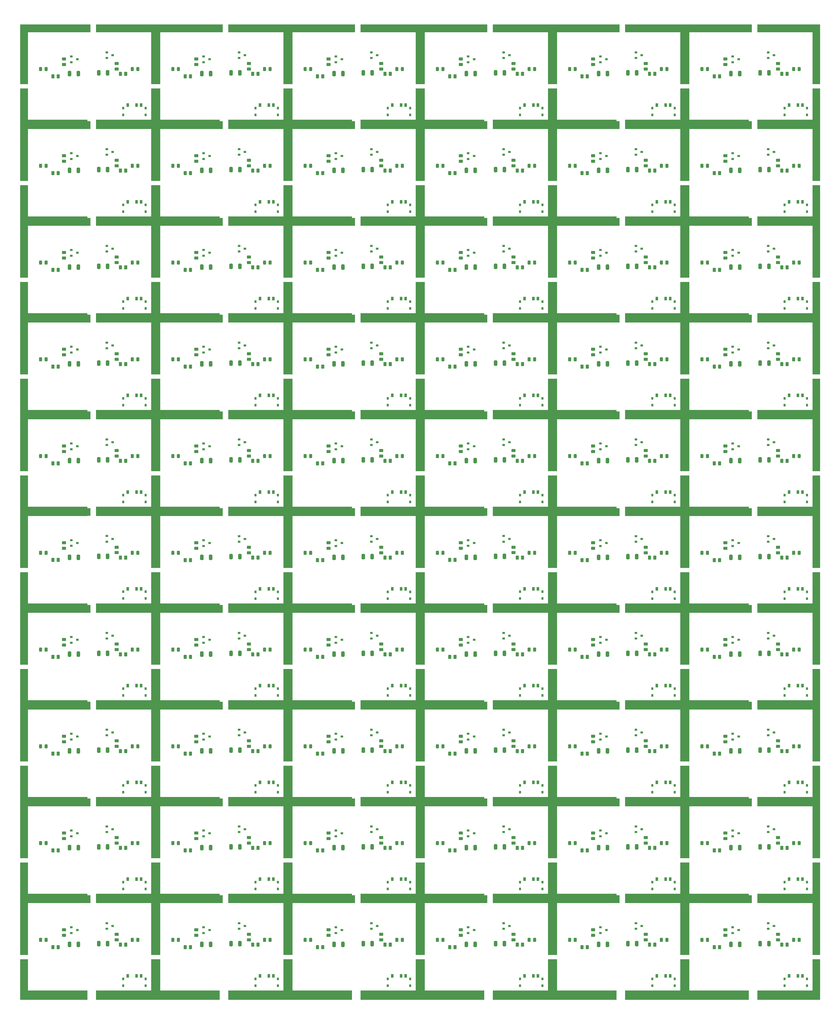
<source format=gbr>
G04 This is an RS-274x file exported by *
G04 gerbv version 2.7.0 *
G04 More information is available about gerbv at *
G04 http://gerbv.geda-project.org/ *
G04 --End of header info--*
%MOIN*%
%FSLAX36Y36*%
%IPPOS*%
G04 --Define apertures--*
%ADD10C,0.0039*%
%ADD11R,0.0354X0.0492*%
%ADD12R,0.0315X0.0354*%
%AMMACRO13*
4,1,4,-0.010335,-0.017717,0.010335,-0.017717,0.010335,0.017717,-0.010335,0.017717,-0.010335,-0.017717,0.000000*
1,1,0.019685,-0.010335,-0.017717*
1,1,0.019685,0.010335,-0.017717*
1,1,0.019685,0.010335,0.017717*
1,1,0.019685,-0.010335,0.017717*
20,1,0.019685,-0.010335,-0.017717,0.010335,-0.017717,0.000000*
20,1,0.019685,0.010335,-0.017717,0.010335,0.017717,0.000000*
20,1,0.019685,0.010335,0.017717,-0.010335,0.017717,0.000000*
20,1,0.019685,-0.010335,0.017717,-0.010335,-0.017717,0.000000*
%
%ADD13MACRO13*%
%AMMACRO14*
4,1,4,0.017717,-0.010335,0.017717,0.010335,-0.017717,0.010335,-0.017717,-0.010335,0.017717,-0.010335,0.000000*
1,1,0.019685,0.017717,-0.010335*
1,1,0.019685,0.017717,0.010335*
1,1,0.019685,-0.017717,0.010335*
1,1,0.019685,-0.017717,-0.010335*
20,1,0.019685,0.017717,-0.010335,0.017717,0.010335,0.000000*
20,1,0.019685,0.017717,0.010335,-0.017717,0.010335,0.000000*
20,1,0.019685,-0.017717,0.010335,-0.017717,-0.010335,0.000000*
20,1,0.019685,-0.017717,-0.010335,0.017717,-0.010335,0.000000*
%
%ADD14MACRO14*%
%AMMACRO15*
4,1,4,0.010335,0.017717,-0.010335,0.017717,-0.010335,-0.017717,0.010335,-0.017717,0.010335,0.017717,0.000000*
1,1,0.019685,0.010335,0.017717*
1,1,0.019685,-0.010335,0.017717*
1,1,0.019685,-0.010335,-0.017717*
1,1,0.019685,0.010335,-0.017717*
20,1,0.019685,0.010335,0.017717,-0.010335,0.017717,0.000000*
20,1,0.019685,-0.010335,0.017717,-0.010335,-0.017717,0.000000*
20,1,0.019685,-0.010335,-0.017717,0.010335,-0.017717,0.000000*
20,1,0.019685,0.010335,-0.017717,0.010335,0.017717,0.000000*
%
%ADD15MACRO15*%
%ADD16R,0.0354X0.0315*%
%AMMACRO17*
4,1,4,-0.009596,-0.017963,0.009596,-0.017963,0.009596,0.017963,-0.009596,0.017963,-0.009596,-0.017963,0.000000*
1,1,0.019193,-0.009596,-0.017963*
1,1,0.019193,0.009596,-0.017963*
1,1,0.019193,0.009596,0.017963*
1,1,0.019193,-0.009596,0.017963*
20,1,0.019193,-0.009596,-0.017963,0.009596,-0.017963,0.000000*
20,1,0.019193,0.009596,-0.017963,0.009596,0.017963,0.000000*
20,1,0.019193,0.009596,0.017963,-0.009596,0.017963,0.000000*
20,1,0.019193,-0.009596,0.017963,-0.009596,-0.017963,0.000000*
%
%ADD17MACRO17*%
%AMMACRO18*
4,1,4,0.009596,0.017963,-0.009596,0.017963,-0.009596,-0.017963,0.009596,-0.017963,0.009596,0.017963,0.000000*
1,1,0.019193,0.009596,0.017963*
1,1,0.019193,-0.009596,0.017963*
1,1,0.019193,-0.009596,-0.017963*
1,1,0.019193,0.009596,-0.017963*
20,1,0.019193,0.009596,0.017963,-0.009596,0.017963,0.000000*
20,1,0.019193,-0.009596,0.017963,-0.009596,-0.017963,0.000000*
20,1,0.019193,-0.009596,-0.017963,0.009596,-0.017963,0.000000*
20,1,0.019193,0.009596,-0.017963,0.009596,0.017963,0.000000*
%
%ADD18MACRO18*%
%AMMACRO19*
4,1,4,-0.012795,-0.025591,0.012795,-0.025591,0.012795,0.025591,-0.012795,0.025591,-0.012795,-0.025591,0.000000*
1,1,0.019685,-0.012795,-0.025591*
1,1,0.019685,0.012795,-0.025591*
1,1,0.019685,0.012795,0.025591*
1,1,0.019685,-0.012795,0.025591*
20,1,0.019685,-0.012795,-0.025591,0.012795,-0.025591,0.000000*
20,1,0.019685,0.012795,-0.025591,0.012795,0.025591,0.000000*
20,1,0.019685,0.012795,0.025591,-0.012795,0.025591,0.000000*
20,1,0.019685,-0.012795,0.025591,-0.012795,-0.025591,0.000000*
%
%ADD19MACRO19*%
%AMMACRO20*
4,1,4,0.012795,0.025591,-0.012795,0.025591,-0.012795,-0.025591,0.012795,-0.025591,0.012795,0.025591,0.000000*
1,1,0.019685,0.012795,0.025591*
1,1,0.019685,-0.012795,0.025591*
1,1,0.019685,-0.012795,-0.025591*
1,1,0.019685,0.012795,-0.025591*
20,1,0.019685,0.012795,0.025591,-0.012795,0.025591,0.000000*
20,1,0.019685,-0.012795,0.025591,-0.012795,-0.025591,0.000000*
20,1,0.019685,-0.012795,-0.025591,0.012795,-0.025591,0.000000*
20,1,0.019685,0.012795,-0.025591,0.012795,0.025591,0.000000*
%
%ADD20MACRO20*%
%AMMACRO21*
4,1,4,-0.010335,-0.017717,0.010335,-0.017717,0.010335,0.017717,-0.010335,0.017717,-0.010335,-0.017717,0.000000*
1,1,0.019685,-0.010335,-0.017717*
1,1,0.019685,0.010335,-0.017717*
1,1,0.019685,0.010335,0.017717*
1,1,0.019685,-0.010335,0.017717*
20,1,0.019685,-0.010335,-0.017717,0.010335,-0.017717,0.000000*
20,1,0.019685,0.010335,-0.017717,0.010335,0.017717,0.000000*
20,1,0.019685,0.010335,0.017717,-0.010335,0.017717,0.000000*
20,1,0.019685,-0.010335,0.017717,-0.010335,-0.017717,0.000000*
%
%ADD21MACRO21*%
%AMMACRO22*
4,1,4,0.017717,-0.010335,0.017717,0.010335,-0.017717,0.010335,-0.017717,-0.010335,0.017717,-0.010335,0.000000*
1,1,0.019685,0.017717,-0.010335*
1,1,0.019685,0.017717,0.010335*
1,1,0.019685,-0.017717,0.010335*
1,1,0.019685,-0.017717,-0.010335*
20,1,0.019685,0.017717,-0.010335,0.017717,0.010335,0.000000*
20,1,0.019685,0.017717,0.010335,-0.017717,0.010335,0.000000*
20,1,0.019685,-0.017717,0.010335,-0.017717,-0.010335,0.000000*
20,1,0.019685,-0.017717,-0.010335,0.017717,-0.010335,0.000000*
%
%ADD22MACRO22*%
%AMMACRO23*
4,1,4,0.010335,0.017717,-0.010335,0.017717,-0.010335,-0.017717,0.010335,-0.017717,0.010335,0.017717,0.000000*
1,1,0.019685,0.010335,0.017717*
1,1,0.019685,-0.010335,0.017717*
1,1,0.019685,-0.010335,-0.017717*
1,1,0.019685,0.010335,-0.017717*
20,1,0.019685,0.010335,0.017717,-0.010335,0.017717,0.000000*
20,1,0.019685,-0.010335,0.017717,-0.010335,-0.017717,0.000000*
20,1,0.019685,-0.010335,-0.017717,0.010335,-0.017717,0.000000*
20,1,0.019685,0.010335,-0.017717,0.010335,0.017717,0.000000*
%
%ADD23MACRO23*%
%AMMACRO24*
4,1,4,-0.009596,-0.017963,0.009596,-0.017963,0.009596,0.017963,-0.009596,0.017963,-0.009596,-0.017963,0.000000*
1,1,0.019193,-0.009596,-0.017963*
1,1,0.019193,0.009596,-0.017963*
1,1,0.019193,0.009596,0.017963*
1,1,0.019193,-0.009596,0.017963*
20,1,0.019193,-0.009596,-0.017963,0.009596,-0.017963,0.000000*
20,1,0.019193,0.009596,-0.017963,0.009596,0.017963,0.000000*
20,1,0.019193,0.009596,0.017963,-0.009596,0.017963,0.000000*
20,1,0.019193,-0.009596,0.017963,-0.009596,-0.017963,0.000000*
%
%ADD24MACRO24*%
%AMMACRO25*
4,1,4,0.009596,0.017963,-0.009596,0.017963,-0.009596,-0.017963,0.009596,-0.017963,0.009596,0.017963,0.000000*
1,1,0.019193,0.009596,0.017963*
1,1,0.019193,-0.009596,0.017963*
1,1,0.019193,-0.009596,-0.017963*
1,1,0.019193,0.009596,-0.017963*
20,1,0.019193,0.009596,0.017963,-0.009596,0.017963,0.000000*
20,1,0.019193,-0.009596,0.017963,-0.009596,-0.017963,0.000000*
20,1,0.019193,-0.009596,-0.017963,0.009596,-0.017963,0.000000*
20,1,0.019193,0.009596,-0.017963,0.009596,0.017963,0.000000*
%
%ADD25MACRO25*%
%AMMACRO26*
4,1,4,-0.012795,-0.025591,0.012795,-0.025591,0.012795,0.025591,-0.012795,0.025591,-0.012795,-0.025591,0.000000*
1,1,0.019685,-0.012795,-0.025591*
1,1,0.019685,0.012795,-0.025591*
1,1,0.019685,0.012795,0.025591*
1,1,0.019685,-0.012795,0.025591*
20,1,0.019685,-0.012795,-0.025591,0.012795,-0.025591,0.000000*
20,1,0.019685,0.012795,-0.025591,0.012795,0.025591,0.000000*
20,1,0.019685,0.012795,0.025591,-0.012795,0.025591,0.000000*
20,1,0.019685,-0.012795,0.025591,-0.012795,-0.025591,0.000000*
%
%ADD26MACRO26*%
%AMMACRO27*
4,1,4,0.012795,0.025591,-0.012795,0.025591,-0.012795,-0.025591,0.012795,-0.025591,0.012795,0.025591,0.000000*
1,1,0.019685,0.012795,0.025591*
1,1,0.019685,-0.012795,0.025591*
1,1,0.019685,-0.012795,-0.025591*
1,1,0.019685,0.012795,-0.025591*
20,1,0.019685,0.012795,0.025591,-0.012795,0.025591,0.000000*
20,1,0.019685,-0.012795,0.025591,-0.012795,-0.025591,0.000000*
20,1,0.019685,-0.012795,-0.025591,0.012795,-0.025591,0.000000*
20,1,0.019685,0.012795,-0.025591,0.012795,0.025591,0.000000*
%
%ADD27MACRO27*%
%AMMACRO28*
4,1,4,-0.010335,-0.017717,0.010335,-0.017717,0.010335,0.017717,-0.010335,0.017717,-0.010335,-0.017717,0.000000*
1,1,0.019685,-0.010335,-0.017717*
1,1,0.019685,0.010335,-0.017717*
1,1,0.019685,0.010335,0.017717*
1,1,0.019685,-0.010335,0.017717*
20,1,0.019685,-0.010335,-0.017717,0.010335,-0.017717,0.000000*
20,1,0.019685,0.010335,-0.017717,0.010335,0.017717,0.000000*
20,1,0.019685,0.010335,0.017717,-0.010335,0.017717,0.000000*
20,1,0.019685,-0.010335,0.017717,-0.010335,-0.017717,0.000000*
%
%ADD28MACRO28*%
%AMMACRO29*
4,1,4,0.017717,-0.010335,0.017717,0.010335,-0.017717,0.010335,-0.017717,-0.010335,0.017717,-0.010335,0.000000*
1,1,0.019685,0.017717,-0.010335*
1,1,0.019685,0.017717,0.010335*
1,1,0.019685,-0.017717,0.010335*
1,1,0.019685,-0.017717,-0.010335*
20,1,0.019685,0.017717,-0.010335,0.017717,0.010335,0.000000*
20,1,0.019685,0.017717,0.010335,-0.017717,0.010335,0.000000*
20,1,0.019685,-0.017717,0.010335,-0.017717,-0.010335,0.000000*
20,1,0.019685,-0.017717,-0.010335,0.017717,-0.010335,0.000000*
%
%ADD29MACRO29*%
%AMMACRO30*
4,1,4,0.010335,0.017717,-0.010335,0.017717,-0.010335,-0.017717,0.010335,-0.017717,0.010335,0.017717,0.000000*
1,1,0.019685,0.010335,0.017717*
1,1,0.019685,-0.010335,0.017717*
1,1,0.019685,-0.010335,-0.017717*
1,1,0.019685,0.010335,-0.017717*
20,1,0.019685,0.010335,0.017717,-0.010335,0.017717,0.000000*
20,1,0.019685,-0.010335,0.017717,-0.010335,-0.017717,0.000000*
20,1,0.019685,-0.010335,-0.017717,0.010335,-0.017717,0.000000*
20,1,0.019685,0.010335,-0.017717,0.010335,0.017717,0.000000*
%
%ADD30MACRO30*%
%AMMACRO31*
4,1,4,-0.009596,-0.017963,0.009596,-0.017963,0.009596,0.017963,-0.009596,0.017963,-0.009596,-0.017963,0.000000*
1,1,0.019193,-0.009596,-0.017963*
1,1,0.019193,0.009596,-0.017963*
1,1,0.019193,0.009596,0.017963*
1,1,0.019193,-0.009596,0.017963*
20,1,0.019193,-0.009596,-0.017963,0.009596,-0.017963,0.000000*
20,1,0.019193,0.009596,-0.017963,0.009596,0.017963,0.000000*
20,1,0.019193,0.009596,0.017963,-0.009596,0.017963,0.000000*
20,1,0.019193,-0.009596,0.017963,-0.009596,-0.017963,0.000000*
%
%ADD31MACRO31*%
%AMMACRO32*
4,1,4,0.009596,0.017963,-0.009596,0.017963,-0.009596,-0.017963,0.009596,-0.017963,0.009596,0.017963,0.000000*
1,1,0.019193,0.009596,0.017963*
1,1,0.019193,-0.009596,0.017963*
1,1,0.019193,-0.009596,-0.017963*
1,1,0.019193,0.009596,-0.017963*
20,1,0.019193,0.009596,0.017963,-0.009596,0.017963,0.000000*
20,1,0.019193,-0.009596,0.017963,-0.009596,-0.017963,0.000000*
20,1,0.019193,-0.009596,-0.017963,0.009596,-0.017963,0.000000*
20,1,0.019193,0.009596,-0.017963,0.009596,0.017963,0.000000*
%
%ADD32MACRO32*%
%AMMACRO33*
4,1,4,-0.012795,-0.025591,0.012795,-0.025591,0.012795,0.025591,-0.012795,0.025591,-0.012795,-0.025591,0.000000*
1,1,0.019685,-0.012795,-0.025591*
1,1,0.019685,0.012795,-0.025591*
1,1,0.019685,0.012795,0.025591*
1,1,0.019685,-0.012795,0.025591*
20,1,0.019685,-0.012795,-0.025591,0.012795,-0.025591,0.000000*
20,1,0.019685,0.012795,-0.025591,0.012795,0.025591,0.000000*
20,1,0.019685,0.012795,0.025591,-0.012795,0.025591,0.000000*
20,1,0.019685,-0.012795,0.025591,-0.012795,-0.025591,0.000000*
%
%ADD33MACRO33*%
%AMMACRO34*
4,1,4,0.012795,0.025591,-0.012795,0.025591,-0.012795,-0.025591,0.012795,-0.025591,0.012795,0.025591,0.000000*
1,1,0.019685,0.012795,0.025591*
1,1,0.019685,-0.012795,0.025591*
1,1,0.019685,-0.012795,-0.025591*
1,1,0.019685,0.012795,-0.025591*
20,1,0.019685,0.012795,0.025591,-0.012795,0.025591,0.000000*
20,1,0.019685,-0.012795,0.025591,-0.012795,-0.025591,0.000000*
20,1,0.019685,-0.012795,-0.025591,0.012795,-0.025591,0.000000*
20,1,0.019685,0.012795,-0.025591,0.012795,0.025591,0.000000*
%
%ADD34MACRO34*%
%AMMACRO35*
4,1,4,-0.010335,-0.017717,0.010335,-0.017717,0.010335,0.017717,-0.010335,0.017717,-0.010335,-0.017717,0.000000*
1,1,0.019685,-0.010335,-0.017717*
1,1,0.019685,0.010335,-0.017717*
1,1,0.019685,0.010335,0.017717*
1,1,0.019685,-0.010335,0.017717*
20,1,0.019685,-0.010335,-0.017717,0.010335,-0.017717,0.000000*
20,1,0.019685,0.010335,-0.017717,0.010335,0.017717,0.000000*
20,1,0.019685,0.010335,0.017717,-0.010335,0.017717,0.000000*
20,1,0.019685,-0.010335,0.017717,-0.010335,-0.017717,0.000000*
%
%ADD35MACRO35*%
%AMMACRO36*
4,1,4,0.017717,-0.010335,0.017717,0.010335,-0.017717,0.010335,-0.017717,-0.010335,0.017717,-0.010335,0.000000*
1,1,0.019685,0.017717,-0.010335*
1,1,0.019685,0.017717,0.010335*
1,1,0.019685,-0.017717,0.010335*
1,1,0.019685,-0.017717,-0.010335*
20,1,0.019685,0.017717,-0.010335,0.017717,0.010335,0.000000*
20,1,0.019685,0.017717,0.010335,-0.017717,0.010335,0.000000*
20,1,0.019685,-0.017717,0.010335,-0.017717,-0.010335,0.000000*
20,1,0.019685,-0.017717,-0.010335,0.017717,-0.010335,0.000000*
%
%ADD36MACRO36*%
%AMMACRO37*
4,1,4,0.010335,0.017717,-0.010335,0.017717,-0.010335,-0.017717,0.010335,-0.017717,0.010335,0.017717,0.000000*
1,1,0.019685,0.010335,0.017717*
1,1,0.019685,-0.010335,0.017717*
1,1,0.019685,-0.010335,-0.017717*
1,1,0.019685,0.010335,-0.017717*
20,1,0.019685,0.010335,0.017717,-0.010335,0.017717,0.000000*
20,1,0.019685,-0.010335,0.017717,-0.010335,-0.017717,0.000000*
20,1,0.019685,-0.010335,-0.017717,0.010335,-0.017717,0.000000*
20,1,0.019685,0.010335,-0.017717,0.010335,0.017717,0.000000*
%
%ADD37MACRO37*%
%AMMACRO38*
4,1,4,-0.009596,-0.017963,0.009596,-0.017963,0.009596,0.017963,-0.009596,0.017963,-0.009596,-0.017963,0.000000*
1,1,0.019193,-0.009596,-0.017963*
1,1,0.019193,0.009596,-0.017963*
1,1,0.019193,0.009596,0.017963*
1,1,0.019193,-0.009596,0.017963*
20,1,0.019193,-0.009596,-0.017963,0.009596,-0.017963,0.000000*
20,1,0.019193,0.009596,-0.017963,0.009596,0.017963,0.000000*
20,1,0.019193,0.009596,0.017963,-0.009596,0.017963,0.000000*
20,1,0.019193,-0.009596,0.017963,-0.009596,-0.017963,0.000000*
%
%ADD38MACRO38*%
%AMMACRO39*
4,1,4,0.009596,0.017963,-0.009596,0.017963,-0.009596,-0.017963,0.009596,-0.017963,0.009596,0.017963,0.000000*
1,1,0.019193,0.009596,0.017963*
1,1,0.019193,-0.009596,0.017963*
1,1,0.019193,-0.009596,-0.017963*
1,1,0.019193,0.009596,-0.017963*
20,1,0.019193,0.009596,0.017963,-0.009596,0.017963,0.000000*
20,1,0.019193,-0.009596,0.017963,-0.009596,-0.017963,0.000000*
20,1,0.019193,-0.009596,-0.017963,0.009596,-0.017963,0.000000*
20,1,0.019193,0.009596,-0.017963,0.009596,0.017963,0.000000*
%
%ADD39MACRO39*%
%AMMACRO40*
4,1,4,-0.012795,-0.025591,0.012795,-0.025591,0.012795,0.025591,-0.012795,0.025591,-0.012795,-0.025591,0.000000*
1,1,0.019685,-0.012795,-0.025591*
1,1,0.019685,0.012795,-0.025591*
1,1,0.019685,0.012795,0.025591*
1,1,0.019685,-0.012795,0.025591*
20,1,0.019685,-0.012795,-0.025591,0.012795,-0.025591,0.000000*
20,1,0.019685,0.012795,-0.025591,0.012795,0.025591,0.000000*
20,1,0.019685,0.012795,0.025591,-0.012795,0.025591,0.000000*
20,1,0.019685,-0.012795,0.025591,-0.012795,-0.025591,0.000000*
%
%ADD40MACRO40*%
%AMMACRO41*
4,1,4,0.012795,0.025591,-0.012795,0.025591,-0.012795,-0.025591,0.012795,-0.025591,0.012795,0.025591,0.000000*
1,1,0.019685,0.012795,0.025591*
1,1,0.019685,-0.012795,0.025591*
1,1,0.019685,-0.012795,-0.025591*
1,1,0.019685,0.012795,-0.025591*
20,1,0.019685,0.012795,0.025591,-0.012795,0.025591,0.000000*
20,1,0.019685,-0.012795,0.025591,-0.012795,-0.025591,0.000000*
20,1,0.019685,-0.012795,-0.025591,0.012795,-0.025591,0.000000*
20,1,0.019685,0.012795,-0.025591,0.012795,0.025591,0.000000*
%
%ADD41MACRO41*%
%AMMACRO42*
4,1,4,-0.010335,-0.017717,0.010335,-0.017717,0.010335,0.017717,-0.010335,0.017717,-0.010335,-0.017717,0.000000*
1,1,0.019685,-0.010335,-0.017717*
1,1,0.019685,0.010335,-0.017717*
1,1,0.019685,0.010335,0.017717*
1,1,0.019685,-0.010335,0.017717*
20,1,0.019685,-0.010335,-0.017717,0.010335,-0.017717,0.000000*
20,1,0.019685,0.010335,-0.017717,0.010335,0.017717,0.000000*
20,1,0.019685,0.010335,0.017717,-0.010335,0.017717,0.000000*
20,1,0.019685,-0.010335,0.017717,-0.010335,-0.017717,0.000000*
%
%ADD42MACRO42*%
%AMMACRO43*
4,1,4,0.017717,-0.010335,0.017717,0.010335,-0.017717,0.010335,-0.017717,-0.010335,0.017717,-0.010335,0.000000*
1,1,0.019685,0.017717,-0.010335*
1,1,0.019685,0.017717,0.010335*
1,1,0.019685,-0.017717,0.010335*
1,1,0.019685,-0.017717,-0.010335*
20,1,0.019685,0.017717,-0.010335,0.017717,0.010335,0.000000*
20,1,0.019685,0.017717,0.010335,-0.017717,0.010335,0.000000*
20,1,0.019685,-0.017717,0.010335,-0.017717,-0.010335,0.000000*
20,1,0.019685,-0.017717,-0.010335,0.017717,-0.010335,0.000000*
%
%ADD43MACRO43*%
%AMMACRO44*
4,1,4,0.010335,0.017717,-0.010335,0.017717,-0.010335,-0.017717,0.010335,-0.017717,0.010335,0.017717,0.000000*
1,1,0.019685,0.010335,0.017717*
1,1,0.019685,-0.010335,0.017717*
1,1,0.019685,-0.010335,-0.017717*
1,1,0.019685,0.010335,-0.017717*
20,1,0.019685,0.010335,0.017717,-0.010335,0.017717,0.000000*
20,1,0.019685,-0.010335,0.017717,-0.010335,-0.017717,0.000000*
20,1,0.019685,-0.010335,-0.017717,0.010335,-0.017717,0.000000*
20,1,0.019685,0.010335,-0.017717,0.010335,0.017717,0.000000*
%
%ADD44MACRO44*%
%AMMACRO45*
4,1,4,-0.009596,-0.017963,0.009596,-0.017963,0.009596,0.017963,-0.009596,0.017963,-0.009596,-0.017963,0.000000*
1,1,0.019193,-0.009596,-0.017963*
1,1,0.019193,0.009596,-0.017963*
1,1,0.019193,0.009596,0.017963*
1,1,0.019193,-0.009596,0.017963*
20,1,0.019193,-0.009596,-0.017963,0.009596,-0.017963,0.000000*
20,1,0.019193,0.009596,-0.017963,0.009596,0.017963,0.000000*
20,1,0.019193,0.009596,0.017963,-0.009596,0.017963,0.000000*
20,1,0.019193,-0.009596,0.017963,-0.009596,-0.017963,0.000000*
%
%ADD45MACRO45*%
%AMMACRO46*
4,1,4,0.009596,0.017963,-0.009596,0.017963,-0.009596,-0.017963,0.009596,-0.017963,0.009596,0.017963,0.000000*
1,1,0.019193,0.009596,0.017963*
1,1,0.019193,-0.009596,0.017963*
1,1,0.019193,-0.009596,-0.017963*
1,1,0.019193,0.009596,-0.017963*
20,1,0.019193,0.009596,0.017963,-0.009596,0.017963,0.000000*
20,1,0.019193,-0.009596,0.017963,-0.009596,-0.017963,0.000000*
20,1,0.019193,-0.009596,-0.017963,0.009596,-0.017963,0.000000*
20,1,0.019193,0.009596,-0.017963,0.009596,0.017963,0.000000*
%
%ADD46MACRO46*%
%AMMACRO47*
4,1,4,-0.012795,-0.025591,0.012795,-0.025591,0.012795,0.025591,-0.012795,0.025591,-0.012795,-0.025591,0.000000*
1,1,0.019685,-0.012795,-0.025591*
1,1,0.019685,0.012795,-0.025591*
1,1,0.019685,0.012795,0.025591*
1,1,0.019685,-0.012795,0.025591*
20,1,0.019685,-0.012795,-0.025591,0.012795,-0.025591,0.000000*
20,1,0.019685,0.012795,-0.025591,0.012795,0.025591,0.000000*
20,1,0.019685,0.012795,0.025591,-0.012795,0.025591,0.000000*
20,1,0.019685,-0.012795,0.025591,-0.012795,-0.025591,0.000000*
%
%ADD47MACRO47*%
%AMMACRO48*
4,1,4,0.012795,0.025591,-0.012795,0.025591,-0.012795,-0.025591,0.012795,-0.025591,0.012795,0.025591,0.000000*
1,1,0.019685,0.012795,0.025591*
1,1,0.019685,-0.012795,0.025591*
1,1,0.019685,-0.012795,-0.025591*
1,1,0.019685,0.012795,-0.025591*
20,1,0.019685,0.012795,0.025591,-0.012795,0.025591,0.000000*
20,1,0.019685,-0.012795,0.025591,-0.012795,-0.025591,0.000000*
20,1,0.019685,-0.012795,-0.025591,0.012795,-0.025591,0.000000*
20,1,0.019685,0.012795,-0.025591,0.012795,0.025591,0.000000*
%
%ADD48MACRO48*%
%AMMACRO49*
4,1,4,-0.010335,-0.017717,0.010335,-0.017717,0.010335,0.017717,-0.010335,0.017717,-0.010335,-0.017717,0.000000*
1,1,0.019685,-0.010335,-0.017717*
1,1,0.019685,0.010335,-0.017717*
1,1,0.019685,0.010335,0.017717*
1,1,0.019685,-0.010335,0.017717*
20,1,0.019685,-0.010335,-0.017717,0.010335,-0.017717,0.000000*
20,1,0.019685,0.010335,-0.017717,0.010335,0.017717,0.000000*
20,1,0.019685,0.010335,0.017717,-0.010335,0.017717,0.000000*
20,1,0.019685,-0.010335,0.017717,-0.010335,-0.017717,0.000000*
%
%ADD49MACRO49*%
%AMMACRO50*
4,1,4,0.017717,-0.010335,0.017717,0.010335,-0.017717,0.010335,-0.017717,-0.010335,0.017717,-0.010335,0.000000*
1,1,0.019685,0.017717,-0.010335*
1,1,0.019685,0.017717,0.010335*
1,1,0.019685,-0.017717,0.010335*
1,1,0.019685,-0.017717,-0.010335*
20,1,0.019685,0.017717,-0.010335,0.017717,0.010335,0.000000*
20,1,0.019685,0.017717,0.010335,-0.017717,0.010335,0.000000*
20,1,0.019685,-0.017717,0.010335,-0.017717,-0.010335,0.000000*
20,1,0.019685,-0.017717,-0.010335,0.017717,-0.010335,0.000000*
%
%ADD50MACRO50*%
%AMMACRO51*
4,1,4,0.010335,0.017717,-0.010335,0.017717,-0.010335,-0.017717,0.010335,-0.017717,0.010335,0.017717,0.000000*
1,1,0.019685,0.010335,0.017717*
1,1,0.019685,-0.010335,0.017717*
1,1,0.019685,-0.010335,-0.017717*
1,1,0.019685,0.010335,-0.017717*
20,1,0.019685,0.010335,0.017717,-0.010335,0.017717,0.000000*
20,1,0.019685,-0.010335,0.017717,-0.010335,-0.017717,0.000000*
20,1,0.019685,-0.010335,-0.017717,0.010335,-0.017717,0.000000*
20,1,0.019685,0.010335,-0.017717,0.010335,0.017717,0.000000*
%
%ADD51MACRO51*%
%AMMACRO52*
4,1,4,-0.009596,-0.017963,0.009596,-0.017963,0.009596,0.017963,-0.009596,0.017963,-0.009596,-0.017963,0.000000*
1,1,0.019193,-0.009596,-0.017963*
1,1,0.019193,0.009596,-0.017963*
1,1,0.019193,0.009596,0.017963*
1,1,0.019193,-0.009596,0.017963*
20,1,0.019193,-0.009596,-0.017963,0.009596,-0.017963,0.000000*
20,1,0.019193,0.009596,-0.017963,0.009596,0.017963,0.000000*
20,1,0.019193,0.009596,0.017963,-0.009596,0.017963,0.000000*
20,1,0.019193,-0.009596,0.017963,-0.009596,-0.017963,0.000000*
%
%ADD52MACRO52*%
%AMMACRO53*
4,1,4,0.009596,0.017963,-0.009596,0.017963,-0.009596,-0.017963,0.009596,-0.017963,0.009596,0.017963,0.000000*
1,1,0.019193,0.009596,0.017963*
1,1,0.019193,-0.009596,0.017963*
1,1,0.019193,-0.009596,-0.017963*
1,1,0.019193,0.009596,-0.017963*
20,1,0.019193,0.009596,0.017963,-0.009596,0.017963,0.000000*
20,1,0.019193,-0.009596,0.017963,-0.009596,-0.017963,0.000000*
20,1,0.019193,-0.009596,-0.017963,0.009596,-0.017963,0.000000*
20,1,0.019193,0.009596,-0.017963,0.009596,0.017963,0.000000*
%
%ADD53MACRO53*%
%AMMACRO54*
4,1,4,-0.012795,-0.025591,0.012795,-0.025591,0.012795,0.025591,-0.012795,0.025591,-0.012795,-0.025591,0.000000*
1,1,0.019685,-0.012795,-0.025591*
1,1,0.019685,0.012795,-0.025591*
1,1,0.019685,0.012795,0.025591*
1,1,0.019685,-0.012795,0.025591*
20,1,0.019685,-0.012795,-0.025591,0.012795,-0.025591,0.000000*
20,1,0.019685,0.012795,-0.025591,0.012795,0.025591,0.000000*
20,1,0.019685,0.012795,0.025591,-0.012795,0.025591,0.000000*
20,1,0.019685,-0.012795,0.025591,-0.012795,-0.025591,0.000000*
%
%ADD54MACRO54*%
%AMMACRO55*
4,1,4,0.012795,0.025591,-0.012795,0.025591,-0.012795,-0.025591,0.012795,-0.025591,0.012795,0.025591,0.000000*
1,1,0.019685,0.012795,0.025591*
1,1,0.019685,-0.012795,0.025591*
1,1,0.019685,-0.012795,-0.025591*
1,1,0.019685,0.012795,-0.025591*
20,1,0.019685,0.012795,0.025591,-0.012795,0.025591,0.000000*
20,1,0.019685,-0.012795,0.025591,-0.012795,-0.025591,0.000000*
20,1,0.019685,-0.012795,-0.025591,0.012795,-0.025591,0.000000*
20,1,0.019685,0.012795,-0.025591,0.012795,0.025591,0.000000*
%
%ADD55MACRO55*%
%AMMACRO56*
4,1,4,-0.010335,-0.017717,0.010335,-0.017717,0.010335,0.017717,-0.010335,0.017717,-0.010335,-0.017717,0.000000*
1,1,0.019685,-0.010335,-0.017717*
1,1,0.019685,0.010335,-0.017717*
1,1,0.019685,0.010335,0.017717*
1,1,0.019685,-0.010335,0.017717*
20,1,0.019685,-0.010335,-0.017717,0.010335,-0.017717,0.000000*
20,1,0.019685,0.010335,-0.017717,0.010335,0.017717,0.000000*
20,1,0.019685,0.010335,0.017717,-0.010335,0.017717,0.000000*
20,1,0.019685,-0.010335,0.017717,-0.010335,-0.017717,0.000000*
%
%ADD56MACRO56*%
%AMMACRO57*
4,1,4,0.017717,-0.010335,0.017717,0.010335,-0.017717,0.010335,-0.017717,-0.010335,0.017717,-0.010335,0.000000*
1,1,0.019685,0.017717,-0.010335*
1,1,0.019685,0.017717,0.010335*
1,1,0.019685,-0.017717,0.010335*
1,1,0.019685,-0.017717,-0.010335*
20,1,0.019685,0.017717,-0.010335,0.017717,0.010335,0.000000*
20,1,0.019685,0.017717,0.010335,-0.017717,0.010335,0.000000*
20,1,0.019685,-0.017717,0.010335,-0.017717,-0.010335,0.000000*
20,1,0.019685,-0.017717,-0.010335,0.017717,-0.010335,0.000000*
%
%ADD57MACRO57*%
%AMMACRO58*
4,1,4,0.010335,0.017717,-0.010335,0.017717,-0.010335,-0.017717,0.010335,-0.017717,0.010335,0.017717,0.000000*
1,1,0.019685,0.010335,0.017717*
1,1,0.019685,-0.010335,0.017717*
1,1,0.019685,-0.010335,-0.017717*
1,1,0.019685,0.010335,-0.017717*
20,1,0.019685,0.010335,0.017717,-0.010335,0.017717,0.000000*
20,1,0.019685,-0.010335,0.017717,-0.010335,-0.017717,0.000000*
20,1,0.019685,-0.010335,-0.017717,0.010335,-0.017717,0.000000*
20,1,0.019685,0.010335,-0.017717,0.010335,0.017717,0.000000*
%
%ADD58MACRO58*%
%AMMACRO59*
4,1,4,-0.009596,-0.017963,0.009596,-0.017963,0.009596,0.017963,-0.009596,0.017963,-0.009596,-0.017963,0.000000*
1,1,0.019193,-0.009596,-0.017963*
1,1,0.019193,0.009596,-0.017963*
1,1,0.019193,0.009596,0.017963*
1,1,0.019193,-0.009596,0.017963*
20,1,0.019193,-0.009596,-0.017963,0.009596,-0.017963,0.000000*
20,1,0.019193,0.009596,-0.017963,0.009596,0.017963,0.000000*
20,1,0.019193,0.009596,0.017963,-0.009596,0.017963,0.000000*
20,1,0.019193,-0.009596,0.017963,-0.009596,-0.017963,0.000000*
%
%ADD59MACRO59*%
%AMMACRO60*
4,1,4,0.009596,0.017963,-0.009596,0.017963,-0.009596,-0.017963,0.009596,-0.017963,0.009596,0.017963,0.000000*
1,1,0.019193,0.009596,0.017963*
1,1,0.019193,-0.009596,0.017963*
1,1,0.019193,-0.009596,-0.017963*
1,1,0.019193,0.009596,-0.017963*
20,1,0.019193,0.009596,0.017963,-0.009596,0.017963,0.000000*
20,1,0.019193,-0.009596,0.017963,-0.009596,-0.017963,0.000000*
20,1,0.019193,-0.009596,-0.017963,0.009596,-0.017963,0.000000*
20,1,0.019193,0.009596,-0.017963,0.009596,0.017963,0.000000*
%
%ADD60MACRO60*%
%AMMACRO61*
4,1,4,-0.012795,-0.025591,0.012795,-0.025591,0.012795,0.025591,-0.012795,0.025591,-0.012795,-0.025591,0.000000*
1,1,0.019685,-0.012795,-0.025591*
1,1,0.019685,0.012795,-0.025591*
1,1,0.019685,0.012795,0.025591*
1,1,0.019685,-0.012795,0.025591*
20,1,0.019685,-0.012795,-0.025591,0.012795,-0.025591,0.000000*
20,1,0.019685,0.012795,-0.025591,0.012795,0.025591,0.000000*
20,1,0.019685,0.012795,0.025591,-0.012795,0.025591,0.000000*
20,1,0.019685,-0.012795,0.025591,-0.012795,-0.025591,0.000000*
%
%ADD61MACRO61*%
%AMMACRO62*
4,1,4,0.012795,0.025591,-0.012795,0.025591,-0.012795,-0.025591,0.012795,-0.025591,0.012795,0.025591,0.000000*
1,1,0.019685,0.012795,0.025591*
1,1,0.019685,-0.012795,0.025591*
1,1,0.019685,-0.012795,-0.025591*
1,1,0.019685,0.012795,-0.025591*
20,1,0.019685,0.012795,0.025591,-0.012795,0.025591,0.000000*
20,1,0.019685,-0.012795,0.025591,-0.012795,-0.025591,0.000000*
20,1,0.019685,-0.012795,-0.025591,0.012795,-0.025591,0.000000*
20,1,0.019685,0.012795,-0.025591,0.012795,0.025591,0.000000*
%
%ADD62MACRO62*%
%AMMACRO63*
4,1,4,-0.010335,-0.017717,0.010335,-0.017717,0.010335,0.017717,-0.010335,0.017717,-0.010335,-0.017717,0.000000*
1,1,0.019685,-0.010335,-0.017717*
1,1,0.019685,0.010335,-0.017717*
1,1,0.019685,0.010335,0.017717*
1,1,0.019685,-0.010335,0.017717*
20,1,0.019685,-0.010335,-0.017717,0.010335,-0.017717,0.000000*
20,1,0.019685,0.010335,-0.017717,0.010335,0.017717,0.000000*
20,1,0.019685,0.010335,0.017717,-0.010335,0.017717,0.000000*
20,1,0.019685,-0.010335,0.017717,-0.010335,-0.017717,0.000000*
%
%ADD63MACRO63*%
%AMMACRO64*
4,1,4,0.017717,-0.010335,0.017717,0.010335,-0.017717,0.010335,-0.017717,-0.010335,0.017717,-0.010335,0.000000*
1,1,0.019685,0.017717,-0.010335*
1,1,0.019685,0.017717,0.010335*
1,1,0.019685,-0.017717,0.010335*
1,1,0.019685,-0.017717,-0.010335*
20,1,0.019685,0.017717,-0.010335,0.017717,0.010335,0.000000*
20,1,0.019685,0.017717,0.010335,-0.017717,0.010335,0.000000*
20,1,0.019685,-0.017717,0.010335,-0.017717,-0.010335,0.000000*
20,1,0.019685,-0.017717,-0.010335,0.017717,-0.010335,0.000000*
%
%ADD64MACRO64*%
%AMMACRO65*
4,1,4,0.010335,0.017717,-0.010335,0.017717,-0.010335,-0.017717,0.010335,-0.017717,0.010335,0.017717,0.000000*
1,1,0.019685,0.010335,0.017717*
1,1,0.019685,-0.010335,0.017717*
1,1,0.019685,-0.010335,-0.017717*
1,1,0.019685,0.010335,-0.017717*
20,1,0.019685,0.010335,0.017717,-0.010335,0.017717,0.000000*
20,1,0.019685,-0.010335,0.017717,-0.010335,-0.017717,0.000000*
20,1,0.019685,-0.010335,-0.017717,0.010335,-0.017717,0.000000*
20,1,0.019685,0.010335,-0.017717,0.010335,0.017717,0.000000*
%
%ADD65MACRO65*%
%AMMACRO66*
4,1,4,-0.009596,-0.017963,0.009596,-0.017963,0.009596,0.017963,-0.009596,0.017963,-0.009596,-0.017963,0.000000*
1,1,0.019193,-0.009596,-0.017963*
1,1,0.019193,0.009596,-0.017963*
1,1,0.019193,0.009596,0.017963*
1,1,0.019193,-0.009596,0.017963*
20,1,0.019193,-0.009596,-0.017963,0.009596,-0.017963,0.000000*
20,1,0.019193,0.009596,-0.017963,0.009596,0.017963,0.000000*
20,1,0.019193,0.009596,0.017963,-0.009596,0.017963,0.000000*
20,1,0.019193,-0.009596,0.017963,-0.009596,-0.017963,0.000000*
%
%ADD66MACRO66*%
%AMMACRO67*
4,1,4,0.009596,0.017963,-0.009596,0.017963,-0.009596,-0.017963,0.009596,-0.017963,0.009596,0.017963,0.000000*
1,1,0.019193,0.009596,0.017963*
1,1,0.019193,-0.009596,0.017963*
1,1,0.019193,-0.009596,-0.017963*
1,1,0.019193,0.009596,-0.017963*
20,1,0.019193,0.009596,0.017963,-0.009596,0.017963,0.000000*
20,1,0.019193,-0.009596,0.017963,-0.009596,-0.017963,0.000000*
20,1,0.019193,-0.009596,-0.017963,0.009596,-0.017963,0.000000*
20,1,0.019193,0.009596,-0.017963,0.009596,0.017963,0.000000*
%
%ADD67MACRO67*%
%AMMACRO68*
4,1,4,-0.012795,-0.025591,0.012795,-0.025591,0.012795,0.025591,-0.012795,0.025591,-0.012795,-0.025591,0.000000*
1,1,0.019685,-0.012795,-0.025591*
1,1,0.019685,0.012795,-0.025591*
1,1,0.019685,0.012795,0.025591*
1,1,0.019685,-0.012795,0.025591*
20,1,0.019685,-0.012795,-0.025591,0.012795,-0.025591,0.000000*
20,1,0.019685,0.012795,-0.025591,0.012795,0.025591,0.000000*
20,1,0.019685,0.012795,0.025591,-0.012795,0.025591,0.000000*
20,1,0.019685,-0.012795,0.025591,-0.012795,-0.025591,0.000000*
%
%ADD68MACRO68*%
%AMMACRO69*
4,1,4,0.012795,0.025591,-0.012795,0.025591,-0.012795,-0.025591,0.012795,-0.025591,0.012795,0.025591,0.000000*
1,1,0.019685,0.012795,0.025591*
1,1,0.019685,-0.012795,0.025591*
1,1,0.019685,-0.012795,-0.025591*
1,1,0.019685,0.012795,-0.025591*
20,1,0.019685,0.012795,0.025591,-0.012795,0.025591,0.000000*
20,1,0.019685,-0.012795,0.025591,-0.012795,-0.025591,0.000000*
20,1,0.019685,-0.012795,-0.025591,0.012795,-0.025591,0.000000*
20,1,0.019685,0.012795,-0.025591,0.012795,0.025591,0.000000*
%
%ADD69MACRO69*%
%AMMACRO70*
4,1,4,-0.010335,-0.017717,0.010335,-0.017717,0.010335,0.017717,-0.010335,0.017717,-0.010335,-0.017717,0.000000*
1,1,0.019685,-0.010335,-0.017717*
1,1,0.019685,0.010335,-0.017717*
1,1,0.019685,0.010335,0.017717*
1,1,0.019685,-0.010335,0.017717*
20,1,0.019685,-0.010335,-0.017717,0.010335,-0.017717,0.000000*
20,1,0.019685,0.010335,-0.017717,0.010335,0.017717,0.000000*
20,1,0.019685,0.010335,0.017717,-0.010335,0.017717,0.000000*
20,1,0.019685,-0.010335,0.017717,-0.010335,-0.017717,0.000000*
%
%ADD70MACRO70*%
%AMMACRO71*
4,1,4,0.017717,-0.010335,0.017717,0.010335,-0.017717,0.010335,-0.017717,-0.010335,0.017717,-0.010335,0.000000*
1,1,0.019685,0.017717,-0.010335*
1,1,0.019685,0.017717,0.010335*
1,1,0.019685,-0.017717,0.010335*
1,1,0.019685,-0.017717,-0.010335*
20,1,0.019685,0.017717,-0.010335,0.017717,0.010335,0.000000*
20,1,0.019685,0.017717,0.010335,-0.017717,0.010335,0.000000*
20,1,0.019685,-0.017717,0.010335,-0.017717,-0.010335,0.000000*
20,1,0.019685,-0.017717,-0.010335,0.017717,-0.010335,0.000000*
%
%ADD71MACRO71*%
%AMMACRO72*
4,1,4,0.010335,0.017717,-0.010335,0.017717,-0.010335,-0.017717,0.010335,-0.017717,0.010335,0.017717,0.000000*
1,1,0.019685,0.010335,0.017717*
1,1,0.019685,-0.010335,0.017717*
1,1,0.019685,-0.010335,-0.017717*
1,1,0.019685,0.010335,-0.017717*
20,1,0.019685,0.010335,0.017717,-0.010335,0.017717,0.000000*
20,1,0.019685,-0.010335,0.017717,-0.010335,-0.017717,0.000000*
20,1,0.019685,-0.010335,-0.017717,0.010335,-0.017717,0.000000*
20,1,0.019685,0.010335,-0.017717,0.010335,0.017717,0.000000*
%
%ADD72MACRO72*%
%AMMACRO73*
4,1,4,-0.009596,-0.017963,0.009596,-0.017963,0.009596,0.017963,-0.009596,0.017963,-0.009596,-0.017963,0.000000*
1,1,0.019193,-0.009596,-0.017963*
1,1,0.019193,0.009596,-0.017963*
1,1,0.019193,0.009596,0.017963*
1,1,0.019193,-0.009596,0.017963*
20,1,0.019193,-0.009596,-0.017963,0.009596,-0.017963,0.000000*
20,1,0.019193,0.009596,-0.017963,0.009596,0.017963,0.000000*
20,1,0.019193,0.009596,0.017963,-0.009596,0.017963,0.000000*
20,1,0.019193,-0.009596,0.017963,-0.009596,-0.017963,0.000000*
%
%ADD73MACRO73*%
%AMMACRO74*
4,1,4,0.009596,0.017963,-0.009596,0.017963,-0.009596,-0.017963,0.009596,-0.017963,0.009596,0.017963,0.000000*
1,1,0.019193,0.009596,0.017963*
1,1,0.019193,-0.009596,0.017963*
1,1,0.019193,-0.009596,-0.017963*
1,1,0.019193,0.009596,-0.017963*
20,1,0.019193,0.009596,0.017963,-0.009596,0.017963,0.000000*
20,1,0.019193,-0.009596,0.017963,-0.009596,-0.017963,0.000000*
20,1,0.019193,-0.009596,-0.017963,0.009596,-0.017963,0.000000*
20,1,0.019193,0.009596,-0.017963,0.009596,0.017963,0.000000*
%
%ADD74MACRO74*%
%AMMACRO75*
4,1,4,-0.012795,-0.025591,0.012795,-0.025591,0.012795,0.025591,-0.012795,0.025591,-0.012795,-0.025591,0.000000*
1,1,0.019685,-0.012795,-0.025591*
1,1,0.019685,0.012795,-0.025591*
1,1,0.019685,0.012795,0.025591*
1,1,0.019685,-0.012795,0.025591*
20,1,0.019685,-0.012795,-0.025591,0.012795,-0.025591,0.000000*
20,1,0.019685,0.012795,-0.025591,0.012795,0.025591,0.000000*
20,1,0.019685,0.012795,0.025591,-0.012795,0.025591,0.000000*
20,1,0.019685,-0.012795,0.025591,-0.012795,-0.025591,0.000000*
%
%ADD75MACRO75*%
%AMMACRO76*
4,1,4,0.012795,0.025591,-0.012795,0.025591,-0.012795,-0.025591,0.012795,-0.025591,0.012795,0.025591,0.000000*
1,1,0.019685,0.012795,0.025591*
1,1,0.019685,-0.012795,0.025591*
1,1,0.019685,-0.012795,-0.025591*
1,1,0.019685,0.012795,-0.025591*
20,1,0.019685,0.012795,0.025591,-0.012795,0.025591,0.000000*
20,1,0.019685,-0.012795,0.025591,-0.012795,-0.025591,0.000000*
20,1,0.019685,-0.012795,-0.025591,0.012795,-0.025591,0.000000*
20,1,0.019685,0.012795,-0.025591,0.012795,0.025591,0.000000*
%
%ADD76MACRO76*%
%AMMACRO77*
4,1,4,-0.010335,-0.017717,0.010335,-0.017717,0.010335,0.017717,-0.010335,0.017717,-0.010335,-0.017717,0.000000*
1,1,0.019685,-0.010335,-0.017717*
1,1,0.019685,0.010335,-0.017717*
1,1,0.019685,0.010335,0.017717*
1,1,0.019685,-0.010335,0.017717*
20,1,0.019685,-0.010335,-0.017717,0.010335,-0.017717,0.000000*
20,1,0.019685,0.010335,-0.017717,0.010335,0.017717,0.000000*
20,1,0.019685,0.010335,0.017717,-0.010335,0.017717,0.000000*
20,1,0.019685,-0.010335,0.017717,-0.010335,-0.017717,0.000000*
%
%ADD77MACRO77*%
%AMMACRO78*
4,1,4,0.017717,-0.010335,0.017717,0.010335,-0.017717,0.010335,-0.017717,-0.010335,0.017717,-0.010335,0.000000*
1,1,0.019685,0.017717,-0.010335*
1,1,0.019685,0.017717,0.010335*
1,1,0.019685,-0.017717,0.010335*
1,1,0.019685,-0.017717,-0.010335*
20,1,0.019685,0.017717,-0.010335,0.017717,0.010335,0.000000*
20,1,0.019685,0.017717,0.010335,-0.017717,0.010335,0.000000*
20,1,0.019685,-0.017717,0.010335,-0.017717,-0.010335,0.000000*
20,1,0.019685,-0.017717,-0.010335,0.017717,-0.010335,0.000000*
%
%ADD78MACRO78*%
%AMMACRO79*
4,1,4,0.010335,0.017717,-0.010335,0.017717,-0.010335,-0.017717,0.010335,-0.017717,0.010335,0.017717,0.000000*
1,1,0.019685,0.010335,0.017717*
1,1,0.019685,-0.010335,0.017717*
1,1,0.019685,-0.010335,-0.017717*
1,1,0.019685,0.010335,-0.017717*
20,1,0.019685,0.010335,0.017717,-0.010335,0.017717,0.000000*
20,1,0.019685,-0.010335,0.017717,-0.010335,-0.017717,0.000000*
20,1,0.019685,-0.010335,-0.017717,0.010335,-0.017717,0.000000*
20,1,0.019685,0.010335,-0.017717,0.010335,0.017717,0.000000*
%
%ADD79MACRO79*%
%AMMACRO80*
4,1,4,-0.009596,-0.017963,0.009596,-0.017963,0.009596,0.017963,-0.009596,0.017963,-0.009596,-0.017963,0.000000*
1,1,0.019193,-0.009596,-0.017963*
1,1,0.019193,0.009596,-0.017963*
1,1,0.019193,0.009596,0.017963*
1,1,0.019193,-0.009596,0.017963*
20,1,0.019193,-0.009596,-0.017963,0.009596,-0.017963,0.000000*
20,1,0.019193,0.009596,-0.017963,0.009596,0.017963,0.000000*
20,1,0.019193,0.009596,0.017963,-0.009596,0.017963,0.000000*
20,1,0.019193,-0.009596,0.017963,-0.009596,-0.017963,0.000000*
%
%ADD80MACRO80*%
%AMMACRO81*
4,1,4,0.009596,0.017963,-0.009596,0.017963,-0.009596,-0.017963,0.009596,-0.017963,0.009596,0.017963,0.000000*
1,1,0.019193,0.009596,0.017963*
1,1,0.019193,-0.009596,0.017963*
1,1,0.019193,-0.009596,-0.017963*
1,1,0.019193,0.009596,-0.017963*
20,1,0.019193,0.009596,0.017963,-0.009596,0.017963,0.000000*
20,1,0.019193,-0.009596,0.017963,-0.009596,-0.017963,0.000000*
20,1,0.019193,-0.009596,-0.017963,0.009596,-0.017963,0.000000*
20,1,0.019193,0.009596,-0.017963,0.009596,0.017963,0.000000*
%
%ADD81MACRO81*%
%AMMACRO82*
4,1,4,-0.012795,-0.025591,0.012795,-0.025591,0.012795,0.025591,-0.012795,0.025591,-0.012795,-0.025591,0.000000*
1,1,0.019685,-0.012795,-0.025591*
1,1,0.019685,0.012795,-0.025591*
1,1,0.019685,0.012795,0.025591*
1,1,0.019685,-0.012795,0.025591*
20,1,0.019685,-0.012795,-0.025591,0.012795,-0.025591,0.000000*
20,1,0.019685,0.012795,-0.025591,0.012795,0.025591,0.000000*
20,1,0.019685,0.012795,0.025591,-0.012795,0.025591,0.000000*
20,1,0.019685,-0.012795,0.025591,-0.012795,-0.025591,0.000000*
%
%ADD82MACRO82*%
%AMMACRO83*
4,1,4,0.012795,0.025591,-0.012795,0.025591,-0.012795,-0.025591,0.012795,-0.025591,0.012795,0.025591,0.000000*
1,1,0.019685,0.012795,0.025591*
1,1,0.019685,-0.012795,0.025591*
1,1,0.019685,-0.012795,-0.025591*
1,1,0.019685,0.012795,-0.025591*
20,1,0.019685,0.012795,0.025591,-0.012795,0.025591,0.000000*
20,1,0.019685,-0.012795,0.025591,-0.012795,-0.025591,0.000000*
20,1,0.019685,-0.012795,-0.025591,0.012795,-0.025591,0.000000*
20,1,0.019685,0.012795,-0.025591,0.012795,0.025591,0.000000*
%
%ADD83MACRO83*%
%AMMACRO84*
4,1,4,-0.010335,-0.017717,0.010335,-0.017717,0.010335,0.017717,-0.010335,0.017717,-0.010335,-0.017717,0.000000*
1,1,0.019685,-0.010335,-0.017717*
1,1,0.019685,0.010335,-0.017717*
1,1,0.019685,0.010335,0.017717*
1,1,0.019685,-0.010335,0.017717*
20,1,0.019685,-0.010335,-0.017717,0.010335,-0.017717,0.000000*
20,1,0.019685,0.010335,-0.017717,0.010335,0.017717,0.000000*
20,1,0.019685,0.010335,0.017717,-0.010335,0.017717,0.000000*
20,1,0.019685,-0.010335,0.017717,-0.010335,-0.017717,0.000000*
%
%ADD84MACRO84*%
%AMMACRO85*
4,1,4,0.017717,-0.010335,0.017717,0.010335,-0.017717,0.010335,-0.017717,-0.010335,0.017717,-0.010335,0.000000*
1,1,0.019685,0.017717,-0.010335*
1,1,0.019685,0.017717,0.010335*
1,1,0.019685,-0.017717,0.010335*
1,1,0.019685,-0.017717,-0.010335*
20,1,0.019685,0.017717,-0.010335,0.017717,0.010335,0.000000*
20,1,0.019685,0.017717,0.010335,-0.017717,0.010335,0.000000*
20,1,0.019685,-0.017717,0.010335,-0.017717,-0.010335,0.000000*
20,1,0.019685,-0.017717,-0.010335,0.017717,-0.010335,0.000000*
%
%ADD85MACRO85*%
%AMMACRO86*
4,1,4,0.010335,0.017717,-0.010335,0.017717,-0.010335,-0.017717,0.010335,-0.017717,0.010335,0.017717,0.000000*
1,1,0.019685,0.010335,0.017717*
1,1,0.019685,-0.010335,0.017717*
1,1,0.019685,-0.010335,-0.017717*
1,1,0.019685,0.010335,-0.017717*
20,1,0.019685,0.010335,0.017717,-0.010335,0.017717,0.000000*
20,1,0.019685,-0.010335,0.017717,-0.010335,-0.017717,0.000000*
20,1,0.019685,-0.010335,-0.017717,0.010335,-0.017717,0.000000*
20,1,0.019685,0.010335,-0.017717,0.010335,0.017717,0.000000*
%
%ADD86MACRO86*%
%AMMACRO87*
4,1,4,-0.009596,-0.017963,0.009596,-0.017963,0.009596,0.017963,-0.009596,0.017963,-0.009596,-0.017963,0.000000*
1,1,0.019193,-0.009596,-0.017963*
1,1,0.019193,0.009596,-0.017963*
1,1,0.019193,0.009596,0.017963*
1,1,0.019193,-0.009596,0.017963*
20,1,0.019193,-0.009596,-0.017963,0.009596,-0.017963,0.000000*
20,1,0.019193,0.009596,-0.017963,0.009596,0.017963,0.000000*
20,1,0.019193,0.009596,0.017963,-0.009596,0.017963,0.000000*
20,1,0.019193,-0.009596,0.017963,-0.009596,-0.017963,0.000000*
%
%ADD87MACRO87*%
%AMMACRO88*
4,1,4,0.009596,0.017963,-0.009596,0.017963,-0.009596,-0.017963,0.009596,-0.017963,0.009596,0.017963,0.000000*
1,1,0.019193,0.009596,0.017963*
1,1,0.019193,-0.009596,0.017963*
1,1,0.019193,-0.009596,-0.017963*
1,1,0.019193,0.009596,-0.017963*
20,1,0.019193,0.009596,0.017963,-0.009596,0.017963,0.000000*
20,1,0.019193,-0.009596,0.017963,-0.009596,-0.017963,0.000000*
20,1,0.019193,-0.009596,-0.017963,0.009596,-0.017963,0.000000*
20,1,0.019193,0.009596,-0.017963,0.009596,0.017963,0.000000*
%
%ADD88MACRO88*%
%AMMACRO89*
4,1,4,-0.012795,-0.025591,0.012795,-0.025591,0.012795,0.025591,-0.012795,0.025591,-0.012795,-0.025591,0.000000*
1,1,0.019685,-0.012795,-0.025591*
1,1,0.019685,0.012795,-0.025591*
1,1,0.019685,0.012795,0.025591*
1,1,0.019685,-0.012795,0.025591*
20,1,0.019685,-0.012795,-0.025591,0.012795,-0.025591,0.000000*
20,1,0.019685,0.012795,-0.025591,0.012795,0.025591,0.000000*
20,1,0.019685,0.012795,0.025591,-0.012795,0.025591,0.000000*
20,1,0.019685,-0.012795,0.025591,-0.012795,-0.025591,0.000000*
%
%ADD89MACRO89*%
%AMMACRO90*
4,1,4,0.012795,0.025591,-0.012795,0.025591,-0.012795,-0.025591,0.012795,-0.025591,0.012795,0.025591,0.000000*
1,1,0.019685,0.012795,0.025591*
1,1,0.019685,-0.012795,0.025591*
1,1,0.019685,-0.012795,-0.025591*
1,1,0.019685,0.012795,-0.025591*
20,1,0.019685,0.012795,0.025591,-0.012795,0.025591,0.000000*
20,1,0.019685,-0.012795,0.025591,-0.012795,-0.025591,0.000000*
20,1,0.019685,-0.012795,-0.025591,0.012795,-0.025591,0.000000*
20,1,0.019685,0.012795,-0.025591,0.012795,0.025591,0.000000*
%
%ADD90MACRO90*%
%AMMACRO91*
4,1,4,-0.010335,-0.017717,0.010335,-0.017717,0.010335,0.017717,-0.010335,0.017717,-0.010335,-0.017717,0.000000*
1,1,0.019685,-0.010335,-0.017717*
1,1,0.019685,0.010335,-0.017717*
1,1,0.019685,0.010335,0.017717*
1,1,0.019685,-0.010335,0.017717*
20,1,0.019685,-0.010335,-0.017717,0.010335,-0.017717,0.000000*
20,1,0.019685,0.010335,-0.017717,0.010335,0.017717,0.000000*
20,1,0.019685,0.010335,0.017717,-0.010335,0.017717,0.000000*
20,1,0.019685,-0.010335,0.017717,-0.010335,-0.017717,0.000000*
%
%ADD91MACRO91*%
%AMMACRO92*
4,1,4,0.017717,-0.010335,0.017717,0.010335,-0.017717,0.010335,-0.017717,-0.010335,0.017717,-0.010335,0.000000*
1,1,0.019685,0.017717,-0.010335*
1,1,0.019685,0.017717,0.010335*
1,1,0.019685,-0.017717,0.010335*
1,1,0.019685,-0.017717,-0.010335*
20,1,0.019685,0.017717,-0.010335,0.017717,0.010335,0.000000*
20,1,0.019685,0.017717,0.010335,-0.017717,0.010335,0.000000*
20,1,0.019685,-0.017717,0.010335,-0.017717,-0.010335,0.000000*
20,1,0.019685,-0.017717,-0.010335,0.017717,-0.010335,0.000000*
%
%ADD92MACRO92*%
%AMMACRO93*
4,1,4,0.010335,0.017717,-0.010335,0.017717,-0.010335,-0.017717,0.010335,-0.017717,0.010335,0.017717,0.000000*
1,1,0.019685,0.010335,0.017717*
1,1,0.019685,-0.010335,0.017717*
1,1,0.019685,-0.010335,-0.017717*
1,1,0.019685,0.010335,-0.017717*
20,1,0.019685,0.010335,0.017717,-0.010335,0.017717,0.000000*
20,1,0.019685,-0.010335,0.017717,-0.010335,-0.017717,0.000000*
20,1,0.019685,-0.010335,-0.017717,0.010335,-0.017717,0.000000*
20,1,0.019685,0.010335,-0.017717,0.010335,0.017717,0.000000*
%
%ADD93MACRO93*%
%AMMACRO94*
4,1,4,-0.009596,-0.017963,0.009596,-0.017963,0.009596,0.017963,-0.009596,0.017963,-0.009596,-0.017963,0.000000*
1,1,0.019193,-0.009596,-0.017963*
1,1,0.019193,0.009596,-0.017963*
1,1,0.019193,0.009596,0.017963*
1,1,0.019193,-0.009596,0.017963*
20,1,0.019193,-0.009596,-0.017963,0.009596,-0.017963,0.000000*
20,1,0.019193,0.009596,-0.017963,0.009596,0.017963,0.000000*
20,1,0.019193,0.009596,0.017963,-0.009596,0.017963,0.000000*
20,1,0.019193,-0.009596,0.017963,-0.009596,-0.017963,0.000000*
%
%ADD94MACRO94*%
%AMMACRO95*
4,1,4,0.009596,0.017963,-0.009596,0.017963,-0.009596,-0.017963,0.009596,-0.017963,0.009596,0.017963,0.000000*
1,1,0.019193,0.009596,0.017963*
1,1,0.019193,-0.009596,0.017963*
1,1,0.019193,-0.009596,-0.017963*
1,1,0.019193,0.009596,-0.017963*
20,1,0.019193,0.009596,0.017963,-0.009596,0.017963,0.000000*
20,1,0.019193,-0.009596,0.017963,-0.009596,-0.017963,0.000000*
20,1,0.019193,-0.009596,-0.017963,0.009596,-0.017963,0.000000*
20,1,0.019193,0.009596,-0.017963,0.009596,0.017963,0.000000*
%
%ADD95MACRO95*%
%AMMACRO96*
4,1,4,-0.012795,-0.025591,0.012795,-0.025591,0.012795,0.025591,-0.012795,0.025591,-0.012795,-0.025591,0.000000*
1,1,0.019685,-0.012795,-0.025591*
1,1,0.019685,0.012795,-0.025591*
1,1,0.019685,0.012795,0.025591*
1,1,0.019685,-0.012795,0.025591*
20,1,0.019685,-0.012795,-0.025591,0.012795,-0.025591,0.000000*
20,1,0.019685,0.012795,-0.025591,0.012795,0.025591,0.000000*
20,1,0.019685,0.012795,0.025591,-0.012795,0.025591,0.000000*
20,1,0.019685,-0.012795,0.025591,-0.012795,-0.025591,0.000000*
%
%ADD96MACRO96*%
%AMMACRO97*
4,1,4,0.012795,0.025591,-0.012795,0.025591,-0.012795,-0.025591,0.012795,-0.025591,0.012795,0.025591,0.000000*
1,1,0.019685,0.012795,0.025591*
1,1,0.019685,-0.012795,0.025591*
1,1,0.019685,-0.012795,-0.025591*
1,1,0.019685,0.012795,-0.025591*
20,1,0.019685,0.012795,0.025591,-0.012795,0.025591,0.000000*
20,1,0.019685,-0.012795,0.025591,-0.012795,-0.025591,0.000000*
20,1,0.019685,-0.012795,-0.025591,0.012795,-0.025591,0.000000*
20,1,0.019685,0.012795,-0.025591,0.012795,0.025591,0.000000*
%
%ADD97MACRO97*%
%AMMACRO98*
4,1,4,-0.010335,-0.017717,0.010335,-0.017717,0.010335,0.017717,-0.010335,0.017717,-0.010335,-0.017717,0.000000*
1,1,0.019685,-0.010335,-0.017717*
1,1,0.019685,0.010335,-0.017717*
1,1,0.019685,0.010335,0.017717*
1,1,0.019685,-0.010335,0.017717*
20,1,0.019685,-0.010335,-0.017717,0.010335,-0.017717,0.000000*
20,1,0.019685,0.010335,-0.017717,0.010335,0.017717,0.000000*
20,1,0.019685,0.010335,0.017717,-0.010335,0.017717,0.000000*
20,1,0.019685,-0.010335,0.017717,-0.010335,-0.017717,0.000000*
%
%ADD98MACRO98*%
%AMMACRO99*
4,1,4,0.017717,-0.010335,0.017717,0.010335,-0.017717,0.010335,-0.017717,-0.010335,0.017717,-0.010335,0.000000*
1,1,0.019685,0.017717,-0.010335*
1,1,0.019685,0.017717,0.010335*
1,1,0.019685,-0.017717,0.010335*
1,1,0.019685,-0.017717,-0.010335*
20,1,0.019685,0.017717,-0.010335,0.017717,0.010335,0.000000*
20,1,0.019685,0.017717,0.010335,-0.017717,0.010335,0.000000*
20,1,0.019685,-0.017717,0.010335,-0.017717,-0.010335,0.000000*
20,1,0.019685,-0.017717,-0.010335,0.017717,-0.010335,0.000000*
%
%ADD99MACRO99*%
%AMMACRO100*
4,1,4,0.010335,0.017717,-0.010335,0.017717,-0.010335,-0.017717,0.010335,-0.017717,0.010335,0.017717,0.000000*
1,1,0.019685,0.010335,0.017717*
1,1,0.019685,-0.010335,0.017717*
1,1,0.019685,-0.010335,-0.017717*
1,1,0.019685,0.010335,-0.017717*
20,1,0.019685,0.010335,0.017717,-0.010335,0.017717,0.000000*
20,1,0.019685,-0.010335,0.017717,-0.010335,-0.017717,0.000000*
20,1,0.019685,-0.010335,-0.017717,0.010335,-0.017717,0.000000*
20,1,0.019685,0.010335,-0.017717,0.010335,0.017717,0.000000*
%
%ADD100MACRO100*%
%AMMACRO101*
4,1,4,-0.009596,-0.017963,0.009596,-0.017963,0.009596,0.017963,-0.009596,0.017963,-0.009596,-0.017963,0.000000*
1,1,0.019193,-0.009596,-0.017963*
1,1,0.019193,0.009596,-0.017963*
1,1,0.019193,0.009596,0.017963*
1,1,0.019193,-0.009596,0.017963*
20,1,0.019193,-0.009596,-0.017963,0.009596,-0.017963,0.000000*
20,1,0.019193,0.009596,-0.017963,0.009596,0.017963,0.000000*
20,1,0.019193,0.009596,0.017963,-0.009596,0.017963,0.000000*
20,1,0.019193,-0.009596,0.017963,-0.009596,-0.017963,0.000000*
%
%ADD101MACRO101*%
%AMMACRO102*
4,1,4,0.009596,0.017963,-0.009596,0.017963,-0.009596,-0.017963,0.009596,-0.017963,0.009596,0.017963,0.000000*
1,1,0.019193,0.009596,0.017963*
1,1,0.019193,-0.009596,0.017963*
1,1,0.019193,-0.009596,-0.017963*
1,1,0.019193,0.009596,-0.017963*
20,1,0.019193,0.009596,0.017963,-0.009596,0.017963,0.000000*
20,1,0.019193,-0.009596,0.017963,-0.009596,-0.017963,0.000000*
20,1,0.019193,-0.009596,-0.017963,0.009596,-0.017963,0.000000*
20,1,0.019193,0.009596,-0.017963,0.009596,0.017963,0.000000*
%
%ADD102MACRO102*%
%AMMACRO103*
4,1,4,-0.012795,-0.025591,0.012795,-0.025591,0.012795,0.025591,-0.012795,0.025591,-0.012795,-0.025591,0.000000*
1,1,0.019685,-0.012795,-0.025591*
1,1,0.019685,0.012795,-0.025591*
1,1,0.019685,0.012795,0.025591*
1,1,0.019685,-0.012795,0.025591*
20,1,0.019685,-0.012795,-0.025591,0.012795,-0.025591,0.000000*
20,1,0.019685,0.012795,-0.025591,0.012795,0.025591,0.000000*
20,1,0.019685,0.012795,0.025591,-0.012795,0.025591,0.000000*
20,1,0.019685,-0.012795,0.025591,-0.012795,-0.025591,0.000000*
%
%ADD103MACRO103*%
%AMMACRO104*
4,1,4,0.012795,0.025591,-0.012795,0.025591,-0.012795,-0.025591,0.012795,-0.025591,0.012795,0.025591,0.000000*
1,1,0.019685,0.012795,0.025591*
1,1,0.019685,-0.012795,0.025591*
1,1,0.019685,-0.012795,-0.025591*
1,1,0.019685,0.012795,-0.025591*
20,1,0.019685,0.012795,0.025591,-0.012795,0.025591,0.000000*
20,1,0.019685,-0.012795,0.025591,-0.012795,-0.025591,0.000000*
20,1,0.019685,-0.012795,-0.025591,0.012795,-0.025591,0.000000*
20,1,0.019685,0.012795,-0.025591,0.012795,0.025591,0.000000*
%
%ADD104MACRO104*%
%AMMACRO105*
4,1,4,-0.010335,-0.017717,0.010335,-0.017717,0.010335,0.017717,-0.010335,0.017717,-0.010335,-0.017717,0.000000*
1,1,0.019685,-0.010335,-0.017717*
1,1,0.019685,0.010335,-0.017717*
1,1,0.019685,0.010335,0.017717*
1,1,0.019685,-0.010335,0.017717*
20,1,0.019685,-0.010335,-0.017717,0.010335,-0.017717,0.000000*
20,1,0.019685,0.010335,-0.017717,0.010335,0.017717,0.000000*
20,1,0.019685,0.010335,0.017717,-0.010335,0.017717,0.000000*
20,1,0.019685,-0.010335,0.017717,-0.010335,-0.017717,0.000000*
%
%ADD105MACRO105*%
%AMMACRO106*
4,1,4,0.017717,-0.010335,0.017717,0.010335,-0.017717,0.010335,-0.017717,-0.010335,0.017717,-0.010335,0.000000*
1,1,0.019685,0.017717,-0.010335*
1,1,0.019685,0.017717,0.010335*
1,1,0.019685,-0.017717,0.010335*
1,1,0.019685,-0.017717,-0.010335*
20,1,0.019685,0.017717,-0.010335,0.017717,0.010335,0.000000*
20,1,0.019685,0.017717,0.010335,-0.017717,0.010335,0.000000*
20,1,0.019685,-0.017717,0.010335,-0.017717,-0.010335,0.000000*
20,1,0.019685,-0.017717,-0.010335,0.017717,-0.010335,0.000000*
%
%ADD106MACRO106*%
%AMMACRO107*
4,1,4,0.010335,0.017717,-0.010335,0.017717,-0.010335,-0.017717,0.010335,-0.017717,0.010335,0.017717,0.000000*
1,1,0.019685,0.010335,0.017717*
1,1,0.019685,-0.010335,0.017717*
1,1,0.019685,-0.010335,-0.017717*
1,1,0.019685,0.010335,-0.017717*
20,1,0.019685,0.010335,0.017717,-0.010335,0.017717,0.000000*
20,1,0.019685,-0.010335,0.017717,-0.010335,-0.017717,0.000000*
20,1,0.019685,-0.010335,-0.017717,0.010335,-0.017717,0.000000*
20,1,0.019685,0.010335,-0.017717,0.010335,0.017717,0.000000*
%
%ADD107MACRO107*%
%AMMACRO108*
4,1,4,-0.009596,-0.017963,0.009596,-0.017963,0.009596,0.017963,-0.009596,0.017963,-0.009596,-0.017963,0.000000*
1,1,0.019193,-0.009596,-0.017963*
1,1,0.019193,0.009596,-0.017963*
1,1,0.019193,0.009596,0.017963*
1,1,0.019193,-0.009596,0.017963*
20,1,0.019193,-0.009596,-0.017963,0.009596,-0.017963,0.000000*
20,1,0.019193,0.009596,-0.017963,0.009596,0.017963,0.000000*
20,1,0.019193,0.009596,0.017963,-0.009596,0.017963,0.000000*
20,1,0.019193,-0.009596,0.017963,-0.009596,-0.017963,0.000000*
%
%ADD108MACRO108*%
%AMMACRO109*
4,1,4,0.009596,0.017963,-0.009596,0.017963,-0.009596,-0.017963,0.009596,-0.017963,0.009596,0.017963,0.000000*
1,1,0.019193,0.009596,0.017963*
1,1,0.019193,-0.009596,0.017963*
1,1,0.019193,-0.009596,-0.017963*
1,1,0.019193,0.009596,-0.017963*
20,1,0.019193,0.009596,0.017963,-0.009596,0.017963,0.000000*
20,1,0.019193,-0.009596,0.017963,-0.009596,-0.017963,0.000000*
20,1,0.019193,-0.009596,-0.017963,0.009596,-0.017963,0.000000*
20,1,0.019193,0.009596,-0.017963,0.009596,0.017963,0.000000*
%
%ADD109MACRO109*%
%AMMACRO110*
4,1,4,-0.012795,-0.025591,0.012795,-0.025591,0.012795,0.025591,-0.012795,0.025591,-0.012795,-0.025591,0.000000*
1,1,0.019685,-0.012795,-0.025591*
1,1,0.019685,0.012795,-0.025591*
1,1,0.019685,0.012795,0.025591*
1,1,0.019685,-0.012795,0.025591*
20,1,0.019685,-0.012795,-0.025591,0.012795,-0.025591,0.000000*
20,1,0.019685,0.012795,-0.025591,0.012795,0.025591,0.000000*
20,1,0.019685,0.012795,0.025591,-0.012795,0.025591,0.000000*
20,1,0.019685,-0.012795,0.025591,-0.012795,-0.025591,0.000000*
%
%ADD110MACRO110*%
%AMMACRO111*
4,1,4,0.012795,0.025591,-0.012795,0.025591,-0.012795,-0.025591,0.012795,-0.025591,0.012795,0.025591,0.000000*
1,1,0.019685,0.012795,0.025591*
1,1,0.019685,-0.012795,0.025591*
1,1,0.019685,-0.012795,-0.025591*
1,1,0.019685,0.012795,-0.025591*
20,1,0.019685,0.012795,0.025591,-0.012795,0.025591,0.000000*
20,1,0.019685,-0.012795,0.025591,-0.012795,-0.025591,0.000000*
20,1,0.019685,-0.012795,-0.025591,0.012795,-0.025591,0.000000*
20,1,0.019685,0.012795,-0.025591,0.012795,0.025591,0.000000*
%
%ADD111MACRO111*%
%AMMACRO112*
4,1,4,-0.010335,-0.017717,0.010335,-0.017717,0.010335,0.017717,-0.010335,0.017717,-0.010335,-0.017717,0.000000*
1,1,0.019685,-0.010335,-0.017717*
1,1,0.019685,0.010335,-0.017717*
1,1,0.019685,0.010335,0.017717*
1,1,0.019685,-0.010335,0.017717*
20,1,0.019685,-0.010335,-0.017717,0.010335,-0.017717,0.000000*
20,1,0.019685,0.010335,-0.017717,0.010335,0.017717,0.000000*
20,1,0.019685,0.010335,0.017717,-0.010335,0.017717,0.000000*
20,1,0.019685,-0.010335,0.017717,-0.010335,-0.017717,0.000000*
%
%ADD112MACRO112*%
%AMMACRO113*
4,1,4,0.017717,-0.010335,0.017717,0.010335,-0.017717,0.010335,-0.017717,-0.010335,0.017717,-0.010335,0.000000*
1,1,0.019685,0.017717,-0.010335*
1,1,0.019685,0.017717,0.010335*
1,1,0.019685,-0.017717,0.010335*
1,1,0.019685,-0.017717,-0.010335*
20,1,0.019685,0.017717,-0.010335,0.017717,0.010335,0.000000*
20,1,0.019685,0.017717,0.010335,-0.017717,0.010335,0.000000*
20,1,0.019685,-0.017717,0.010335,-0.017717,-0.010335,0.000000*
20,1,0.019685,-0.017717,-0.010335,0.017717,-0.010335,0.000000*
%
%ADD113MACRO113*%
%AMMACRO114*
4,1,4,0.010335,0.017717,-0.010335,0.017717,-0.010335,-0.017717,0.010335,-0.017717,0.010335,0.017717,0.000000*
1,1,0.019685,0.010335,0.017717*
1,1,0.019685,-0.010335,0.017717*
1,1,0.019685,-0.010335,-0.017717*
1,1,0.019685,0.010335,-0.017717*
20,1,0.019685,0.010335,0.017717,-0.010335,0.017717,0.000000*
20,1,0.019685,-0.010335,0.017717,-0.010335,-0.017717,0.000000*
20,1,0.019685,-0.010335,-0.017717,0.010335,-0.017717,0.000000*
20,1,0.019685,0.010335,-0.017717,0.010335,0.017717,0.000000*
%
%ADD114MACRO114*%
%AMMACRO115*
4,1,4,-0.009596,-0.017963,0.009596,-0.017963,0.009596,0.017963,-0.009596,0.017963,-0.009596,-0.017963,0.000000*
1,1,0.019193,-0.009596,-0.017963*
1,1,0.019193,0.009596,-0.017963*
1,1,0.019193,0.009596,0.017963*
1,1,0.019193,-0.009596,0.017963*
20,1,0.019193,-0.009596,-0.017963,0.009596,-0.017963,0.000000*
20,1,0.019193,0.009596,-0.017963,0.009596,0.017963,0.000000*
20,1,0.019193,0.009596,0.017963,-0.009596,0.017963,0.000000*
20,1,0.019193,-0.009596,0.017963,-0.009596,-0.017963,0.000000*
%
%ADD115MACRO115*%
%AMMACRO116*
4,1,4,0.009596,0.017963,-0.009596,0.017963,-0.009596,-0.017963,0.009596,-0.017963,0.009596,0.017963,0.000000*
1,1,0.019193,0.009596,0.017963*
1,1,0.019193,-0.009596,0.017963*
1,1,0.019193,-0.009596,-0.017963*
1,1,0.019193,0.009596,-0.017963*
20,1,0.019193,0.009596,0.017963,-0.009596,0.017963,0.000000*
20,1,0.019193,-0.009596,0.017963,-0.009596,-0.017963,0.000000*
20,1,0.019193,-0.009596,-0.017963,0.009596,-0.017963,0.000000*
20,1,0.019193,0.009596,-0.017963,0.009596,0.017963,0.000000*
%
%ADD116MACRO116*%
%AMMACRO117*
4,1,4,-0.012795,-0.025591,0.012795,-0.025591,0.012795,0.025591,-0.012795,0.025591,-0.012795,-0.025591,0.000000*
1,1,0.019685,-0.012795,-0.025591*
1,1,0.019685,0.012795,-0.025591*
1,1,0.019685,0.012795,0.025591*
1,1,0.019685,-0.012795,0.025591*
20,1,0.019685,-0.012795,-0.025591,0.012795,-0.025591,0.000000*
20,1,0.019685,0.012795,-0.025591,0.012795,0.025591,0.000000*
20,1,0.019685,0.012795,0.025591,-0.012795,0.025591,0.000000*
20,1,0.019685,-0.012795,0.025591,-0.012795,-0.025591,0.000000*
%
%ADD117MACRO117*%
%AMMACRO118*
4,1,4,0.012795,0.025591,-0.012795,0.025591,-0.012795,-0.025591,0.012795,-0.025591,0.012795,0.025591,0.000000*
1,1,0.019685,0.012795,0.025591*
1,1,0.019685,-0.012795,0.025591*
1,1,0.019685,-0.012795,-0.025591*
1,1,0.019685,0.012795,-0.025591*
20,1,0.019685,0.012795,0.025591,-0.012795,0.025591,0.000000*
20,1,0.019685,-0.012795,0.025591,-0.012795,-0.025591,0.000000*
20,1,0.019685,-0.012795,-0.025591,0.012795,-0.025591,0.000000*
20,1,0.019685,0.012795,-0.025591,0.012795,0.025591,0.000000*
%
%ADD118MACRO118*%
%AMMACRO119*
4,1,4,-0.010335,-0.017717,0.010335,-0.017717,0.010335,0.017717,-0.010335,0.017717,-0.010335,-0.017717,0.000000*
1,1,0.019685,-0.010335,-0.017717*
1,1,0.019685,0.010335,-0.017717*
1,1,0.019685,0.010335,0.017717*
1,1,0.019685,-0.010335,0.017717*
20,1,0.019685,-0.010335,-0.017717,0.010335,-0.017717,0.000000*
20,1,0.019685,0.010335,-0.017717,0.010335,0.017717,0.000000*
20,1,0.019685,0.010335,0.017717,-0.010335,0.017717,0.000000*
20,1,0.019685,-0.010335,0.017717,-0.010335,-0.017717,0.000000*
%
%ADD119MACRO119*%
%AMMACRO120*
4,1,4,0.017717,-0.010335,0.017717,0.010335,-0.017717,0.010335,-0.017717,-0.010335,0.017717,-0.010335,0.000000*
1,1,0.019685,0.017717,-0.010335*
1,1,0.019685,0.017717,0.010335*
1,1,0.019685,-0.017717,0.010335*
1,1,0.019685,-0.017717,-0.010335*
20,1,0.019685,0.017717,-0.010335,0.017717,0.010335,0.000000*
20,1,0.019685,0.017717,0.010335,-0.017717,0.010335,0.000000*
20,1,0.019685,-0.017717,0.010335,-0.017717,-0.010335,0.000000*
20,1,0.019685,-0.017717,-0.010335,0.017717,-0.010335,0.000000*
%
%ADD120MACRO120*%
%AMMACRO121*
4,1,4,0.010335,0.017717,-0.010335,0.017717,-0.010335,-0.017717,0.010335,-0.017717,0.010335,0.017717,0.000000*
1,1,0.019685,0.010335,0.017717*
1,1,0.019685,-0.010335,0.017717*
1,1,0.019685,-0.010335,-0.017717*
1,1,0.019685,0.010335,-0.017717*
20,1,0.019685,0.010335,0.017717,-0.010335,0.017717,0.000000*
20,1,0.019685,-0.010335,0.017717,-0.010335,-0.017717,0.000000*
20,1,0.019685,-0.010335,-0.017717,0.010335,-0.017717,0.000000*
20,1,0.019685,0.010335,-0.017717,0.010335,0.017717,0.000000*
%
%ADD121MACRO121*%
%AMMACRO122*
4,1,4,-0.009596,-0.017963,0.009596,-0.017963,0.009596,0.017963,-0.009596,0.017963,-0.009596,-0.017963,0.000000*
1,1,0.019193,-0.009596,-0.017963*
1,1,0.019193,0.009596,-0.017963*
1,1,0.019193,0.009596,0.017963*
1,1,0.019193,-0.009596,0.017963*
20,1,0.019193,-0.009596,-0.017963,0.009596,-0.017963,0.000000*
20,1,0.019193,0.009596,-0.017963,0.009596,0.017963,0.000000*
20,1,0.019193,0.009596,0.017963,-0.009596,0.017963,0.000000*
20,1,0.019193,-0.009596,0.017963,-0.009596,-0.017963,0.000000*
%
%ADD122MACRO122*%
%AMMACRO123*
4,1,4,0.009596,0.017963,-0.009596,0.017963,-0.009596,-0.017963,0.009596,-0.017963,0.009596,0.017963,0.000000*
1,1,0.019193,0.009596,0.017963*
1,1,0.019193,-0.009596,0.017963*
1,1,0.019193,-0.009596,-0.017963*
1,1,0.019193,0.009596,-0.017963*
20,1,0.019193,0.009596,0.017963,-0.009596,0.017963,0.000000*
20,1,0.019193,-0.009596,0.017963,-0.009596,-0.017963,0.000000*
20,1,0.019193,-0.009596,-0.017963,0.009596,-0.017963,0.000000*
20,1,0.019193,0.009596,-0.017963,0.009596,0.017963,0.000000*
%
%ADD123MACRO123*%
%AMMACRO124*
4,1,4,-0.012795,-0.025591,0.012795,-0.025591,0.012795,0.025591,-0.012795,0.025591,-0.012795,-0.025591,0.000000*
1,1,0.019685,-0.012795,-0.025591*
1,1,0.019685,0.012795,-0.025591*
1,1,0.019685,0.012795,0.025591*
1,1,0.019685,-0.012795,0.025591*
20,1,0.019685,-0.012795,-0.025591,0.012795,-0.025591,0.000000*
20,1,0.019685,0.012795,-0.025591,0.012795,0.025591,0.000000*
20,1,0.019685,0.012795,0.025591,-0.012795,0.025591,0.000000*
20,1,0.019685,-0.012795,0.025591,-0.012795,-0.025591,0.000000*
%
%ADD124MACRO124*%
%AMMACRO125*
4,1,4,0.012795,0.025591,-0.012795,0.025591,-0.012795,-0.025591,0.012795,-0.025591,0.012795,0.025591,0.000000*
1,1,0.019685,0.012795,0.025591*
1,1,0.019685,-0.012795,0.025591*
1,1,0.019685,-0.012795,-0.025591*
1,1,0.019685,0.012795,-0.025591*
20,1,0.019685,0.012795,0.025591,-0.012795,0.025591,0.000000*
20,1,0.019685,-0.012795,0.025591,-0.012795,-0.025591,0.000000*
20,1,0.019685,-0.012795,-0.025591,0.012795,-0.025591,0.000000*
20,1,0.019685,0.012795,-0.025591,0.012795,0.025591,0.000000*
%
%ADD125MACRO125*%
%AMMACRO126*
4,1,4,-0.010335,-0.017717,0.010335,-0.017717,0.010335,0.017717,-0.010335,0.017717,-0.010335,-0.017717,0.000000*
1,1,0.019685,-0.010335,-0.017717*
1,1,0.019685,0.010335,-0.017717*
1,1,0.019685,0.010335,0.017717*
1,1,0.019685,-0.010335,0.017717*
20,1,0.019685,-0.010335,-0.017717,0.010335,-0.017717,0.000000*
20,1,0.019685,0.010335,-0.017717,0.010335,0.017717,0.000000*
20,1,0.019685,0.010335,0.017717,-0.010335,0.017717,0.000000*
20,1,0.019685,-0.010335,0.017717,-0.010335,-0.017717,0.000000*
%
%ADD126MACRO126*%
%AMMACRO127*
4,1,4,0.017717,-0.010335,0.017717,0.010335,-0.017717,0.010335,-0.017717,-0.010335,0.017717,-0.010335,0.000000*
1,1,0.019685,0.017717,-0.010335*
1,1,0.019685,0.017717,0.010335*
1,1,0.019685,-0.017717,0.010335*
1,1,0.019685,-0.017717,-0.010335*
20,1,0.019685,0.017717,-0.010335,0.017717,0.010335,0.000000*
20,1,0.019685,0.017717,0.010335,-0.017717,0.010335,0.000000*
20,1,0.019685,-0.017717,0.010335,-0.017717,-0.010335,0.000000*
20,1,0.019685,-0.017717,-0.010335,0.017717,-0.010335,0.000000*
%
%ADD127MACRO127*%
%AMMACRO128*
4,1,4,0.010335,0.017717,-0.010335,0.017717,-0.010335,-0.017717,0.010335,-0.017717,0.010335,0.017717,0.000000*
1,1,0.019685,0.010335,0.017717*
1,1,0.019685,-0.010335,0.017717*
1,1,0.019685,-0.010335,-0.017717*
1,1,0.019685,0.010335,-0.017717*
20,1,0.019685,0.010335,0.017717,-0.010335,0.017717,0.000000*
20,1,0.019685,-0.010335,0.017717,-0.010335,-0.017717,0.000000*
20,1,0.019685,-0.010335,-0.017717,0.010335,-0.017717,0.000000*
20,1,0.019685,0.010335,-0.017717,0.010335,0.017717,0.000000*
%
%ADD128MACRO128*%
%AMMACRO129*
4,1,4,-0.009596,-0.017963,0.009596,-0.017963,0.009596,0.017963,-0.009596,0.017963,-0.009596,-0.017963,0.000000*
1,1,0.019193,-0.009596,-0.017963*
1,1,0.019193,0.009596,-0.017963*
1,1,0.019193,0.009596,0.017963*
1,1,0.019193,-0.009596,0.017963*
20,1,0.019193,-0.009596,-0.017963,0.009596,-0.017963,0.000000*
20,1,0.019193,0.009596,-0.017963,0.009596,0.017963,0.000000*
20,1,0.019193,0.009596,0.017963,-0.009596,0.017963,0.000000*
20,1,0.019193,-0.009596,0.017963,-0.009596,-0.017963,0.000000*
%
%ADD129MACRO129*%
%AMMACRO130*
4,1,4,0.009596,0.017963,-0.009596,0.017963,-0.009596,-0.017963,0.009596,-0.017963,0.009596,0.017963,0.000000*
1,1,0.019193,0.009596,0.017963*
1,1,0.019193,-0.009596,0.017963*
1,1,0.019193,-0.009596,-0.017963*
1,1,0.019193,0.009596,-0.017963*
20,1,0.019193,0.009596,0.017963,-0.009596,0.017963,0.000000*
20,1,0.019193,-0.009596,0.017963,-0.009596,-0.017963,0.000000*
20,1,0.019193,-0.009596,-0.017963,0.009596,-0.017963,0.000000*
20,1,0.019193,0.009596,-0.017963,0.009596,0.017963,0.000000*
%
%ADD130MACRO130*%
%AMMACRO131*
4,1,4,-0.012795,-0.025591,0.012795,-0.025591,0.012795,0.025591,-0.012795,0.025591,-0.012795,-0.025591,0.000000*
1,1,0.019685,-0.012795,-0.025591*
1,1,0.019685,0.012795,-0.025591*
1,1,0.019685,0.012795,0.025591*
1,1,0.019685,-0.012795,0.025591*
20,1,0.019685,-0.012795,-0.025591,0.012795,-0.025591,0.000000*
20,1,0.019685,0.012795,-0.025591,0.012795,0.025591,0.000000*
20,1,0.019685,0.012795,0.025591,-0.012795,0.025591,0.000000*
20,1,0.019685,-0.012795,0.025591,-0.012795,-0.025591,0.000000*
%
%ADD131MACRO131*%
%AMMACRO132*
4,1,4,0.012795,0.025591,-0.012795,0.025591,-0.012795,-0.025591,0.012795,-0.025591,0.012795,0.025591,0.000000*
1,1,0.019685,0.012795,0.025591*
1,1,0.019685,-0.012795,0.025591*
1,1,0.019685,-0.012795,-0.025591*
1,1,0.019685,0.012795,-0.025591*
20,1,0.019685,0.012795,0.025591,-0.012795,0.025591,0.000000*
20,1,0.019685,-0.012795,0.025591,-0.012795,-0.025591,0.000000*
20,1,0.019685,-0.012795,-0.025591,0.012795,-0.025591,0.000000*
20,1,0.019685,0.012795,-0.025591,0.012795,0.025591,0.000000*
%
%ADD132MACRO132*%
%AMMACRO133*
4,1,4,-0.010335,-0.017717,0.010335,-0.017717,0.010335,0.017717,-0.010335,0.017717,-0.010335,-0.017717,0.000000*
1,1,0.019685,-0.010335,-0.017717*
1,1,0.019685,0.010335,-0.017717*
1,1,0.019685,0.010335,0.017717*
1,1,0.019685,-0.010335,0.017717*
20,1,0.019685,-0.010335,-0.017717,0.010335,-0.017717,0.000000*
20,1,0.019685,0.010335,-0.017717,0.010335,0.017717,0.000000*
20,1,0.019685,0.010335,0.017717,-0.010335,0.017717,0.000000*
20,1,0.019685,-0.010335,0.017717,-0.010335,-0.017717,0.000000*
%
%ADD133MACRO133*%
%AMMACRO134*
4,1,4,0.017717,-0.010335,0.017717,0.010335,-0.017717,0.010335,-0.017717,-0.010335,0.017717,-0.010335,0.000000*
1,1,0.019685,0.017717,-0.010335*
1,1,0.019685,0.017717,0.010335*
1,1,0.019685,-0.017717,0.010335*
1,1,0.019685,-0.017717,-0.010335*
20,1,0.019685,0.017717,-0.010335,0.017717,0.010335,0.000000*
20,1,0.019685,0.017717,0.010335,-0.017717,0.010335,0.000000*
20,1,0.019685,-0.017717,0.010335,-0.017717,-0.010335,0.000000*
20,1,0.019685,-0.017717,-0.010335,0.017717,-0.010335,0.000000*
%
%ADD134MACRO134*%
%AMMACRO135*
4,1,4,0.010335,0.017717,-0.010335,0.017717,-0.010335,-0.017717,0.010335,-0.017717,0.010335,0.017717,0.000000*
1,1,0.019685,0.010335,0.017717*
1,1,0.019685,-0.010335,0.017717*
1,1,0.019685,-0.010335,-0.017717*
1,1,0.019685,0.010335,-0.017717*
20,1,0.019685,0.010335,0.017717,-0.010335,0.017717,0.000000*
20,1,0.019685,-0.010335,0.017717,-0.010335,-0.017717,0.000000*
20,1,0.019685,-0.010335,-0.017717,0.010335,-0.017717,0.000000*
20,1,0.019685,0.010335,-0.017717,0.010335,0.017717,0.000000*
%
%ADD135MACRO135*%
%AMMACRO136*
4,1,4,-0.009596,-0.017963,0.009596,-0.017963,0.009596,0.017963,-0.009596,0.017963,-0.009596,-0.017963,0.000000*
1,1,0.019193,-0.009596,-0.017963*
1,1,0.019193,0.009596,-0.017963*
1,1,0.019193,0.009596,0.017963*
1,1,0.019193,-0.009596,0.017963*
20,1,0.019193,-0.009596,-0.017963,0.009596,-0.017963,0.000000*
20,1,0.019193,0.009596,-0.017963,0.009596,0.017963,0.000000*
20,1,0.019193,0.009596,0.017963,-0.009596,0.017963,0.000000*
20,1,0.019193,-0.009596,0.017963,-0.009596,-0.017963,0.000000*
%
%ADD136MACRO136*%
%AMMACRO137*
4,1,4,0.009596,0.017963,-0.009596,0.017963,-0.009596,-0.017963,0.009596,-0.017963,0.009596,0.017963,0.000000*
1,1,0.019193,0.009596,0.017963*
1,1,0.019193,-0.009596,0.017963*
1,1,0.019193,-0.009596,-0.017963*
1,1,0.019193,0.009596,-0.017963*
20,1,0.019193,0.009596,0.017963,-0.009596,0.017963,0.000000*
20,1,0.019193,-0.009596,0.017963,-0.009596,-0.017963,0.000000*
20,1,0.019193,-0.009596,-0.017963,0.009596,-0.017963,0.000000*
20,1,0.019193,0.009596,-0.017963,0.009596,0.017963,0.000000*
%
%ADD137MACRO137*%
%AMMACRO138*
4,1,4,-0.012795,-0.025591,0.012795,-0.025591,0.012795,0.025591,-0.012795,0.025591,-0.012795,-0.025591,0.000000*
1,1,0.019685,-0.012795,-0.025591*
1,1,0.019685,0.012795,-0.025591*
1,1,0.019685,0.012795,0.025591*
1,1,0.019685,-0.012795,0.025591*
20,1,0.019685,-0.012795,-0.025591,0.012795,-0.025591,0.000000*
20,1,0.019685,0.012795,-0.025591,0.012795,0.025591,0.000000*
20,1,0.019685,0.012795,0.025591,-0.012795,0.025591,0.000000*
20,1,0.019685,-0.012795,0.025591,-0.012795,-0.025591,0.000000*
%
%ADD138MACRO138*%
%AMMACRO139*
4,1,4,0.012795,0.025591,-0.012795,0.025591,-0.012795,-0.025591,0.012795,-0.025591,0.012795,0.025591,0.000000*
1,1,0.019685,0.012795,0.025591*
1,1,0.019685,-0.012795,0.025591*
1,1,0.019685,-0.012795,-0.025591*
1,1,0.019685,0.012795,-0.025591*
20,1,0.019685,0.012795,0.025591,-0.012795,0.025591,0.000000*
20,1,0.019685,-0.012795,0.025591,-0.012795,-0.025591,0.000000*
20,1,0.019685,-0.012795,-0.025591,0.012795,-0.025591,0.000000*
20,1,0.019685,0.012795,-0.025591,0.012795,0.025591,0.000000*
%
%ADD139MACRO139*%
%AMMACRO140*
4,1,4,-0.010335,-0.017717,0.010335,-0.017717,0.010335,0.017717,-0.010335,0.017717,-0.010335,-0.017717,0.000000*
1,1,0.019685,-0.010335,-0.017717*
1,1,0.019685,0.010335,-0.017717*
1,1,0.019685,0.010335,0.017717*
1,1,0.019685,-0.010335,0.017717*
20,1,0.019685,-0.010335,-0.017717,0.010335,-0.017717,0.000000*
20,1,0.019685,0.010335,-0.017717,0.010335,0.017717,0.000000*
20,1,0.019685,0.010335,0.017717,-0.010335,0.017717,0.000000*
20,1,0.019685,-0.010335,0.017717,-0.010335,-0.017717,0.000000*
%
%ADD140MACRO140*%
%AMMACRO141*
4,1,4,0.017717,-0.010335,0.017717,0.010335,-0.017717,0.010335,-0.017717,-0.010335,0.017717,-0.010335,0.000000*
1,1,0.019685,0.017717,-0.010335*
1,1,0.019685,0.017717,0.010335*
1,1,0.019685,-0.017717,0.010335*
1,1,0.019685,-0.017717,-0.010335*
20,1,0.019685,0.017717,-0.010335,0.017717,0.010335,0.000000*
20,1,0.019685,0.017717,0.010335,-0.017717,0.010335,0.000000*
20,1,0.019685,-0.017717,0.010335,-0.017717,-0.010335,0.000000*
20,1,0.019685,-0.017717,-0.010335,0.017717,-0.010335,0.000000*
%
%ADD141MACRO141*%
%AMMACRO142*
4,1,4,0.010335,0.017717,-0.010335,0.017717,-0.010335,-0.017717,0.010335,-0.017717,0.010335,0.017717,0.000000*
1,1,0.019685,0.010335,0.017717*
1,1,0.019685,-0.010335,0.017717*
1,1,0.019685,-0.010335,-0.017717*
1,1,0.019685,0.010335,-0.017717*
20,1,0.019685,0.010335,0.017717,-0.010335,0.017717,0.000000*
20,1,0.019685,-0.010335,0.017717,-0.010335,-0.017717,0.000000*
20,1,0.019685,-0.010335,-0.017717,0.010335,-0.017717,0.000000*
20,1,0.019685,0.010335,-0.017717,0.010335,0.017717,0.000000*
%
%ADD142MACRO142*%
%AMMACRO143*
4,1,4,-0.009596,-0.017963,0.009596,-0.017963,0.009596,0.017963,-0.009596,0.017963,-0.009596,-0.017963,0.000000*
1,1,0.019193,-0.009596,-0.017963*
1,1,0.019193,0.009596,-0.017963*
1,1,0.019193,0.009596,0.017963*
1,1,0.019193,-0.009596,0.017963*
20,1,0.019193,-0.009596,-0.017963,0.009596,-0.017963,0.000000*
20,1,0.019193,0.009596,-0.017963,0.009596,0.017963,0.000000*
20,1,0.019193,0.009596,0.017963,-0.009596,0.017963,0.000000*
20,1,0.019193,-0.009596,0.017963,-0.009596,-0.017963,0.000000*
%
%ADD143MACRO143*%
%AMMACRO144*
4,1,4,0.009596,0.017963,-0.009596,0.017963,-0.009596,-0.017963,0.009596,-0.017963,0.009596,0.017963,0.000000*
1,1,0.019193,0.009596,0.017963*
1,1,0.019193,-0.009596,0.017963*
1,1,0.019193,-0.009596,-0.017963*
1,1,0.019193,0.009596,-0.017963*
20,1,0.019193,0.009596,0.017963,-0.009596,0.017963,0.000000*
20,1,0.019193,-0.009596,0.017963,-0.009596,-0.017963,0.000000*
20,1,0.019193,-0.009596,-0.017963,0.009596,-0.017963,0.000000*
20,1,0.019193,0.009596,-0.017963,0.009596,0.017963,0.000000*
%
%ADD144MACRO144*%
%AMMACRO145*
4,1,4,-0.012795,-0.025591,0.012795,-0.025591,0.012795,0.025591,-0.012795,0.025591,-0.012795,-0.025591,0.000000*
1,1,0.019685,-0.012795,-0.025591*
1,1,0.019685,0.012795,-0.025591*
1,1,0.019685,0.012795,0.025591*
1,1,0.019685,-0.012795,0.025591*
20,1,0.019685,-0.012795,-0.025591,0.012795,-0.025591,0.000000*
20,1,0.019685,0.012795,-0.025591,0.012795,0.025591,0.000000*
20,1,0.019685,0.012795,0.025591,-0.012795,0.025591,0.000000*
20,1,0.019685,-0.012795,0.025591,-0.012795,-0.025591,0.000000*
%
%ADD145MACRO145*%
%AMMACRO146*
4,1,4,0.012795,0.025591,-0.012795,0.025591,-0.012795,-0.025591,0.012795,-0.025591,0.012795,0.025591,0.000000*
1,1,0.019685,0.012795,0.025591*
1,1,0.019685,-0.012795,0.025591*
1,1,0.019685,-0.012795,-0.025591*
1,1,0.019685,0.012795,-0.025591*
20,1,0.019685,0.012795,0.025591,-0.012795,0.025591,0.000000*
20,1,0.019685,-0.012795,0.025591,-0.012795,-0.025591,0.000000*
20,1,0.019685,-0.012795,-0.025591,0.012795,-0.025591,0.000000*
20,1,0.019685,0.012795,-0.025591,0.012795,0.025591,0.000000*
%
%ADD146MACRO146*%
%AMMACRO147*
4,1,4,-0.010335,-0.017717,0.010335,-0.017717,0.010335,0.017717,-0.010335,0.017717,-0.010335,-0.017717,0.000000*
1,1,0.019685,-0.010335,-0.017717*
1,1,0.019685,0.010335,-0.017717*
1,1,0.019685,0.010335,0.017717*
1,1,0.019685,-0.010335,0.017717*
20,1,0.019685,-0.010335,-0.017717,0.010335,-0.017717,0.000000*
20,1,0.019685,0.010335,-0.017717,0.010335,0.017717,0.000000*
20,1,0.019685,0.010335,0.017717,-0.010335,0.017717,0.000000*
20,1,0.019685,-0.010335,0.017717,-0.010335,-0.017717,0.000000*
%
%ADD147MACRO147*%
%AMMACRO148*
4,1,4,0.017717,-0.010335,0.017717,0.010335,-0.017717,0.010335,-0.017717,-0.010335,0.017717,-0.010335,0.000000*
1,1,0.019685,0.017717,-0.010335*
1,1,0.019685,0.017717,0.010335*
1,1,0.019685,-0.017717,0.010335*
1,1,0.019685,-0.017717,-0.010335*
20,1,0.019685,0.017717,-0.010335,0.017717,0.010335,0.000000*
20,1,0.019685,0.017717,0.010335,-0.017717,0.010335,0.000000*
20,1,0.019685,-0.017717,0.010335,-0.017717,-0.010335,0.000000*
20,1,0.019685,-0.017717,-0.010335,0.017717,-0.010335,0.000000*
%
%ADD148MACRO148*%
%AMMACRO149*
4,1,4,0.010335,0.017717,-0.010335,0.017717,-0.010335,-0.017717,0.010335,-0.017717,0.010335,0.017717,0.000000*
1,1,0.019685,0.010335,0.017717*
1,1,0.019685,-0.010335,0.017717*
1,1,0.019685,-0.010335,-0.017717*
1,1,0.019685,0.010335,-0.017717*
20,1,0.019685,0.010335,0.017717,-0.010335,0.017717,0.000000*
20,1,0.019685,-0.010335,0.017717,-0.010335,-0.017717,0.000000*
20,1,0.019685,-0.010335,-0.017717,0.010335,-0.017717,0.000000*
20,1,0.019685,0.010335,-0.017717,0.010335,0.017717,0.000000*
%
%ADD149MACRO149*%
%AMMACRO150*
4,1,4,-0.009596,-0.017963,0.009596,-0.017963,0.009596,0.017963,-0.009596,0.017963,-0.009596,-0.017963,0.000000*
1,1,0.019193,-0.009596,-0.017963*
1,1,0.019193,0.009596,-0.017963*
1,1,0.019193,0.009596,0.017963*
1,1,0.019193,-0.009596,0.017963*
20,1,0.019193,-0.009596,-0.017963,0.009596,-0.017963,0.000000*
20,1,0.019193,0.009596,-0.017963,0.009596,0.017963,0.000000*
20,1,0.019193,0.009596,0.017963,-0.009596,0.017963,0.000000*
20,1,0.019193,-0.009596,0.017963,-0.009596,-0.017963,0.000000*
%
%ADD150MACRO150*%
%AMMACRO151*
4,1,4,0.009596,0.017963,-0.009596,0.017963,-0.009596,-0.017963,0.009596,-0.017963,0.009596,0.017963,0.000000*
1,1,0.019193,0.009596,0.017963*
1,1,0.019193,-0.009596,0.017963*
1,1,0.019193,-0.009596,-0.017963*
1,1,0.019193,0.009596,-0.017963*
20,1,0.019193,0.009596,0.017963,-0.009596,0.017963,0.000000*
20,1,0.019193,-0.009596,0.017963,-0.009596,-0.017963,0.000000*
20,1,0.019193,-0.009596,-0.017963,0.009596,-0.017963,0.000000*
20,1,0.019193,0.009596,-0.017963,0.009596,0.017963,0.000000*
%
%ADD151MACRO151*%
%AMMACRO152*
4,1,4,-0.012795,-0.025591,0.012795,-0.025591,0.012795,0.025591,-0.012795,0.025591,-0.012795,-0.025591,0.000000*
1,1,0.019685,-0.012795,-0.025591*
1,1,0.019685,0.012795,-0.025591*
1,1,0.019685,0.012795,0.025591*
1,1,0.019685,-0.012795,0.025591*
20,1,0.019685,-0.012795,-0.025591,0.012795,-0.025591,0.000000*
20,1,0.019685,0.012795,-0.025591,0.012795,0.025591,0.000000*
20,1,0.019685,0.012795,0.025591,-0.012795,0.025591,0.000000*
20,1,0.019685,-0.012795,0.025591,-0.012795,-0.025591,0.000000*
%
%ADD152MACRO152*%
%AMMACRO153*
4,1,4,0.012795,0.025591,-0.012795,0.025591,-0.012795,-0.025591,0.012795,-0.025591,0.012795,0.025591,0.000000*
1,1,0.019685,0.012795,0.025591*
1,1,0.019685,-0.012795,0.025591*
1,1,0.019685,-0.012795,-0.025591*
1,1,0.019685,0.012795,-0.025591*
20,1,0.019685,0.012795,0.025591,-0.012795,0.025591,0.000000*
20,1,0.019685,-0.012795,0.025591,-0.012795,-0.025591,0.000000*
20,1,0.019685,-0.012795,-0.025591,0.012795,-0.025591,0.000000*
20,1,0.019685,0.012795,-0.025591,0.012795,0.025591,0.000000*
%
%ADD153MACRO153*%
%AMMACRO154*
4,1,4,-0.010335,-0.017717,0.010335,-0.017717,0.010335,0.017717,-0.010335,0.017717,-0.010335,-0.017717,0.000000*
1,1,0.019685,-0.010335,-0.017717*
1,1,0.019685,0.010335,-0.017717*
1,1,0.019685,0.010335,0.017717*
1,1,0.019685,-0.010335,0.017717*
20,1,0.019685,-0.010335,-0.017717,0.010335,-0.017717,0.000000*
20,1,0.019685,0.010335,-0.017717,0.010335,0.017717,0.000000*
20,1,0.019685,0.010335,0.017717,-0.010335,0.017717,0.000000*
20,1,0.019685,-0.010335,0.017717,-0.010335,-0.017717,0.000000*
%
%ADD154MACRO154*%
%AMMACRO155*
4,1,4,0.017717,-0.010335,0.017717,0.010335,-0.017717,0.010335,-0.017717,-0.010335,0.017717,-0.010335,0.000000*
1,1,0.019685,0.017717,-0.010335*
1,1,0.019685,0.017717,0.010335*
1,1,0.019685,-0.017717,0.010335*
1,1,0.019685,-0.017717,-0.010335*
20,1,0.019685,0.017717,-0.010335,0.017717,0.010335,0.000000*
20,1,0.019685,0.017717,0.010335,-0.017717,0.010335,0.000000*
20,1,0.019685,-0.017717,0.010335,-0.017717,-0.010335,0.000000*
20,1,0.019685,-0.017717,-0.010335,0.017717,-0.010335,0.000000*
%
%ADD155MACRO155*%
%AMMACRO156*
4,1,4,0.010335,0.017717,-0.010335,0.017717,-0.010335,-0.017717,0.010335,-0.017717,0.010335,0.017717,0.000000*
1,1,0.019685,0.010335,0.017717*
1,1,0.019685,-0.010335,0.017717*
1,1,0.019685,-0.010335,-0.017717*
1,1,0.019685,0.010335,-0.017717*
20,1,0.019685,0.010335,0.017717,-0.010335,0.017717,0.000000*
20,1,0.019685,-0.010335,0.017717,-0.010335,-0.017717,0.000000*
20,1,0.019685,-0.010335,-0.017717,0.010335,-0.017717,0.000000*
20,1,0.019685,0.010335,-0.017717,0.010335,0.017717,0.000000*
%
%ADD156MACRO156*%
%AMMACRO157*
4,1,4,-0.009596,-0.017963,0.009596,-0.017963,0.009596,0.017963,-0.009596,0.017963,-0.009596,-0.017963,0.000000*
1,1,0.019193,-0.009596,-0.017963*
1,1,0.019193,0.009596,-0.017963*
1,1,0.019193,0.009596,0.017963*
1,1,0.019193,-0.009596,0.017963*
20,1,0.019193,-0.009596,-0.017963,0.009596,-0.017963,0.000000*
20,1,0.019193,0.009596,-0.017963,0.009596,0.017963,0.000000*
20,1,0.019193,0.009596,0.017963,-0.009596,0.017963,0.000000*
20,1,0.019193,-0.009596,0.017963,-0.009596,-0.017963,0.000000*
%
%ADD157MACRO157*%
%AMMACRO158*
4,1,4,0.009596,0.017963,-0.009596,0.017963,-0.009596,-0.017963,0.009596,-0.017963,0.009596,0.017963,0.000000*
1,1,0.019193,0.009596,0.017963*
1,1,0.019193,-0.009596,0.017963*
1,1,0.019193,-0.009596,-0.017963*
1,1,0.019193,0.009596,-0.017963*
20,1,0.019193,0.009596,0.017963,-0.009596,0.017963,0.000000*
20,1,0.019193,-0.009596,0.017963,-0.009596,-0.017963,0.000000*
20,1,0.019193,-0.009596,-0.017963,0.009596,-0.017963,0.000000*
20,1,0.019193,0.009596,-0.017963,0.009596,0.017963,0.000000*
%
%ADD158MACRO158*%
%AMMACRO159*
4,1,4,-0.012795,-0.025591,0.012795,-0.025591,0.012795,0.025591,-0.012795,0.025591,-0.012795,-0.025591,0.000000*
1,1,0.019685,-0.012795,-0.025591*
1,1,0.019685,0.012795,-0.025591*
1,1,0.019685,0.012795,0.025591*
1,1,0.019685,-0.012795,0.025591*
20,1,0.019685,-0.012795,-0.025591,0.012795,-0.025591,0.000000*
20,1,0.019685,0.012795,-0.025591,0.012795,0.025591,0.000000*
20,1,0.019685,0.012795,0.025591,-0.012795,0.025591,0.000000*
20,1,0.019685,-0.012795,0.025591,-0.012795,-0.025591,0.000000*
%
%ADD159MACRO159*%
%AMMACRO160*
4,1,4,0.012795,0.025591,-0.012795,0.025591,-0.012795,-0.025591,0.012795,-0.025591,0.012795,0.025591,0.000000*
1,1,0.019685,0.012795,0.025591*
1,1,0.019685,-0.012795,0.025591*
1,1,0.019685,-0.012795,-0.025591*
1,1,0.019685,0.012795,-0.025591*
20,1,0.019685,0.012795,0.025591,-0.012795,0.025591,0.000000*
20,1,0.019685,-0.012795,0.025591,-0.012795,-0.025591,0.000000*
20,1,0.019685,-0.012795,-0.025591,0.012795,-0.025591,0.000000*
20,1,0.019685,0.012795,-0.025591,0.012795,0.025591,0.000000*
%
%ADD160MACRO160*%
%AMMACRO161*
4,1,4,-0.010335,-0.017717,0.010335,-0.017717,0.010335,0.017717,-0.010335,0.017717,-0.010335,-0.017717,0.000000*
1,1,0.019685,-0.010335,-0.017717*
1,1,0.019685,0.010335,-0.017717*
1,1,0.019685,0.010335,0.017717*
1,1,0.019685,-0.010335,0.017717*
20,1,0.019685,-0.010335,-0.017717,0.010335,-0.017717,0.000000*
20,1,0.019685,0.010335,-0.017717,0.010335,0.017717,0.000000*
20,1,0.019685,0.010335,0.017717,-0.010335,0.017717,0.000000*
20,1,0.019685,-0.010335,0.017717,-0.010335,-0.017717,0.000000*
%
%ADD161MACRO161*%
%AMMACRO162*
4,1,4,0.017717,-0.010335,0.017717,0.010335,-0.017717,0.010335,-0.017717,-0.010335,0.017717,-0.010335,0.000000*
1,1,0.019685,0.017717,-0.010335*
1,1,0.019685,0.017717,0.010335*
1,1,0.019685,-0.017717,0.010335*
1,1,0.019685,-0.017717,-0.010335*
20,1,0.019685,0.017717,-0.010335,0.017717,0.010335,0.000000*
20,1,0.019685,0.017717,0.010335,-0.017717,0.010335,0.000000*
20,1,0.019685,-0.017717,0.010335,-0.017717,-0.010335,0.000000*
20,1,0.019685,-0.017717,-0.010335,0.017717,-0.010335,0.000000*
%
%ADD162MACRO162*%
%AMMACRO163*
4,1,4,0.010335,0.017717,-0.010335,0.017717,-0.010335,-0.017717,0.010335,-0.017717,0.010335,0.017717,0.000000*
1,1,0.019685,0.010335,0.017717*
1,1,0.019685,-0.010335,0.017717*
1,1,0.019685,-0.010335,-0.017717*
1,1,0.019685,0.010335,-0.017717*
20,1,0.019685,0.010335,0.017717,-0.010335,0.017717,0.000000*
20,1,0.019685,-0.010335,0.017717,-0.010335,-0.017717,0.000000*
20,1,0.019685,-0.010335,-0.017717,0.010335,-0.017717,0.000000*
20,1,0.019685,0.010335,-0.017717,0.010335,0.017717,0.000000*
%
%ADD163MACRO163*%
%AMMACRO164*
4,1,4,-0.009596,-0.017963,0.009596,-0.017963,0.009596,0.017963,-0.009596,0.017963,-0.009596,-0.017963,0.000000*
1,1,0.019193,-0.009596,-0.017963*
1,1,0.019193,0.009596,-0.017963*
1,1,0.019193,0.009596,0.017963*
1,1,0.019193,-0.009596,0.017963*
20,1,0.019193,-0.009596,-0.017963,0.009596,-0.017963,0.000000*
20,1,0.019193,0.009596,-0.017963,0.009596,0.017963,0.000000*
20,1,0.019193,0.009596,0.017963,-0.009596,0.017963,0.000000*
20,1,0.019193,-0.009596,0.017963,-0.009596,-0.017963,0.000000*
%
%ADD164MACRO164*%
%AMMACRO165*
4,1,4,0.009596,0.017963,-0.009596,0.017963,-0.009596,-0.017963,0.009596,-0.017963,0.009596,0.017963,0.000000*
1,1,0.019193,0.009596,0.017963*
1,1,0.019193,-0.009596,0.017963*
1,1,0.019193,-0.009596,-0.017963*
1,1,0.019193,0.009596,-0.017963*
20,1,0.019193,0.009596,0.017963,-0.009596,0.017963,0.000000*
20,1,0.019193,-0.009596,0.017963,-0.009596,-0.017963,0.000000*
20,1,0.019193,-0.009596,-0.017963,0.009596,-0.017963,0.000000*
20,1,0.019193,0.009596,-0.017963,0.009596,0.017963,0.000000*
%
%ADD165MACRO165*%
%AMMACRO166*
4,1,4,-0.012795,-0.025591,0.012795,-0.025591,0.012795,0.025591,-0.012795,0.025591,-0.012795,-0.025591,0.000000*
1,1,0.019685,-0.012795,-0.025591*
1,1,0.019685,0.012795,-0.025591*
1,1,0.019685,0.012795,0.025591*
1,1,0.019685,-0.012795,0.025591*
20,1,0.019685,-0.012795,-0.025591,0.012795,-0.025591,0.000000*
20,1,0.019685,0.012795,-0.025591,0.012795,0.025591,0.000000*
20,1,0.019685,0.012795,0.025591,-0.012795,0.025591,0.000000*
20,1,0.019685,-0.012795,0.025591,-0.012795,-0.025591,0.000000*
%
%ADD166MACRO166*%
%AMMACRO167*
4,1,4,0.012795,0.025591,-0.012795,0.025591,-0.012795,-0.025591,0.012795,-0.025591,0.012795,0.025591,0.000000*
1,1,0.019685,0.012795,0.025591*
1,1,0.019685,-0.012795,0.025591*
1,1,0.019685,-0.012795,-0.025591*
1,1,0.019685,0.012795,-0.025591*
20,1,0.019685,0.012795,0.025591,-0.012795,0.025591,0.000000*
20,1,0.019685,-0.012795,0.025591,-0.012795,-0.025591,0.000000*
20,1,0.019685,-0.012795,-0.025591,0.012795,-0.025591,0.000000*
20,1,0.019685,0.012795,-0.025591,0.012795,0.025591,0.000000*
%
%ADD167MACRO167*%
%AMMACRO168*
4,1,4,-0.010335,-0.017717,0.010335,-0.017717,0.010335,0.017717,-0.010335,0.017717,-0.010335,-0.017717,0.000000*
1,1,0.019685,-0.010335,-0.017717*
1,1,0.019685,0.010335,-0.017717*
1,1,0.019685,0.010335,0.017717*
1,1,0.019685,-0.010335,0.017717*
20,1,0.019685,-0.010335,-0.017717,0.010335,-0.017717,0.000000*
20,1,0.019685,0.010335,-0.017717,0.010335,0.017717,0.000000*
20,1,0.019685,0.010335,0.017717,-0.010335,0.017717,0.000000*
20,1,0.019685,-0.010335,0.017717,-0.010335,-0.017717,0.000000*
%
%ADD168MACRO168*%
%AMMACRO169*
4,1,4,0.017717,-0.010335,0.017717,0.010335,-0.017717,0.010335,-0.017717,-0.010335,0.017717,-0.010335,0.000000*
1,1,0.019685,0.017717,-0.010335*
1,1,0.019685,0.017717,0.010335*
1,1,0.019685,-0.017717,0.010335*
1,1,0.019685,-0.017717,-0.010335*
20,1,0.019685,0.017717,-0.010335,0.017717,0.010335,0.000000*
20,1,0.019685,0.017717,0.010335,-0.017717,0.010335,0.000000*
20,1,0.019685,-0.017717,0.010335,-0.017717,-0.010335,0.000000*
20,1,0.019685,-0.017717,-0.010335,0.017717,-0.010335,0.000000*
%
%ADD169MACRO169*%
%AMMACRO170*
4,1,4,0.010335,0.017717,-0.010335,0.017717,-0.010335,-0.017717,0.010335,-0.017717,0.010335,0.017717,0.000000*
1,1,0.019685,0.010335,0.017717*
1,1,0.019685,-0.010335,0.017717*
1,1,0.019685,-0.010335,-0.017717*
1,1,0.019685,0.010335,-0.017717*
20,1,0.019685,0.010335,0.017717,-0.010335,0.017717,0.000000*
20,1,0.019685,-0.010335,0.017717,-0.010335,-0.017717,0.000000*
20,1,0.019685,-0.010335,-0.017717,0.010335,-0.017717,0.000000*
20,1,0.019685,0.010335,-0.017717,0.010335,0.017717,0.000000*
%
%ADD170MACRO170*%
%AMMACRO171*
4,1,4,-0.009596,-0.017963,0.009596,-0.017963,0.009596,0.017963,-0.009596,0.017963,-0.009596,-0.017963,0.000000*
1,1,0.019193,-0.009596,-0.017963*
1,1,0.019193,0.009596,-0.017963*
1,1,0.019193,0.009596,0.017963*
1,1,0.019193,-0.009596,0.017963*
20,1,0.019193,-0.009596,-0.017963,0.009596,-0.017963,0.000000*
20,1,0.019193,0.009596,-0.017963,0.009596,0.017963,0.000000*
20,1,0.019193,0.009596,0.017963,-0.009596,0.017963,0.000000*
20,1,0.019193,-0.009596,0.017963,-0.009596,-0.017963,0.000000*
%
%ADD171MACRO171*%
%AMMACRO172*
4,1,4,0.009596,0.017963,-0.009596,0.017963,-0.009596,-0.017963,0.009596,-0.017963,0.009596,0.017963,0.000000*
1,1,0.019193,0.009596,0.017963*
1,1,0.019193,-0.009596,0.017963*
1,1,0.019193,-0.009596,-0.017963*
1,1,0.019193,0.009596,-0.017963*
20,1,0.019193,0.009596,0.017963,-0.009596,0.017963,0.000000*
20,1,0.019193,-0.009596,0.017963,-0.009596,-0.017963,0.000000*
20,1,0.019193,-0.009596,-0.017963,0.009596,-0.017963,0.000000*
20,1,0.019193,0.009596,-0.017963,0.009596,0.017963,0.000000*
%
%ADD172MACRO172*%
%AMMACRO173*
4,1,4,-0.012795,-0.025591,0.012795,-0.025591,0.012795,0.025591,-0.012795,0.025591,-0.012795,-0.025591,0.000000*
1,1,0.019685,-0.012795,-0.025591*
1,1,0.019685,0.012795,-0.025591*
1,1,0.019685,0.012795,0.025591*
1,1,0.019685,-0.012795,0.025591*
20,1,0.019685,-0.012795,-0.025591,0.012795,-0.025591,0.000000*
20,1,0.019685,0.012795,-0.025591,0.012795,0.025591,0.000000*
20,1,0.019685,0.012795,0.025591,-0.012795,0.025591,0.000000*
20,1,0.019685,-0.012795,0.025591,-0.012795,-0.025591,0.000000*
%
%ADD173MACRO173*%
%AMMACRO174*
4,1,4,0.012795,0.025591,-0.012795,0.025591,-0.012795,-0.025591,0.012795,-0.025591,0.012795,0.025591,0.000000*
1,1,0.019685,0.012795,0.025591*
1,1,0.019685,-0.012795,0.025591*
1,1,0.019685,-0.012795,-0.025591*
1,1,0.019685,0.012795,-0.025591*
20,1,0.019685,0.012795,0.025591,-0.012795,0.025591,0.000000*
20,1,0.019685,-0.012795,0.025591,-0.012795,-0.025591,0.000000*
20,1,0.019685,-0.012795,-0.025591,0.012795,-0.025591,0.000000*
20,1,0.019685,0.012795,-0.025591,0.012795,0.025591,0.000000*
%
%ADD174MACRO174*%
%AMMACRO175*
4,1,4,-0.010335,-0.017717,0.010335,-0.017717,0.010335,0.017717,-0.010335,0.017717,-0.010335,-0.017717,0.000000*
1,1,0.019685,-0.010335,-0.017717*
1,1,0.019685,0.010335,-0.017717*
1,1,0.019685,0.010335,0.017717*
1,1,0.019685,-0.010335,0.017717*
20,1,0.019685,-0.010335,-0.017717,0.010335,-0.017717,0.000000*
20,1,0.019685,0.010335,-0.017717,0.010335,0.017717,0.000000*
20,1,0.019685,0.010335,0.017717,-0.010335,0.017717,0.000000*
20,1,0.019685,-0.010335,0.017717,-0.010335,-0.017717,0.000000*
%
%ADD175MACRO175*%
%AMMACRO176*
4,1,4,0.017717,-0.010335,0.017717,0.010335,-0.017717,0.010335,-0.017717,-0.010335,0.017717,-0.010335,0.000000*
1,1,0.019685,0.017717,-0.010335*
1,1,0.019685,0.017717,0.010335*
1,1,0.019685,-0.017717,0.010335*
1,1,0.019685,-0.017717,-0.010335*
20,1,0.019685,0.017717,-0.010335,0.017717,0.010335,0.000000*
20,1,0.019685,0.017717,0.010335,-0.017717,0.010335,0.000000*
20,1,0.019685,-0.017717,0.010335,-0.017717,-0.010335,0.000000*
20,1,0.019685,-0.017717,-0.010335,0.017717,-0.010335,0.000000*
%
%ADD176MACRO176*%
%AMMACRO177*
4,1,4,0.010335,0.017717,-0.010335,0.017717,-0.010335,-0.017717,0.010335,-0.017717,0.010335,0.017717,0.000000*
1,1,0.019685,0.010335,0.017717*
1,1,0.019685,-0.010335,0.017717*
1,1,0.019685,-0.010335,-0.017717*
1,1,0.019685,0.010335,-0.017717*
20,1,0.019685,0.010335,0.017717,-0.010335,0.017717,0.000000*
20,1,0.019685,-0.010335,0.017717,-0.010335,-0.017717,0.000000*
20,1,0.019685,-0.010335,-0.017717,0.010335,-0.017717,0.000000*
20,1,0.019685,0.010335,-0.017717,0.010335,0.017717,0.000000*
%
%ADD177MACRO177*%
%AMMACRO178*
4,1,4,-0.009596,-0.017963,0.009596,-0.017963,0.009596,0.017963,-0.009596,0.017963,-0.009596,-0.017963,0.000000*
1,1,0.019193,-0.009596,-0.017963*
1,1,0.019193,0.009596,-0.017963*
1,1,0.019193,0.009596,0.017963*
1,1,0.019193,-0.009596,0.017963*
20,1,0.019193,-0.009596,-0.017963,0.009596,-0.017963,0.000000*
20,1,0.019193,0.009596,-0.017963,0.009596,0.017963,0.000000*
20,1,0.019193,0.009596,0.017963,-0.009596,0.017963,0.000000*
20,1,0.019193,-0.009596,0.017963,-0.009596,-0.017963,0.000000*
%
%ADD178MACRO178*%
%AMMACRO179*
4,1,4,0.009596,0.017963,-0.009596,0.017963,-0.009596,-0.017963,0.009596,-0.017963,0.009596,0.017963,0.000000*
1,1,0.019193,0.009596,0.017963*
1,1,0.019193,-0.009596,0.017963*
1,1,0.019193,-0.009596,-0.017963*
1,1,0.019193,0.009596,-0.017963*
20,1,0.019193,0.009596,0.017963,-0.009596,0.017963,0.000000*
20,1,0.019193,-0.009596,0.017963,-0.009596,-0.017963,0.000000*
20,1,0.019193,-0.009596,-0.017963,0.009596,-0.017963,0.000000*
20,1,0.019193,0.009596,-0.017963,0.009596,0.017963,0.000000*
%
%ADD179MACRO179*%
%AMMACRO180*
4,1,4,-0.012795,-0.025591,0.012795,-0.025591,0.012795,0.025591,-0.012795,0.025591,-0.012795,-0.025591,0.000000*
1,1,0.019685,-0.012795,-0.025591*
1,1,0.019685,0.012795,-0.025591*
1,1,0.019685,0.012795,0.025591*
1,1,0.019685,-0.012795,0.025591*
20,1,0.019685,-0.012795,-0.025591,0.012795,-0.025591,0.000000*
20,1,0.019685,0.012795,-0.025591,0.012795,0.025591,0.000000*
20,1,0.019685,0.012795,0.025591,-0.012795,0.025591,0.000000*
20,1,0.019685,-0.012795,0.025591,-0.012795,-0.025591,0.000000*
%
%ADD180MACRO180*%
%AMMACRO181*
4,1,4,0.012795,0.025591,-0.012795,0.025591,-0.012795,-0.025591,0.012795,-0.025591,0.012795,0.025591,0.000000*
1,1,0.019685,0.012795,0.025591*
1,1,0.019685,-0.012795,0.025591*
1,1,0.019685,-0.012795,-0.025591*
1,1,0.019685,0.012795,-0.025591*
20,1,0.019685,0.012795,0.025591,-0.012795,0.025591,0.000000*
20,1,0.019685,-0.012795,0.025591,-0.012795,-0.025591,0.000000*
20,1,0.019685,-0.012795,-0.025591,0.012795,-0.025591,0.000000*
20,1,0.019685,0.012795,-0.025591,0.012795,0.025591,0.000000*
%
%ADD181MACRO181*%
%AMMACRO182*
4,1,4,-0.010335,-0.017717,0.010335,-0.017717,0.010335,0.017717,-0.010335,0.017717,-0.010335,-0.017717,0.000000*
1,1,0.019685,-0.010335,-0.017717*
1,1,0.019685,0.010335,-0.017717*
1,1,0.019685,0.010335,0.017717*
1,1,0.019685,-0.010335,0.017717*
20,1,0.019685,-0.010335,-0.017717,0.010335,-0.017717,0.000000*
20,1,0.019685,0.010335,-0.017717,0.010335,0.017717,0.000000*
20,1,0.019685,0.010335,0.017717,-0.010335,0.017717,0.000000*
20,1,0.019685,-0.010335,0.017717,-0.010335,-0.017717,0.000000*
%
%ADD182MACRO182*%
%AMMACRO183*
4,1,4,0.017717,-0.010335,0.017717,0.010335,-0.017717,0.010335,-0.017717,-0.010335,0.017717,-0.010335,0.000000*
1,1,0.019685,0.017717,-0.010335*
1,1,0.019685,0.017717,0.010335*
1,1,0.019685,-0.017717,0.010335*
1,1,0.019685,-0.017717,-0.010335*
20,1,0.019685,0.017717,-0.010335,0.017717,0.010335,0.000000*
20,1,0.019685,0.017717,0.010335,-0.017717,0.010335,0.000000*
20,1,0.019685,-0.017717,0.010335,-0.017717,-0.010335,0.000000*
20,1,0.019685,-0.017717,-0.010335,0.017717,-0.010335,0.000000*
%
%ADD183MACRO183*%
%AMMACRO184*
4,1,4,0.010335,0.017717,-0.010335,0.017717,-0.010335,-0.017717,0.010335,-0.017717,0.010335,0.017717,0.000000*
1,1,0.019685,0.010335,0.017717*
1,1,0.019685,-0.010335,0.017717*
1,1,0.019685,-0.010335,-0.017717*
1,1,0.019685,0.010335,-0.017717*
20,1,0.019685,0.010335,0.017717,-0.010335,0.017717,0.000000*
20,1,0.019685,-0.010335,0.017717,-0.010335,-0.017717,0.000000*
20,1,0.019685,-0.010335,-0.017717,0.010335,-0.017717,0.000000*
20,1,0.019685,0.010335,-0.017717,0.010335,0.017717,0.000000*
%
%ADD184MACRO184*%
%AMMACRO185*
4,1,4,-0.009596,-0.017963,0.009596,-0.017963,0.009596,0.017963,-0.009596,0.017963,-0.009596,-0.017963,0.000000*
1,1,0.019193,-0.009596,-0.017963*
1,1,0.019193,0.009596,-0.017963*
1,1,0.019193,0.009596,0.017963*
1,1,0.019193,-0.009596,0.017963*
20,1,0.019193,-0.009596,-0.017963,0.009596,-0.017963,0.000000*
20,1,0.019193,0.009596,-0.017963,0.009596,0.017963,0.000000*
20,1,0.019193,0.009596,0.017963,-0.009596,0.017963,0.000000*
20,1,0.019193,-0.009596,0.017963,-0.009596,-0.017963,0.000000*
%
%ADD185MACRO185*%
%AMMACRO186*
4,1,4,0.009596,0.017963,-0.009596,0.017963,-0.009596,-0.017963,0.009596,-0.017963,0.009596,0.017963,0.000000*
1,1,0.019193,0.009596,0.017963*
1,1,0.019193,-0.009596,0.017963*
1,1,0.019193,-0.009596,-0.017963*
1,1,0.019193,0.009596,-0.017963*
20,1,0.019193,0.009596,0.017963,-0.009596,0.017963,0.000000*
20,1,0.019193,-0.009596,0.017963,-0.009596,-0.017963,0.000000*
20,1,0.019193,-0.009596,-0.017963,0.009596,-0.017963,0.000000*
20,1,0.019193,0.009596,-0.017963,0.009596,0.017963,0.000000*
%
%ADD186MACRO186*%
%AMMACRO187*
4,1,4,-0.012795,-0.025591,0.012795,-0.025591,0.012795,0.025591,-0.012795,0.025591,-0.012795,-0.025591,0.000000*
1,1,0.019685,-0.012795,-0.025591*
1,1,0.019685,0.012795,-0.025591*
1,1,0.019685,0.012795,0.025591*
1,1,0.019685,-0.012795,0.025591*
20,1,0.019685,-0.012795,-0.025591,0.012795,-0.025591,0.000000*
20,1,0.019685,0.012795,-0.025591,0.012795,0.025591,0.000000*
20,1,0.019685,0.012795,0.025591,-0.012795,0.025591,0.000000*
20,1,0.019685,-0.012795,0.025591,-0.012795,-0.025591,0.000000*
%
%ADD187MACRO187*%
%AMMACRO188*
4,1,4,0.012795,0.025591,-0.012795,0.025591,-0.012795,-0.025591,0.012795,-0.025591,0.012795,0.025591,0.000000*
1,1,0.019685,0.012795,0.025591*
1,1,0.019685,-0.012795,0.025591*
1,1,0.019685,-0.012795,-0.025591*
1,1,0.019685,0.012795,-0.025591*
20,1,0.019685,0.012795,0.025591,-0.012795,0.025591,0.000000*
20,1,0.019685,-0.012795,0.025591,-0.012795,-0.025591,0.000000*
20,1,0.019685,-0.012795,-0.025591,0.012795,-0.025591,0.000000*
20,1,0.019685,0.012795,-0.025591,0.012795,0.025591,0.000000*
%
%ADD188MACRO188*%
%AMMACRO189*
4,1,4,-0.010335,-0.017717,0.010335,-0.017717,0.010335,0.017717,-0.010335,0.017717,-0.010335,-0.017717,0.000000*
1,1,0.019685,-0.010335,-0.017717*
1,1,0.019685,0.010335,-0.017717*
1,1,0.019685,0.010335,0.017717*
1,1,0.019685,-0.010335,0.017717*
20,1,0.019685,-0.010335,-0.017717,0.010335,-0.017717,0.000000*
20,1,0.019685,0.010335,-0.017717,0.010335,0.017717,0.000000*
20,1,0.019685,0.010335,0.017717,-0.010335,0.017717,0.000000*
20,1,0.019685,-0.010335,0.017717,-0.010335,-0.017717,0.000000*
%
%ADD189MACRO189*%
%AMMACRO190*
4,1,4,0.017717,-0.010335,0.017717,0.010335,-0.017717,0.010335,-0.017717,-0.010335,0.017717,-0.010335,0.000000*
1,1,0.019685,0.017717,-0.010335*
1,1,0.019685,0.017717,0.010335*
1,1,0.019685,-0.017717,0.010335*
1,1,0.019685,-0.017717,-0.010335*
20,1,0.019685,0.017717,-0.010335,0.017717,0.010335,0.000000*
20,1,0.019685,0.017717,0.010335,-0.017717,0.010335,0.000000*
20,1,0.019685,-0.017717,0.010335,-0.017717,-0.010335,0.000000*
20,1,0.019685,-0.017717,-0.010335,0.017717,-0.010335,0.000000*
%
%ADD190MACRO190*%
%AMMACRO191*
4,1,4,0.010335,0.017717,-0.010335,0.017717,-0.010335,-0.017717,0.010335,-0.017717,0.010335,0.017717,0.000000*
1,1,0.019685,0.010335,0.017717*
1,1,0.019685,-0.010335,0.017717*
1,1,0.019685,-0.010335,-0.017717*
1,1,0.019685,0.010335,-0.017717*
20,1,0.019685,0.010335,0.017717,-0.010335,0.017717,0.000000*
20,1,0.019685,-0.010335,0.017717,-0.010335,-0.017717,0.000000*
20,1,0.019685,-0.010335,-0.017717,0.010335,-0.017717,0.000000*
20,1,0.019685,0.010335,-0.017717,0.010335,0.017717,0.000000*
%
%ADD191MACRO191*%
%AMMACRO192*
4,1,4,-0.009596,-0.017963,0.009596,-0.017963,0.009596,0.017963,-0.009596,0.017963,-0.009596,-0.017963,0.000000*
1,1,0.019193,-0.009596,-0.017963*
1,1,0.019193,0.009596,-0.017963*
1,1,0.019193,0.009596,0.017963*
1,1,0.019193,-0.009596,0.017963*
20,1,0.019193,-0.009596,-0.017963,0.009596,-0.017963,0.000000*
20,1,0.019193,0.009596,-0.017963,0.009596,0.017963,0.000000*
20,1,0.019193,0.009596,0.017963,-0.009596,0.017963,0.000000*
20,1,0.019193,-0.009596,0.017963,-0.009596,-0.017963,0.000000*
%
%ADD192MACRO192*%
%AMMACRO193*
4,1,4,0.009596,0.017963,-0.009596,0.017963,-0.009596,-0.017963,0.009596,-0.017963,0.009596,0.017963,0.000000*
1,1,0.019193,0.009596,0.017963*
1,1,0.019193,-0.009596,0.017963*
1,1,0.019193,-0.009596,-0.017963*
1,1,0.019193,0.009596,-0.017963*
20,1,0.019193,0.009596,0.017963,-0.009596,0.017963,0.000000*
20,1,0.019193,-0.009596,0.017963,-0.009596,-0.017963,0.000000*
20,1,0.019193,-0.009596,-0.017963,0.009596,-0.017963,0.000000*
20,1,0.019193,0.009596,-0.017963,0.009596,0.017963,0.000000*
%
%ADD193MACRO193*%
%AMMACRO194*
4,1,4,-0.012795,-0.025591,0.012795,-0.025591,0.012795,0.025591,-0.012795,0.025591,-0.012795,-0.025591,0.000000*
1,1,0.019685,-0.012795,-0.025591*
1,1,0.019685,0.012795,-0.025591*
1,1,0.019685,0.012795,0.025591*
1,1,0.019685,-0.012795,0.025591*
20,1,0.019685,-0.012795,-0.025591,0.012795,-0.025591,0.000000*
20,1,0.019685,0.012795,-0.025591,0.012795,0.025591,0.000000*
20,1,0.019685,0.012795,0.025591,-0.012795,0.025591,0.000000*
20,1,0.019685,-0.012795,0.025591,-0.012795,-0.025591,0.000000*
%
%ADD194MACRO194*%
%AMMACRO195*
4,1,4,0.012795,0.025591,-0.012795,0.025591,-0.012795,-0.025591,0.012795,-0.025591,0.012795,0.025591,0.000000*
1,1,0.019685,0.012795,0.025591*
1,1,0.019685,-0.012795,0.025591*
1,1,0.019685,-0.012795,-0.025591*
1,1,0.019685,0.012795,-0.025591*
20,1,0.019685,0.012795,0.025591,-0.012795,0.025591,0.000000*
20,1,0.019685,-0.012795,0.025591,-0.012795,-0.025591,0.000000*
20,1,0.019685,-0.012795,-0.025591,0.012795,-0.025591,0.000000*
20,1,0.019685,0.012795,-0.025591,0.012795,0.025591,0.000000*
%
%ADD195MACRO195*%
%AMMACRO196*
4,1,4,-0.010335,-0.017717,0.010335,-0.017717,0.010335,0.017717,-0.010335,0.017717,-0.010335,-0.017717,0.000000*
1,1,0.019685,-0.010335,-0.017717*
1,1,0.019685,0.010335,-0.017717*
1,1,0.019685,0.010335,0.017717*
1,1,0.019685,-0.010335,0.017717*
20,1,0.019685,-0.010335,-0.017717,0.010335,-0.017717,0.000000*
20,1,0.019685,0.010335,-0.017717,0.010335,0.017717,0.000000*
20,1,0.019685,0.010335,0.017717,-0.010335,0.017717,0.000000*
20,1,0.019685,-0.010335,0.017717,-0.010335,-0.017717,0.000000*
%
%ADD196MACRO196*%
%AMMACRO197*
4,1,4,0.017717,-0.010335,0.017717,0.010335,-0.017717,0.010335,-0.017717,-0.010335,0.017717,-0.010335,0.000000*
1,1,0.019685,0.017717,-0.010335*
1,1,0.019685,0.017717,0.010335*
1,1,0.019685,-0.017717,0.010335*
1,1,0.019685,-0.017717,-0.010335*
20,1,0.019685,0.017717,-0.010335,0.017717,0.010335,0.000000*
20,1,0.019685,0.017717,0.010335,-0.017717,0.010335,0.000000*
20,1,0.019685,-0.017717,0.010335,-0.017717,-0.010335,0.000000*
20,1,0.019685,-0.017717,-0.010335,0.017717,-0.010335,0.000000*
%
%ADD197MACRO197*%
%AMMACRO198*
4,1,4,0.010335,0.017717,-0.010335,0.017717,-0.010335,-0.017717,0.010335,-0.017717,0.010335,0.017717,0.000000*
1,1,0.019685,0.010335,0.017717*
1,1,0.019685,-0.010335,0.017717*
1,1,0.019685,-0.010335,-0.017717*
1,1,0.019685,0.010335,-0.017717*
20,1,0.019685,0.010335,0.017717,-0.010335,0.017717,0.000000*
20,1,0.019685,-0.010335,0.017717,-0.010335,-0.017717,0.000000*
20,1,0.019685,-0.010335,-0.017717,0.010335,-0.017717,0.000000*
20,1,0.019685,0.010335,-0.017717,0.010335,0.017717,0.000000*
%
%ADD198MACRO198*%
%AMMACRO199*
4,1,4,-0.009596,-0.017963,0.009596,-0.017963,0.009596,0.017963,-0.009596,0.017963,-0.009596,-0.017963,0.000000*
1,1,0.019193,-0.009596,-0.017963*
1,1,0.019193,0.009596,-0.017963*
1,1,0.019193,0.009596,0.017963*
1,1,0.019193,-0.009596,0.017963*
20,1,0.019193,-0.009596,-0.017963,0.009596,-0.017963,0.000000*
20,1,0.019193,0.009596,-0.017963,0.009596,0.017963,0.000000*
20,1,0.019193,0.009596,0.017963,-0.009596,0.017963,0.000000*
20,1,0.019193,-0.009596,0.017963,-0.009596,-0.017963,0.000000*
%
%ADD199MACRO199*%
%AMMACRO200*
4,1,4,0.009596,0.017963,-0.009596,0.017963,-0.009596,-0.017963,0.009596,-0.017963,0.009596,0.017963,0.000000*
1,1,0.019193,0.009596,0.017963*
1,1,0.019193,-0.009596,0.017963*
1,1,0.019193,-0.009596,-0.017963*
1,1,0.019193,0.009596,-0.017963*
20,1,0.019193,0.009596,0.017963,-0.009596,0.017963,0.000000*
20,1,0.019193,-0.009596,0.017963,-0.009596,-0.017963,0.000000*
20,1,0.019193,-0.009596,-0.017963,0.009596,-0.017963,0.000000*
20,1,0.019193,0.009596,-0.017963,0.009596,0.017963,0.000000*
%
%ADD200MACRO200*%
%AMMACRO201*
4,1,4,-0.012795,-0.025591,0.012795,-0.025591,0.012795,0.025591,-0.012795,0.025591,-0.012795,-0.025591,0.000000*
1,1,0.019685,-0.012795,-0.025591*
1,1,0.019685,0.012795,-0.025591*
1,1,0.019685,0.012795,0.025591*
1,1,0.019685,-0.012795,0.025591*
20,1,0.019685,-0.012795,-0.025591,0.012795,-0.025591,0.000000*
20,1,0.019685,0.012795,-0.025591,0.012795,0.025591,0.000000*
20,1,0.019685,0.012795,0.025591,-0.012795,0.025591,0.000000*
20,1,0.019685,-0.012795,0.025591,-0.012795,-0.025591,0.000000*
%
%ADD201MACRO201*%
%AMMACRO202*
4,1,4,0.012795,0.025591,-0.012795,0.025591,-0.012795,-0.025591,0.012795,-0.025591,0.012795,0.025591,0.000000*
1,1,0.019685,0.012795,0.025591*
1,1,0.019685,-0.012795,0.025591*
1,1,0.019685,-0.012795,-0.025591*
1,1,0.019685,0.012795,-0.025591*
20,1,0.019685,0.012795,0.025591,-0.012795,0.025591,0.000000*
20,1,0.019685,-0.012795,0.025591,-0.012795,-0.025591,0.000000*
20,1,0.019685,-0.012795,-0.025591,0.012795,-0.025591,0.000000*
20,1,0.019685,0.012795,-0.025591,0.012795,0.025591,0.000000*
%
%ADD202MACRO202*%
%AMMACRO203*
4,1,4,-0.010335,-0.017717,0.010335,-0.017717,0.010335,0.017717,-0.010335,0.017717,-0.010335,-0.017717,0.000000*
1,1,0.019685,-0.010335,-0.017717*
1,1,0.019685,0.010335,-0.017717*
1,1,0.019685,0.010335,0.017717*
1,1,0.019685,-0.010335,0.017717*
20,1,0.019685,-0.010335,-0.017717,0.010335,-0.017717,0.000000*
20,1,0.019685,0.010335,-0.017717,0.010335,0.017717,0.000000*
20,1,0.019685,0.010335,0.017717,-0.010335,0.017717,0.000000*
20,1,0.019685,-0.010335,0.017717,-0.010335,-0.017717,0.000000*
%
%ADD203MACRO203*%
%AMMACRO204*
4,1,4,0.017717,-0.010335,0.017717,0.010335,-0.017717,0.010335,-0.017717,-0.010335,0.017717,-0.010335,0.000000*
1,1,0.019685,0.017717,-0.010335*
1,1,0.019685,0.017717,0.010335*
1,1,0.019685,-0.017717,0.010335*
1,1,0.019685,-0.017717,-0.010335*
20,1,0.019685,0.017717,-0.010335,0.017717,0.010335,0.000000*
20,1,0.019685,0.017717,0.010335,-0.017717,0.010335,0.000000*
20,1,0.019685,-0.017717,0.010335,-0.017717,-0.010335,0.000000*
20,1,0.019685,-0.017717,-0.010335,0.017717,-0.010335,0.000000*
%
%ADD204MACRO204*%
%AMMACRO205*
4,1,4,0.010335,0.017717,-0.010335,0.017717,-0.010335,-0.017717,0.010335,-0.017717,0.010335,0.017717,0.000000*
1,1,0.019685,0.010335,0.017717*
1,1,0.019685,-0.010335,0.017717*
1,1,0.019685,-0.010335,-0.017717*
1,1,0.019685,0.010335,-0.017717*
20,1,0.019685,0.010335,0.017717,-0.010335,0.017717,0.000000*
20,1,0.019685,-0.010335,0.017717,-0.010335,-0.017717,0.000000*
20,1,0.019685,-0.010335,-0.017717,0.010335,-0.017717,0.000000*
20,1,0.019685,0.010335,-0.017717,0.010335,0.017717,0.000000*
%
%ADD205MACRO205*%
%AMMACRO206*
4,1,4,-0.009596,-0.017963,0.009596,-0.017963,0.009596,0.017963,-0.009596,0.017963,-0.009596,-0.017963,0.000000*
1,1,0.019193,-0.009596,-0.017963*
1,1,0.019193,0.009596,-0.017963*
1,1,0.019193,0.009596,0.017963*
1,1,0.019193,-0.009596,0.017963*
20,1,0.019193,-0.009596,-0.017963,0.009596,-0.017963,0.000000*
20,1,0.019193,0.009596,-0.017963,0.009596,0.017963,0.000000*
20,1,0.019193,0.009596,0.017963,-0.009596,0.017963,0.000000*
20,1,0.019193,-0.009596,0.017963,-0.009596,-0.017963,0.000000*
%
%ADD206MACRO206*%
%AMMACRO207*
4,1,4,0.009596,0.017963,-0.009596,0.017963,-0.009596,-0.017963,0.009596,-0.017963,0.009596,0.017963,0.000000*
1,1,0.019193,0.009596,0.017963*
1,1,0.019193,-0.009596,0.017963*
1,1,0.019193,-0.009596,-0.017963*
1,1,0.019193,0.009596,-0.017963*
20,1,0.019193,0.009596,0.017963,-0.009596,0.017963,0.000000*
20,1,0.019193,-0.009596,0.017963,-0.009596,-0.017963,0.000000*
20,1,0.019193,-0.009596,-0.017963,0.009596,-0.017963,0.000000*
20,1,0.019193,0.009596,-0.017963,0.009596,0.017963,0.000000*
%
%ADD207MACRO207*%
%AMMACRO208*
4,1,4,-0.012795,-0.025591,0.012795,-0.025591,0.012795,0.025591,-0.012795,0.025591,-0.012795,-0.025591,0.000000*
1,1,0.019685,-0.012795,-0.025591*
1,1,0.019685,0.012795,-0.025591*
1,1,0.019685,0.012795,0.025591*
1,1,0.019685,-0.012795,0.025591*
20,1,0.019685,-0.012795,-0.025591,0.012795,-0.025591,0.000000*
20,1,0.019685,0.012795,-0.025591,0.012795,0.025591,0.000000*
20,1,0.019685,0.012795,0.025591,-0.012795,0.025591,0.000000*
20,1,0.019685,-0.012795,0.025591,-0.012795,-0.025591,0.000000*
%
%ADD208MACRO208*%
%AMMACRO209*
4,1,4,0.012795,0.025591,-0.012795,0.025591,-0.012795,-0.025591,0.012795,-0.025591,0.012795,0.025591,0.000000*
1,1,0.019685,0.012795,0.025591*
1,1,0.019685,-0.012795,0.025591*
1,1,0.019685,-0.012795,-0.025591*
1,1,0.019685,0.012795,-0.025591*
20,1,0.019685,0.012795,0.025591,-0.012795,0.025591,0.000000*
20,1,0.019685,-0.012795,0.025591,-0.012795,-0.025591,0.000000*
20,1,0.019685,-0.012795,-0.025591,0.012795,-0.025591,0.000000*
20,1,0.019685,0.012795,-0.025591,0.012795,0.025591,0.000000*
%
%ADD209MACRO209*%
%AMMACRO210*
4,1,4,-0.010335,-0.017717,0.010335,-0.017717,0.010335,0.017717,-0.010335,0.017717,-0.010335,-0.017717,0.000000*
1,1,0.019685,-0.010335,-0.017717*
1,1,0.019685,0.010335,-0.017717*
1,1,0.019685,0.010335,0.017717*
1,1,0.019685,-0.010335,0.017717*
20,1,0.019685,-0.010335,-0.017717,0.010335,-0.017717,0.000000*
20,1,0.019685,0.010335,-0.017717,0.010335,0.017717,0.000000*
20,1,0.019685,0.010335,0.017717,-0.010335,0.017717,0.000000*
20,1,0.019685,-0.010335,0.017717,-0.010335,-0.017717,0.000000*
%
%ADD210MACRO210*%
%AMMACRO211*
4,1,4,0.017717,-0.010335,0.017717,0.010335,-0.017717,0.010335,-0.017717,-0.010335,0.017717,-0.010335,0.000000*
1,1,0.019685,0.017717,-0.010335*
1,1,0.019685,0.017717,0.010335*
1,1,0.019685,-0.017717,0.010335*
1,1,0.019685,-0.017717,-0.010335*
20,1,0.019685,0.017717,-0.010335,0.017717,0.010335,0.000000*
20,1,0.019685,0.017717,0.010335,-0.017717,0.010335,0.000000*
20,1,0.019685,-0.017717,0.010335,-0.017717,-0.010335,0.000000*
20,1,0.019685,-0.017717,-0.010335,0.017717,-0.010335,0.000000*
%
%ADD211MACRO211*%
%AMMACRO212*
4,1,4,0.010335,0.017717,-0.010335,0.017717,-0.010335,-0.017717,0.010335,-0.017717,0.010335,0.017717,0.000000*
1,1,0.019685,0.010335,0.017717*
1,1,0.019685,-0.010335,0.017717*
1,1,0.019685,-0.010335,-0.017717*
1,1,0.019685,0.010335,-0.017717*
20,1,0.019685,0.010335,0.017717,-0.010335,0.017717,0.000000*
20,1,0.019685,-0.010335,0.017717,-0.010335,-0.017717,0.000000*
20,1,0.019685,-0.010335,-0.017717,0.010335,-0.017717,0.000000*
20,1,0.019685,0.010335,-0.017717,0.010335,0.017717,0.000000*
%
%ADD212MACRO212*%
%AMMACRO213*
4,1,4,-0.009596,-0.017963,0.009596,-0.017963,0.009596,0.017963,-0.009596,0.017963,-0.009596,-0.017963,0.000000*
1,1,0.019193,-0.009596,-0.017963*
1,1,0.019193,0.009596,-0.017963*
1,1,0.019193,0.009596,0.017963*
1,1,0.019193,-0.009596,0.017963*
20,1,0.019193,-0.009596,-0.017963,0.009596,-0.017963,0.000000*
20,1,0.019193,0.009596,-0.017963,0.009596,0.017963,0.000000*
20,1,0.019193,0.009596,0.017963,-0.009596,0.017963,0.000000*
20,1,0.019193,-0.009596,0.017963,-0.009596,-0.017963,0.000000*
%
%ADD213MACRO213*%
%AMMACRO214*
4,1,4,0.009596,0.017963,-0.009596,0.017963,-0.009596,-0.017963,0.009596,-0.017963,0.009596,0.017963,0.000000*
1,1,0.019193,0.009596,0.017963*
1,1,0.019193,-0.009596,0.017963*
1,1,0.019193,-0.009596,-0.017963*
1,1,0.019193,0.009596,-0.017963*
20,1,0.019193,0.009596,0.017963,-0.009596,0.017963,0.000000*
20,1,0.019193,-0.009596,0.017963,-0.009596,-0.017963,0.000000*
20,1,0.019193,-0.009596,-0.017963,0.009596,-0.017963,0.000000*
20,1,0.019193,0.009596,-0.017963,0.009596,0.017963,0.000000*
%
%ADD214MACRO214*%
%AMMACRO215*
4,1,4,-0.012795,-0.025591,0.012795,-0.025591,0.012795,0.025591,-0.012795,0.025591,-0.012795,-0.025591,0.000000*
1,1,0.019685,-0.012795,-0.025591*
1,1,0.019685,0.012795,-0.025591*
1,1,0.019685,0.012795,0.025591*
1,1,0.019685,-0.012795,0.025591*
20,1,0.019685,-0.012795,-0.025591,0.012795,-0.025591,0.000000*
20,1,0.019685,0.012795,-0.025591,0.012795,0.025591,0.000000*
20,1,0.019685,0.012795,0.025591,-0.012795,0.025591,0.000000*
20,1,0.019685,-0.012795,0.025591,-0.012795,-0.025591,0.000000*
%
%ADD215MACRO215*%
%AMMACRO216*
4,1,4,0.012795,0.025591,-0.012795,0.025591,-0.012795,-0.025591,0.012795,-0.025591,0.012795,0.025591,0.000000*
1,1,0.019685,0.012795,0.025591*
1,1,0.019685,-0.012795,0.025591*
1,1,0.019685,-0.012795,-0.025591*
1,1,0.019685,0.012795,-0.025591*
20,1,0.019685,0.012795,0.025591,-0.012795,0.025591,0.000000*
20,1,0.019685,-0.012795,0.025591,-0.012795,-0.025591,0.000000*
20,1,0.019685,-0.012795,-0.025591,0.012795,-0.025591,0.000000*
20,1,0.019685,0.012795,-0.025591,0.012795,0.025591,0.000000*
%
%ADD216MACRO216*%
%AMMACRO217*
4,1,4,-0.010335,-0.017717,0.010335,-0.017717,0.010335,0.017717,-0.010335,0.017717,-0.010335,-0.017717,0.000000*
1,1,0.019685,-0.010335,-0.017717*
1,1,0.019685,0.010335,-0.017717*
1,1,0.019685,0.010335,0.017717*
1,1,0.019685,-0.010335,0.017717*
20,1,0.019685,-0.010335,-0.017717,0.010335,-0.017717,0.000000*
20,1,0.019685,0.010335,-0.017717,0.010335,0.017717,0.000000*
20,1,0.019685,0.010335,0.017717,-0.010335,0.017717,0.000000*
20,1,0.019685,-0.010335,0.017717,-0.010335,-0.017717,0.000000*
%
%ADD217MACRO217*%
%AMMACRO218*
4,1,4,0.017717,-0.010335,0.017717,0.010335,-0.017717,0.010335,-0.017717,-0.010335,0.017717,-0.010335,0.000000*
1,1,0.019685,0.017717,-0.010335*
1,1,0.019685,0.017717,0.010335*
1,1,0.019685,-0.017717,0.010335*
1,1,0.019685,-0.017717,-0.010335*
20,1,0.019685,0.017717,-0.010335,0.017717,0.010335,0.000000*
20,1,0.019685,0.017717,0.010335,-0.017717,0.010335,0.000000*
20,1,0.019685,-0.017717,0.010335,-0.017717,-0.010335,0.000000*
20,1,0.019685,-0.017717,-0.010335,0.017717,-0.010335,0.000000*
%
%ADD218MACRO218*%
%AMMACRO219*
4,1,4,0.010335,0.017717,-0.010335,0.017717,-0.010335,-0.017717,0.010335,-0.017717,0.010335,0.017717,0.000000*
1,1,0.019685,0.010335,0.017717*
1,1,0.019685,-0.010335,0.017717*
1,1,0.019685,-0.010335,-0.017717*
1,1,0.019685,0.010335,-0.017717*
20,1,0.019685,0.010335,0.017717,-0.010335,0.017717,0.000000*
20,1,0.019685,-0.010335,0.017717,-0.010335,-0.017717,0.000000*
20,1,0.019685,-0.010335,-0.017717,0.010335,-0.017717,0.000000*
20,1,0.019685,0.010335,-0.017717,0.010335,0.017717,0.000000*
%
%ADD219MACRO219*%
%AMMACRO220*
4,1,4,-0.009596,-0.017963,0.009596,-0.017963,0.009596,0.017963,-0.009596,0.017963,-0.009596,-0.017963,0.000000*
1,1,0.019193,-0.009596,-0.017963*
1,1,0.019193,0.009596,-0.017963*
1,1,0.019193,0.009596,0.017963*
1,1,0.019193,-0.009596,0.017963*
20,1,0.019193,-0.009596,-0.017963,0.009596,-0.017963,0.000000*
20,1,0.019193,0.009596,-0.017963,0.009596,0.017963,0.000000*
20,1,0.019193,0.009596,0.017963,-0.009596,0.017963,0.000000*
20,1,0.019193,-0.009596,0.017963,-0.009596,-0.017963,0.000000*
%
%ADD220MACRO220*%
%AMMACRO221*
4,1,4,0.009596,0.017963,-0.009596,0.017963,-0.009596,-0.017963,0.009596,-0.017963,0.009596,0.017963,0.000000*
1,1,0.019193,0.009596,0.017963*
1,1,0.019193,-0.009596,0.017963*
1,1,0.019193,-0.009596,-0.017963*
1,1,0.019193,0.009596,-0.017963*
20,1,0.019193,0.009596,0.017963,-0.009596,0.017963,0.000000*
20,1,0.019193,-0.009596,0.017963,-0.009596,-0.017963,0.000000*
20,1,0.019193,-0.009596,-0.017963,0.009596,-0.017963,0.000000*
20,1,0.019193,0.009596,-0.017963,0.009596,0.017963,0.000000*
%
%ADD221MACRO221*%
%AMMACRO222*
4,1,4,-0.012795,-0.025591,0.012795,-0.025591,0.012795,0.025591,-0.012795,0.025591,-0.012795,-0.025591,0.000000*
1,1,0.019685,-0.012795,-0.025591*
1,1,0.019685,0.012795,-0.025591*
1,1,0.019685,0.012795,0.025591*
1,1,0.019685,-0.012795,0.025591*
20,1,0.019685,-0.012795,-0.025591,0.012795,-0.025591,0.000000*
20,1,0.019685,0.012795,-0.025591,0.012795,0.025591,0.000000*
20,1,0.019685,0.012795,0.025591,-0.012795,0.025591,0.000000*
20,1,0.019685,-0.012795,0.025591,-0.012795,-0.025591,0.000000*
%
%ADD222MACRO222*%
%AMMACRO223*
4,1,4,0.012795,0.025591,-0.012795,0.025591,-0.012795,-0.025591,0.012795,-0.025591,0.012795,0.025591,0.000000*
1,1,0.019685,0.012795,0.025591*
1,1,0.019685,-0.012795,0.025591*
1,1,0.019685,-0.012795,-0.025591*
1,1,0.019685,0.012795,-0.025591*
20,1,0.019685,0.012795,0.025591,-0.012795,0.025591,0.000000*
20,1,0.019685,-0.012795,0.025591,-0.012795,-0.025591,0.000000*
20,1,0.019685,-0.012795,-0.025591,0.012795,-0.025591,0.000000*
20,1,0.019685,0.012795,-0.025591,0.012795,0.025591,0.000000*
%
%ADD223MACRO223*%
%AMMACRO224*
4,1,4,-0.010335,-0.017717,0.010335,-0.017717,0.010335,0.017717,-0.010335,0.017717,-0.010335,-0.017717,0.000000*
1,1,0.019685,-0.010335,-0.017717*
1,1,0.019685,0.010335,-0.017717*
1,1,0.019685,0.010335,0.017717*
1,1,0.019685,-0.010335,0.017717*
20,1,0.019685,-0.010335,-0.017717,0.010335,-0.017717,0.000000*
20,1,0.019685,0.010335,-0.017717,0.010335,0.017717,0.000000*
20,1,0.019685,0.010335,0.017717,-0.010335,0.017717,0.000000*
20,1,0.019685,-0.010335,0.017717,-0.010335,-0.017717,0.000000*
%
%ADD224MACRO224*%
%AMMACRO225*
4,1,4,0.017717,-0.010335,0.017717,0.010335,-0.017717,0.010335,-0.017717,-0.010335,0.017717,-0.010335,0.000000*
1,1,0.019685,0.017717,-0.010335*
1,1,0.019685,0.017717,0.010335*
1,1,0.019685,-0.017717,0.010335*
1,1,0.019685,-0.017717,-0.010335*
20,1,0.019685,0.017717,-0.010335,0.017717,0.010335,0.000000*
20,1,0.019685,0.017717,0.010335,-0.017717,0.010335,0.000000*
20,1,0.019685,-0.017717,0.010335,-0.017717,-0.010335,0.000000*
20,1,0.019685,-0.017717,-0.010335,0.017717,-0.010335,0.000000*
%
%ADD225MACRO225*%
%AMMACRO226*
4,1,4,0.010335,0.017717,-0.010335,0.017717,-0.010335,-0.017717,0.010335,-0.017717,0.010335,0.017717,0.000000*
1,1,0.019685,0.010335,0.017717*
1,1,0.019685,-0.010335,0.017717*
1,1,0.019685,-0.010335,-0.017717*
1,1,0.019685,0.010335,-0.017717*
20,1,0.019685,0.010335,0.017717,-0.010335,0.017717,0.000000*
20,1,0.019685,-0.010335,0.017717,-0.010335,-0.017717,0.000000*
20,1,0.019685,-0.010335,-0.017717,0.010335,-0.017717,0.000000*
20,1,0.019685,0.010335,-0.017717,0.010335,0.017717,0.000000*
%
%ADD226MACRO226*%
%AMMACRO227*
4,1,4,-0.009596,-0.017963,0.009596,-0.017963,0.009596,0.017963,-0.009596,0.017963,-0.009596,-0.017963,0.000000*
1,1,0.019193,-0.009596,-0.017963*
1,1,0.019193,0.009596,-0.017963*
1,1,0.019193,0.009596,0.017963*
1,1,0.019193,-0.009596,0.017963*
20,1,0.019193,-0.009596,-0.017963,0.009596,-0.017963,0.000000*
20,1,0.019193,0.009596,-0.017963,0.009596,0.017963,0.000000*
20,1,0.019193,0.009596,0.017963,-0.009596,0.017963,0.000000*
20,1,0.019193,-0.009596,0.017963,-0.009596,-0.017963,0.000000*
%
%ADD227MACRO227*%
%AMMACRO228*
4,1,4,0.009596,0.017963,-0.009596,0.017963,-0.009596,-0.017963,0.009596,-0.017963,0.009596,0.017963,0.000000*
1,1,0.019193,0.009596,0.017963*
1,1,0.019193,-0.009596,0.017963*
1,1,0.019193,-0.009596,-0.017963*
1,1,0.019193,0.009596,-0.017963*
20,1,0.019193,0.009596,0.017963,-0.009596,0.017963,0.000000*
20,1,0.019193,-0.009596,0.017963,-0.009596,-0.017963,0.000000*
20,1,0.019193,-0.009596,-0.017963,0.009596,-0.017963,0.000000*
20,1,0.019193,0.009596,-0.017963,0.009596,0.017963,0.000000*
%
%ADD228MACRO228*%
%AMMACRO229*
4,1,4,-0.012795,-0.025591,0.012795,-0.025591,0.012795,0.025591,-0.012795,0.025591,-0.012795,-0.025591,0.000000*
1,1,0.019685,-0.012795,-0.025591*
1,1,0.019685,0.012795,-0.025591*
1,1,0.019685,0.012795,0.025591*
1,1,0.019685,-0.012795,0.025591*
20,1,0.019685,-0.012795,-0.025591,0.012795,-0.025591,0.000000*
20,1,0.019685,0.012795,-0.025591,0.012795,0.025591,0.000000*
20,1,0.019685,0.012795,0.025591,-0.012795,0.025591,0.000000*
20,1,0.019685,-0.012795,0.025591,-0.012795,-0.025591,0.000000*
%
%ADD229MACRO229*%
%AMMACRO230*
4,1,4,0.012795,0.025591,-0.012795,0.025591,-0.012795,-0.025591,0.012795,-0.025591,0.012795,0.025591,0.000000*
1,1,0.019685,0.012795,0.025591*
1,1,0.019685,-0.012795,0.025591*
1,1,0.019685,-0.012795,-0.025591*
1,1,0.019685,0.012795,-0.025591*
20,1,0.019685,0.012795,0.025591,-0.012795,0.025591,0.000000*
20,1,0.019685,-0.012795,0.025591,-0.012795,-0.025591,0.000000*
20,1,0.019685,-0.012795,-0.025591,0.012795,-0.025591,0.000000*
20,1,0.019685,0.012795,-0.025591,0.012795,0.025591,0.000000*
%
%ADD230MACRO230*%
%AMMACRO231*
4,1,4,-0.010335,-0.017717,0.010335,-0.017717,0.010335,0.017717,-0.010335,0.017717,-0.010335,-0.017717,0.000000*
1,1,0.019685,-0.010335,-0.017717*
1,1,0.019685,0.010335,-0.017717*
1,1,0.019685,0.010335,0.017717*
1,1,0.019685,-0.010335,0.017717*
20,1,0.019685,-0.010335,-0.017717,0.010335,-0.017717,0.000000*
20,1,0.019685,0.010335,-0.017717,0.010335,0.017717,0.000000*
20,1,0.019685,0.010335,0.017717,-0.010335,0.017717,0.000000*
20,1,0.019685,-0.010335,0.017717,-0.010335,-0.017717,0.000000*
%
%ADD231MACRO231*%
%AMMACRO232*
4,1,4,0.017717,-0.010335,0.017717,0.010335,-0.017717,0.010335,-0.017717,-0.010335,0.017717,-0.010335,0.000000*
1,1,0.019685,0.017717,-0.010335*
1,1,0.019685,0.017717,0.010335*
1,1,0.019685,-0.017717,0.010335*
1,1,0.019685,-0.017717,-0.010335*
20,1,0.019685,0.017717,-0.010335,0.017717,0.010335,0.000000*
20,1,0.019685,0.017717,0.010335,-0.017717,0.010335,0.000000*
20,1,0.019685,-0.017717,0.010335,-0.017717,-0.010335,0.000000*
20,1,0.019685,-0.017717,-0.010335,0.017717,-0.010335,0.000000*
%
%ADD232MACRO232*%
%AMMACRO233*
4,1,4,0.010335,0.017717,-0.010335,0.017717,-0.010335,-0.017717,0.010335,-0.017717,0.010335,0.017717,0.000000*
1,1,0.019685,0.010335,0.017717*
1,1,0.019685,-0.010335,0.017717*
1,1,0.019685,-0.010335,-0.017717*
1,1,0.019685,0.010335,-0.017717*
20,1,0.019685,0.010335,0.017717,-0.010335,0.017717,0.000000*
20,1,0.019685,-0.010335,0.017717,-0.010335,-0.017717,0.000000*
20,1,0.019685,-0.010335,-0.017717,0.010335,-0.017717,0.000000*
20,1,0.019685,0.010335,-0.017717,0.010335,0.017717,0.000000*
%
%ADD233MACRO233*%
%AMMACRO234*
4,1,4,-0.009596,-0.017963,0.009596,-0.017963,0.009596,0.017963,-0.009596,0.017963,-0.009596,-0.017963,0.000000*
1,1,0.019193,-0.009596,-0.017963*
1,1,0.019193,0.009596,-0.017963*
1,1,0.019193,0.009596,0.017963*
1,1,0.019193,-0.009596,0.017963*
20,1,0.019193,-0.009596,-0.017963,0.009596,-0.017963,0.000000*
20,1,0.019193,0.009596,-0.017963,0.009596,0.017963,0.000000*
20,1,0.019193,0.009596,0.017963,-0.009596,0.017963,0.000000*
20,1,0.019193,-0.009596,0.017963,-0.009596,-0.017963,0.000000*
%
%ADD234MACRO234*%
%AMMACRO235*
4,1,4,0.009596,0.017963,-0.009596,0.017963,-0.009596,-0.017963,0.009596,-0.017963,0.009596,0.017963,0.000000*
1,1,0.019193,0.009596,0.017963*
1,1,0.019193,-0.009596,0.017963*
1,1,0.019193,-0.009596,-0.017963*
1,1,0.019193,0.009596,-0.017963*
20,1,0.019193,0.009596,0.017963,-0.009596,0.017963,0.000000*
20,1,0.019193,-0.009596,0.017963,-0.009596,-0.017963,0.000000*
20,1,0.019193,-0.009596,-0.017963,0.009596,-0.017963,0.000000*
20,1,0.019193,0.009596,-0.017963,0.009596,0.017963,0.000000*
%
%ADD235MACRO235*%
%AMMACRO236*
4,1,4,-0.012795,-0.025591,0.012795,-0.025591,0.012795,0.025591,-0.012795,0.025591,-0.012795,-0.025591,0.000000*
1,1,0.019685,-0.012795,-0.025591*
1,1,0.019685,0.012795,-0.025591*
1,1,0.019685,0.012795,0.025591*
1,1,0.019685,-0.012795,0.025591*
20,1,0.019685,-0.012795,-0.025591,0.012795,-0.025591,0.000000*
20,1,0.019685,0.012795,-0.025591,0.012795,0.025591,0.000000*
20,1,0.019685,0.012795,0.025591,-0.012795,0.025591,0.000000*
20,1,0.019685,-0.012795,0.025591,-0.012795,-0.025591,0.000000*
%
%ADD236MACRO236*%
%AMMACRO237*
4,1,4,0.012795,0.025591,-0.012795,0.025591,-0.012795,-0.025591,0.012795,-0.025591,0.012795,0.025591,0.000000*
1,1,0.019685,0.012795,0.025591*
1,1,0.019685,-0.012795,0.025591*
1,1,0.019685,-0.012795,-0.025591*
1,1,0.019685,0.012795,-0.025591*
20,1,0.019685,0.012795,0.025591,-0.012795,0.025591,0.000000*
20,1,0.019685,-0.012795,0.025591,-0.012795,-0.025591,0.000000*
20,1,0.019685,-0.012795,-0.025591,0.012795,-0.025591,0.000000*
20,1,0.019685,0.012795,-0.025591,0.012795,0.025591,0.000000*
%
%ADD237MACRO237*%
%AMMACRO238*
4,1,4,-0.010335,-0.017717,0.010335,-0.017717,0.010335,0.017717,-0.010335,0.017717,-0.010335,-0.017717,0.000000*
1,1,0.019685,-0.010335,-0.017717*
1,1,0.019685,0.010335,-0.017717*
1,1,0.019685,0.010335,0.017717*
1,1,0.019685,-0.010335,0.017717*
20,1,0.019685,-0.010335,-0.017717,0.010335,-0.017717,0.000000*
20,1,0.019685,0.010335,-0.017717,0.010335,0.017717,0.000000*
20,1,0.019685,0.010335,0.017717,-0.010335,0.017717,0.000000*
20,1,0.019685,-0.010335,0.017717,-0.010335,-0.017717,0.000000*
%
%ADD238MACRO238*%
%AMMACRO239*
4,1,4,0.017717,-0.010335,0.017717,0.010335,-0.017717,0.010335,-0.017717,-0.010335,0.017717,-0.010335,0.000000*
1,1,0.019685,0.017717,-0.010335*
1,1,0.019685,0.017717,0.010335*
1,1,0.019685,-0.017717,0.010335*
1,1,0.019685,-0.017717,-0.010335*
20,1,0.019685,0.017717,-0.010335,0.017717,0.010335,0.000000*
20,1,0.019685,0.017717,0.010335,-0.017717,0.010335,0.000000*
20,1,0.019685,-0.017717,0.010335,-0.017717,-0.010335,0.000000*
20,1,0.019685,-0.017717,-0.010335,0.017717,-0.010335,0.000000*
%
%ADD239MACRO239*%
%AMMACRO240*
4,1,4,0.010335,0.017717,-0.010335,0.017717,-0.010335,-0.017717,0.010335,-0.017717,0.010335,0.017717,0.000000*
1,1,0.019685,0.010335,0.017717*
1,1,0.019685,-0.010335,0.017717*
1,1,0.019685,-0.010335,-0.017717*
1,1,0.019685,0.010335,-0.017717*
20,1,0.019685,0.010335,0.017717,-0.010335,0.017717,0.000000*
20,1,0.019685,-0.010335,0.017717,-0.010335,-0.017717,0.000000*
20,1,0.019685,-0.010335,-0.017717,0.010335,-0.017717,0.000000*
20,1,0.019685,0.010335,-0.017717,0.010335,0.017717,0.000000*
%
%ADD240MACRO240*%
%AMMACRO241*
4,1,4,-0.009596,-0.017963,0.009596,-0.017963,0.009596,0.017963,-0.009596,0.017963,-0.009596,-0.017963,0.000000*
1,1,0.019193,-0.009596,-0.017963*
1,1,0.019193,0.009596,-0.017963*
1,1,0.019193,0.009596,0.017963*
1,1,0.019193,-0.009596,0.017963*
20,1,0.019193,-0.009596,-0.017963,0.009596,-0.017963,0.000000*
20,1,0.019193,0.009596,-0.017963,0.009596,0.017963,0.000000*
20,1,0.019193,0.009596,0.017963,-0.009596,0.017963,0.000000*
20,1,0.019193,-0.009596,0.017963,-0.009596,-0.017963,0.000000*
%
%ADD241MACRO241*%
%AMMACRO242*
4,1,4,0.009596,0.017963,-0.009596,0.017963,-0.009596,-0.017963,0.009596,-0.017963,0.009596,0.017963,0.000000*
1,1,0.019193,0.009596,0.017963*
1,1,0.019193,-0.009596,0.017963*
1,1,0.019193,-0.009596,-0.017963*
1,1,0.019193,0.009596,-0.017963*
20,1,0.019193,0.009596,0.017963,-0.009596,0.017963,0.000000*
20,1,0.019193,-0.009596,0.017963,-0.009596,-0.017963,0.000000*
20,1,0.019193,-0.009596,-0.017963,0.009596,-0.017963,0.000000*
20,1,0.019193,0.009596,-0.017963,0.009596,0.017963,0.000000*
%
%ADD242MACRO242*%
%AMMACRO243*
4,1,4,-0.012795,-0.025591,0.012795,-0.025591,0.012795,0.025591,-0.012795,0.025591,-0.012795,-0.025591,0.000000*
1,1,0.019685,-0.012795,-0.025591*
1,1,0.019685,0.012795,-0.025591*
1,1,0.019685,0.012795,0.025591*
1,1,0.019685,-0.012795,0.025591*
20,1,0.019685,-0.012795,-0.025591,0.012795,-0.025591,0.000000*
20,1,0.019685,0.012795,-0.025591,0.012795,0.025591,0.000000*
20,1,0.019685,0.012795,0.025591,-0.012795,0.025591,0.000000*
20,1,0.019685,-0.012795,0.025591,-0.012795,-0.025591,0.000000*
%
%ADD243MACRO243*%
%AMMACRO244*
4,1,4,0.012795,0.025591,-0.012795,0.025591,-0.012795,-0.025591,0.012795,-0.025591,0.012795,0.025591,0.000000*
1,1,0.019685,0.012795,0.025591*
1,1,0.019685,-0.012795,0.025591*
1,1,0.019685,-0.012795,-0.025591*
1,1,0.019685,0.012795,-0.025591*
20,1,0.019685,0.012795,0.025591,-0.012795,0.025591,0.000000*
20,1,0.019685,-0.012795,0.025591,-0.012795,-0.025591,0.000000*
20,1,0.019685,-0.012795,-0.025591,0.012795,-0.025591,0.000000*
20,1,0.019685,0.012795,-0.025591,0.012795,0.025591,0.000000*
%
%ADD244MACRO244*%
%AMMACRO245*
4,1,4,-0.010335,-0.017717,0.010335,-0.017717,0.010335,0.017717,-0.010335,0.017717,-0.010335,-0.017717,0.000000*
1,1,0.019685,-0.010335,-0.017717*
1,1,0.019685,0.010335,-0.017717*
1,1,0.019685,0.010335,0.017717*
1,1,0.019685,-0.010335,0.017717*
20,1,0.019685,-0.010335,-0.017717,0.010335,-0.017717,0.000000*
20,1,0.019685,0.010335,-0.017717,0.010335,0.017717,0.000000*
20,1,0.019685,0.010335,0.017717,-0.010335,0.017717,0.000000*
20,1,0.019685,-0.010335,0.017717,-0.010335,-0.017717,0.000000*
%
%ADD245MACRO245*%
%AMMACRO246*
4,1,4,0.017717,-0.010335,0.017717,0.010335,-0.017717,0.010335,-0.017717,-0.010335,0.017717,-0.010335,0.000000*
1,1,0.019685,0.017717,-0.010335*
1,1,0.019685,0.017717,0.010335*
1,1,0.019685,-0.017717,0.010335*
1,1,0.019685,-0.017717,-0.010335*
20,1,0.019685,0.017717,-0.010335,0.017717,0.010335,0.000000*
20,1,0.019685,0.017717,0.010335,-0.017717,0.010335,0.000000*
20,1,0.019685,-0.017717,0.010335,-0.017717,-0.010335,0.000000*
20,1,0.019685,-0.017717,-0.010335,0.017717,-0.010335,0.000000*
%
%ADD246MACRO246*%
%AMMACRO247*
4,1,4,0.010335,0.017717,-0.010335,0.017717,-0.010335,-0.017717,0.010335,-0.017717,0.010335,0.017717,0.000000*
1,1,0.019685,0.010335,0.017717*
1,1,0.019685,-0.010335,0.017717*
1,1,0.019685,-0.010335,-0.017717*
1,1,0.019685,0.010335,-0.017717*
20,1,0.019685,0.010335,0.017717,-0.010335,0.017717,0.000000*
20,1,0.019685,-0.010335,0.017717,-0.010335,-0.017717,0.000000*
20,1,0.019685,-0.010335,-0.017717,0.010335,-0.017717,0.000000*
20,1,0.019685,0.010335,-0.017717,0.010335,0.017717,0.000000*
%
%ADD247MACRO247*%
%AMMACRO248*
4,1,4,-0.009596,-0.017963,0.009596,-0.017963,0.009596,0.017963,-0.009596,0.017963,-0.009596,-0.017963,0.000000*
1,1,0.019193,-0.009596,-0.017963*
1,1,0.019193,0.009596,-0.017963*
1,1,0.019193,0.009596,0.017963*
1,1,0.019193,-0.009596,0.017963*
20,1,0.019193,-0.009596,-0.017963,0.009596,-0.017963,0.000000*
20,1,0.019193,0.009596,-0.017963,0.009596,0.017963,0.000000*
20,1,0.019193,0.009596,0.017963,-0.009596,0.017963,0.000000*
20,1,0.019193,-0.009596,0.017963,-0.009596,-0.017963,0.000000*
%
%ADD248MACRO248*%
%AMMACRO249*
4,1,4,0.009596,0.017963,-0.009596,0.017963,-0.009596,-0.017963,0.009596,-0.017963,0.009596,0.017963,0.000000*
1,1,0.019193,0.009596,0.017963*
1,1,0.019193,-0.009596,0.017963*
1,1,0.019193,-0.009596,-0.017963*
1,1,0.019193,0.009596,-0.017963*
20,1,0.019193,0.009596,0.017963,-0.009596,0.017963,0.000000*
20,1,0.019193,-0.009596,0.017963,-0.009596,-0.017963,0.000000*
20,1,0.019193,-0.009596,-0.017963,0.009596,-0.017963,0.000000*
20,1,0.019193,0.009596,-0.017963,0.009596,0.017963,0.000000*
%
%ADD249MACRO249*%
%AMMACRO250*
4,1,4,-0.012795,-0.025591,0.012795,-0.025591,0.012795,0.025591,-0.012795,0.025591,-0.012795,-0.025591,0.000000*
1,1,0.019685,-0.012795,-0.025591*
1,1,0.019685,0.012795,-0.025591*
1,1,0.019685,0.012795,0.025591*
1,1,0.019685,-0.012795,0.025591*
20,1,0.019685,-0.012795,-0.025591,0.012795,-0.025591,0.000000*
20,1,0.019685,0.012795,-0.025591,0.012795,0.025591,0.000000*
20,1,0.019685,0.012795,0.025591,-0.012795,0.025591,0.000000*
20,1,0.019685,-0.012795,0.025591,-0.012795,-0.025591,0.000000*
%
%ADD250MACRO250*%
%AMMACRO251*
4,1,4,0.012795,0.025591,-0.012795,0.025591,-0.012795,-0.025591,0.012795,-0.025591,0.012795,0.025591,0.000000*
1,1,0.019685,0.012795,0.025591*
1,1,0.019685,-0.012795,0.025591*
1,1,0.019685,-0.012795,-0.025591*
1,1,0.019685,0.012795,-0.025591*
20,1,0.019685,0.012795,0.025591,-0.012795,0.025591,0.000000*
20,1,0.019685,-0.012795,0.025591,-0.012795,-0.025591,0.000000*
20,1,0.019685,-0.012795,-0.025591,0.012795,-0.025591,0.000000*
20,1,0.019685,0.012795,-0.025591,0.012795,0.025591,0.000000*
%
%ADD251MACRO251*%
%AMMACRO252*
4,1,4,-0.010335,-0.017717,0.010335,-0.017717,0.010335,0.017717,-0.010335,0.017717,-0.010335,-0.017717,0.000000*
1,1,0.019685,-0.010335,-0.017717*
1,1,0.019685,0.010335,-0.017717*
1,1,0.019685,0.010335,0.017717*
1,1,0.019685,-0.010335,0.017717*
20,1,0.019685,-0.010335,-0.017717,0.010335,-0.017717,0.000000*
20,1,0.019685,0.010335,-0.017717,0.010335,0.017717,0.000000*
20,1,0.019685,0.010335,0.017717,-0.010335,0.017717,0.000000*
20,1,0.019685,-0.010335,0.017717,-0.010335,-0.017717,0.000000*
%
%ADD252MACRO252*%
%AMMACRO253*
4,1,4,0.017717,-0.010335,0.017717,0.010335,-0.017717,0.010335,-0.017717,-0.010335,0.017717,-0.010335,0.000000*
1,1,0.019685,0.017717,-0.010335*
1,1,0.019685,0.017717,0.010335*
1,1,0.019685,-0.017717,0.010335*
1,1,0.019685,-0.017717,-0.010335*
20,1,0.019685,0.017717,-0.010335,0.017717,0.010335,0.000000*
20,1,0.019685,0.017717,0.010335,-0.017717,0.010335,0.000000*
20,1,0.019685,-0.017717,0.010335,-0.017717,-0.010335,0.000000*
20,1,0.019685,-0.017717,-0.010335,0.017717,-0.010335,0.000000*
%
%ADD253MACRO253*%
%AMMACRO254*
4,1,4,0.010335,0.017717,-0.010335,0.017717,-0.010335,-0.017717,0.010335,-0.017717,0.010335,0.017717,0.000000*
1,1,0.019685,0.010335,0.017717*
1,1,0.019685,-0.010335,0.017717*
1,1,0.019685,-0.010335,-0.017717*
1,1,0.019685,0.010335,-0.017717*
20,1,0.019685,0.010335,0.017717,-0.010335,0.017717,0.000000*
20,1,0.019685,-0.010335,0.017717,-0.010335,-0.017717,0.000000*
20,1,0.019685,-0.010335,-0.017717,0.010335,-0.017717,0.000000*
20,1,0.019685,0.010335,-0.017717,0.010335,0.017717,0.000000*
%
%ADD254MACRO254*%
%AMMACRO255*
4,1,4,-0.009596,-0.017963,0.009596,-0.017963,0.009596,0.017963,-0.009596,0.017963,-0.009596,-0.017963,0.000000*
1,1,0.019193,-0.009596,-0.017963*
1,1,0.019193,0.009596,-0.017963*
1,1,0.019193,0.009596,0.017963*
1,1,0.019193,-0.009596,0.017963*
20,1,0.019193,-0.009596,-0.017963,0.009596,-0.017963,0.000000*
20,1,0.019193,0.009596,-0.017963,0.009596,0.017963,0.000000*
20,1,0.019193,0.009596,0.017963,-0.009596,0.017963,0.000000*
20,1,0.019193,-0.009596,0.017963,-0.009596,-0.017963,0.000000*
%
%ADD255MACRO255*%
%AMMACRO256*
4,1,4,0.009596,0.017963,-0.009596,0.017963,-0.009596,-0.017963,0.009596,-0.017963,0.009596,0.017963,0.000000*
1,1,0.019193,0.009596,0.017963*
1,1,0.019193,-0.009596,0.017963*
1,1,0.019193,-0.009596,-0.017963*
1,1,0.019193,0.009596,-0.017963*
20,1,0.019193,0.009596,0.017963,-0.009596,0.017963,0.000000*
20,1,0.019193,-0.009596,0.017963,-0.009596,-0.017963,0.000000*
20,1,0.019193,-0.009596,-0.017963,0.009596,-0.017963,0.000000*
20,1,0.019193,0.009596,-0.017963,0.009596,0.017963,0.000000*
%
%ADD256MACRO256*%
%AMMACRO257*
4,1,4,-0.012795,-0.025591,0.012795,-0.025591,0.012795,0.025591,-0.012795,0.025591,-0.012795,-0.025591,0.000000*
1,1,0.019685,-0.012795,-0.025591*
1,1,0.019685,0.012795,-0.025591*
1,1,0.019685,0.012795,0.025591*
1,1,0.019685,-0.012795,0.025591*
20,1,0.019685,-0.012795,-0.025591,0.012795,-0.025591,0.000000*
20,1,0.019685,0.012795,-0.025591,0.012795,0.025591,0.000000*
20,1,0.019685,0.012795,0.025591,-0.012795,0.025591,0.000000*
20,1,0.019685,-0.012795,0.025591,-0.012795,-0.025591,0.000000*
%
%ADD257MACRO257*%
%AMMACRO258*
4,1,4,0.012795,0.025591,-0.012795,0.025591,-0.012795,-0.025591,0.012795,-0.025591,0.012795,0.025591,0.000000*
1,1,0.019685,0.012795,0.025591*
1,1,0.019685,-0.012795,0.025591*
1,1,0.019685,-0.012795,-0.025591*
1,1,0.019685,0.012795,-0.025591*
20,1,0.019685,0.012795,0.025591,-0.012795,0.025591,0.000000*
20,1,0.019685,-0.012795,0.025591,-0.012795,-0.025591,0.000000*
20,1,0.019685,-0.012795,-0.025591,0.012795,-0.025591,0.000000*
20,1,0.019685,0.012795,-0.025591,0.012795,0.025591,0.000000*
%
%ADD258MACRO258*%
%AMMACRO259*
4,1,4,-0.010335,-0.017717,0.010335,-0.017717,0.010335,0.017717,-0.010335,0.017717,-0.010335,-0.017717,0.000000*
1,1,0.019685,-0.010335,-0.017717*
1,1,0.019685,0.010335,-0.017717*
1,1,0.019685,0.010335,0.017717*
1,1,0.019685,-0.010335,0.017717*
20,1,0.019685,-0.010335,-0.017717,0.010335,-0.017717,0.000000*
20,1,0.019685,0.010335,-0.017717,0.010335,0.017717,0.000000*
20,1,0.019685,0.010335,0.017717,-0.010335,0.017717,0.000000*
20,1,0.019685,-0.010335,0.017717,-0.010335,-0.017717,0.000000*
%
%ADD259MACRO259*%
%AMMACRO260*
4,1,4,0.017717,-0.010335,0.017717,0.010335,-0.017717,0.010335,-0.017717,-0.010335,0.017717,-0.010335,0.000000*
1,1,0.019685,0.017717,-0.010335*
1,1,0.019685,0.017717,0.010335*
1,1,0.019685,-0.017717,0.010335*
1,1,0.019685,-0.017717,-0.010335*
20,1,0.019685,0.017717,-0.010335,0.017717,0.010335,0.000000*
20,1,0.019685,0.017717,0.010335,-0.017717,0.010335,0.000000*
20,1,0.019685,-0.017717,0.010335,-0.017717,-0.010335,0.000000*
20,1,0.019685,-0.017717,-0.010335,0.017717,-0.010335,0.000000*
%
%ADD260MACRO260*%
%AMMACRO261*
4,1,4,0.010335,0.017717,-0.010335,0.017717,-0.010335,-0.017717,0.010335,-0.017717,0.010335,0.017717,0.000000*
1,1,0.019685,0.010335,0.017717*
1,1,0.019685,-0.010335,0.017717*
1,1,0.019685,-0.010335,-0.017717*
1,1,0.019685,0.010335,-0.017717*
20,1,0.019685,0.010335,0.017717,-0.010335,0.017717,0.000000*
20,1,0.019685,-0.010335,0.017717,-0.010335,-0.017717,0.000000*
20,1,0.019685,-0.010335,-0.017717,0.010335,-0.017717,0.000000*
20,1,0.019685,0.010335,-0.017717,0.010335,0.017717,0.000000*
%
%ADD261MACRO261*%
%AMMACRO262*
4,1,4,-0.009596,-0.017963,0.009596,-0.017963,0.009596,0.017963,-0.009596,0.017963,-0.009596,-0.017963,0.000000*
1,1,0.019193,-0.009596,-0.017963*
1,1,0.019193,0.009596,-0.017963*
1,1,0.019193,0.009596,0.017963*
1,1,0.019193,-0.009596,0.017963*
20,1,0.019193,-0.009596,-0.017963,0.009596,-0.017963,0.000000*
20,1,0.019193,0.009596,-0.017963,0.009596,0.017963,0.000000*
20,1,0.019193,0.009596,0.017963,-0.009596,0.017963,0.000000*
20,1,0.019193,-0.009596,0.017963,-0.009596,-0.017963,0.000000*
%
%ADD262MACRO262*%
%AMMACRO263*
4,1,4,0.009596,0.017963,-0.009596,0.017963,-0.009596,-0.017963,0.009596,-0.017963,0.009596,0.017963,0.000000*
1,1,0.019193,0.009596,0.017963*
1,1,0.019193,-0.009596,0.017963*
1,1,0.019193,-0.009596,-0.017963*
1,1,0.019193,0.009596,-0.017963*
20,1,0.019193,0.009596,0.017963,-0.009596,0.017963,0.000000*
20,1,0.019193,-0.009596,0.017963,-0.009596,-0.017963,0.000000*
20,1,0.019193,-0.009596,-0.017963,0.009596,-0.017963,0.000000*
20,1,0.019193,0.009596,-0.017963,0.009596,0.017963,0.000000*
%
%ADD263MACRO263*%
%AMMACRO264*
4,1,4,-0.012795,-0.025591,0.012795,-0.025591,0.012795,0.025591,-0.012795,0.025591,-0.012795,-0.025591,0.000000*
1,1,0.019685,-0.012795,-0.025591*
1,1,0.019685,0.012795,-0.025591*
1,1,0.019685,0.012795,0.025591*
1,1,0.019685,-0.012795,0.025591*
20,1,0.019685,-0.012795,-0.025591,0.012795,-0.025591,0.000000*
20,1,0.019685,0.012795,-0.025591,0.012795,0.025591,0.000000*
20,1,0.019685,0.012795,0.025591,-0.012795,0.025591,0.000000*
20,1,0.019685,-0.012795,0.025591,-0.012795,-0.025591,0.000000*
%
%ADD264MACRO264*%
%AMMACRO265*
4,1,4,0.012795,0.025591,-0.012795,0.025591,-0.012795,-0.025591,0.012795,-0.025591,0.012795,0.025591,0.000000*
1,1,0.019685,0.012795,0.025591*
1,1,0.019685,-0.012795,0.025591*
1,1,0.019685,-0.012795,-0.025591*
1,1,0.019685,0.012795,-0.025591*
20,1,0.019685,0.012795,0.025591,-0.012795,0.025591,0.000000*
20,1,0.019685,-0.012795,0.025591,-0.012795,-0.025591,0.000000*
20,1,0.019685,-0.012795,-0.025591,0.012795,-0.025591,0.000000*
20,1,0.019685,0.012795,-0.025591,0.012795,0.025591,0.000000*
%
%ADD265MACRO265*%
%AMMACRO266*
4,1,4,-0.010335,-0.017717,0.010335,-0.017717,0.010335,0.017717,-0.010335,0.017717,-0.010335,-0.017717,0.000000*
1,1,0.019685,-0.010335,-0.017717*
1,1,0.019685,0.010335,-0.017717*
1,1,0.019685,0.010335,0.017717*
1,1,0.019685,-0.010335,0.017717*
20,1,0.019685,-0.010335,-0.017717,0.010335,-0.017717,0.000000*
20,1,0.019685,0.010335,-0.017717,0.010335,0.017717,0.000000*
20,1,0.019685,0.010335,0.017717,-0.010335,0.017717,0.000000*
20,1,0.019685,-0.010335,0.017717,-0.010335,-0.017717,0.000000*
%
%ADD266MACRO266*%
%AMMACRO267*
4,1,4,0.017717,-0.010335,0.017717,0.010335,-0.017717,0.010335,-0.017717,-0.010335,0.017717,-0.010335,0.000000*
1,1,0.019685,0.017717,-0.010335*
1,1,0.019685,0.017717,0.010335*
1,1,0.019685,-0.017717,0.010335*
1,1,0.019685,-0.017717,-0.010335*
20,1,0.019685,0.017717,-0.010335,0.017717,0.010335,0.000000*
20,1,0.019685,0.017717,0.010335,-0.017717,0.010335,0.000000*
20,1,0.019685,-0.017717,0.010335,-0.017717,-0.010335,0.000000*
20,1,0.019685,-0.017717,-0.010335,0.017717,-0.010335,0.000000*
%
%ADD267MACRO267*%
%AMMACRO268*
4,1,4,0.010335,0.017717,-0.010335,0.017717,-0.010335,-0.017717,0.010335,-0.017717,0.010335,0.017717,0.000000*
1,1,0.019685,0.010335,0.017717*
1,1,0.019685,-0.010335,0.017717*
1,1,0.019685,-0.010335,-0.017717*
1,1,0.019685,0.010335,-0.017717*
20,1,0.019685,0.010335,0.017717,-0.010335,0.017717,0.000000*
20,1,0.019685,-0.010335,0.017717,-0.010335,-0.017717,0.000000*
20,1,0.019685,-0.010335,-0.017717,0.010335,-0.017717,0.000000*
20,1,0.019685,0.010335,-0.017717,0.010335,0.017717,0.000000*
%
%ADD268MACRO268*%
%AMMACRO269*
4,1,4,-0.009596,-0.017963,0.009596,-0.017963,0.009596,0.017963,-0.009596,0.017963,-0.009596,-0.017963,0.000000*
1,1,0.019193,-0.009596,-0.017963*
1,1,0.019193,0.009596,-0.017963*
1,1,0.019193,0.009596,0.017963*
1,1,0.019193,-0.009596,0.017963*
20,1,0.019193,-0.009596,-0.017963,0.009596,-0.017963,0.000000*
20,1,0.019193,0.009596,-0.017963,0.009596,0.017963,0.000000*
20,1,0.019193,0.009596,0.017963,-0.009596,0.017963,0.000000*
20,1,0.019193,-0.009596,0.017963,-0.009596,-0.017963,0.000000*
%
%ADD269MACRO269*%
%AMMACRO270*
4,1,4,0.009596,0.017963,-0.009596,0.017963,-0.009596,-0.017963,0.009596,-0.017963,0.009596,0.017963,0.000000*
1,1,0.019193,0.009596,0.017963*
1,1,0.019193,-0.009596,0.017963*
1,1,0.019193,-0.009596,-0.017963*
1,1,0.019193,0.009596,-0.017963*
20,1,0.019193,0.009596,0.017963,-0.009596,0.017963,0.000000*
20,1,0.019193,-0.009596,0.017963,-0.009596,-0.017963,0.000000*
20,1,0.019193,-0.009596,-0.017963,0.009596,-0.017963,0.000000*
20,1,0.019193,0.009596,-0.017963,0.009596,0.017963,0.000000*
%
%ADD270MACRO270*%
%AMMACRO271*
4,1,4,-0.012795,-0.025591,0.012795,-0.025591,0.012795,0.025591,-0.012795,0.025591,-0.012795,-0.025591,0.000000*
1,1,0.019685,-0.012795,-0.025591*
1,1,0.019685,0.012795,-0.025591*
1,1,0.019685,0.012795,0.025591*
1,1,0.019685,-0.012795,0.025591*
20,1,0.019685,-0.012795,-0.025591,0.012795,-0.025591,0.000000*
20,1,0.019685,0.012795,-0.025591,0.012795,0.025591,0.000000*
20,1,0.019685,0.012795,0.025591,-0.012795,0.025591,0.000000*
20,1,0.019685,-0.012795,0.025591,-0.012795,-0.025591,0.000000*
%
%ADD271MACRO271*%
%AMMACRO272*
4,1,4,0.012795,0.025591,-0.012795,0.025591,-0.012795,-0.025591,0.012795,-0.025591,0.012795,0.025591,0.000000*
1,1,0.019685,0.012795,0.025591*
1,1,0.019685,-0.012795,0.025591*
1,1,0.019685,-0.012795,-0.025591*
1,1,0.019685,0.012795,-0.025591*
20,1,0.019685,0.012795,0.025591,-0.012795,0.025591,0.000000*
20,1,0.019685,-0.012795,0.025591,-0.012795,-0.025591,0.000000*
20,1,0.019685,-0.012795,-0.025591,0.012795,-0.025591,0.000000*
20,1,0.019685,0.012795,-0.025591,0.012795,0.025591,0.000000*
%
%ADD272MACRO272*%
%AMMACRO273*
4,1,4,-0.010335,-0.017717,0.010335,-0.017717,0.010335,0.017717,-0.010335,0.017717,-0.010335,-0.017717,0.000000*
1,1,0.019685,-0.010335,-0.017717*
1,1,0.019685,0.010335,-0.017717*
1,1,0.019685,0.010335,0.017717*
1,1,0.019685,-0.010335,0.017717*
20,1,0.019685,-0.010335,-0.017717,0.010335,-0.017717,0.000000*
20,1,0.019685,0.010335,-0.017717,0.010335,0.017717,0.000000*
20,1,0.019685,0.010335,0.017717,-0.010335,0.017717,0.000000*
20,1,0.019685,-0.010335,0.017717,-0.010335,-0.017717,0.000000*
%
%ADD273MACRO273*%
%AMMACRO274*
4,1,4,0.017717,-0.010335,0.017717,0.010335,-0.017717,0.010335,-0.017717,-0.010335,0.017717,-0.010335,0.000000*
1,1,0.019685,0.017717,-0.010335*
1,1,0.019685,0.017717,0.010335*
1,1,0.019685,-0.017717,0.010335*
1,1,0.019685,-0.017717,-0.010335*
20,1,0.019685,0.017717,-0.010335,0.017717,0.010335,0.000000*
20,1,0.019685,0.017717,0.010335,-0.017717,0.010335,0.000000*
20,1,0.019685,-0.017717,0.010335,-0.017717,-0.010335,0.000000*
20,1,0.019685,-0.017717,-0.010335,0.017717,-0.010335,0.000000*
%
%ADD274MACRO274*%
%AMMACRO275*
4,1,4,0.010335,0.017717,-0.010335,0.017717,-0.010335,-0.017717,0.010335,-0.017717,0.010335,0.017717,0.000000*
1,1,0.019685,0.010335,0.017717*
1,1,0.019685,-0.010335,0.017717*
1,1,0.019685,-0.010335,-0.017717*
1,1,0.019685,0.010335,-0.017717*
20,1,0.019685,0.010335,0.017717,-0.010335,0.017717,0.000000*
20,1,0.019685,-0.010335,0.017717,-0.010335,-0.017717,0.000000*
20,1,0.019685,-0.010335,-0.017717,0.010335,-0.017717,0.000000*
20,1,0.019685,0.010335,-0.017717,0.010335,0.017717,0.000000*
%
%ADD275MACRO275*%
%AMMACRO276*
4,1,4,-0.009596,-0.017963,0.009596,-0.017963,0.009596,0.017963,-0.009596,0.017963,-0.009596,-0.017963,0.000000*
1,1,0.019193,-0.009596,-0.017963*
1,1,0.019193,0.009596,-0.017963*
1,1,0.019193,0.009596,0.017963*
1,1,0.019193,-0.009596,0.017963*
20,1,0.019193,-0.009596,-0.017963,0.009596,-0.017963,0.000000*
20,1,0.019193,0.009596,-0.017963,0.009596,0.017963,0.000000*
20,1,0.019193,0.009596,0.017963,-0.009596,0.017963,0.000000*
20,1,0.019193,-0.009596,0.017963,-0.009596,-0.017963,0.000000*
%
%ADD276MACRO276*%
%AMMACRO277*
4,1,4,0.009596,0.017963,-0.009596,0.017963,-0.009596,-0.017963,0.009596,-0.017963,0.009596,0.017963,0.000000*
1,1,0.019193,0.009596,0.017963*
1,1,0.019193,-0.009596,0.017963*
1,1,0.019193,-0.009596,-0.017963*
1,1,0.019193,0.009596,-0.017963*
20,1,0.019193,0.009596,0.017963,-0.009596,0.017963,0.000000*
20,1,0.019193,-0.009596,0.017963,-0.009596,-0.017963,0.000000*
20,1,0.019193,-0.009596,-0.017963,0.009596,-0.017963,0.000000*
20,1,0.019193,0.009596,-0.017963,0.009596,0.017963,0.000000*
%
%ADD277MACRO277*%
%AMMACRO278*
4,1,4,-0.012795,-0.025591,0.012795,-0.025591,0.012795,0.025591,-0.012795,0.025591,-0.012795,-0.025591,0.000000*
1,1,0.019685,-0.012795,-0.025591*
1,1,0.019685,0.012795,-0.025591*
1,1,0.019685,0.012795,0.025591*
1,1,0.019685,-0.012795,0.025591*
20,1,0.019685,-0.012795,-0.025591,0.012795,-0.025591,0.000000*
20,1,0.019685,0.012795,-0.025591,0.012795,0.025591,0.000000*
20,1,0.019685,0.012795,0.025591,-0.012795,0.025591,0.000000*
20,1,0.019685,-0.012795,0.025591,-0.012795,-0.025591,0.000000*
%
%ADD278MACRO278*%
%AMMACRO279*
4,1,4,0.012795,0.025591,-0.012795,0.025591,-0.012795,-0.025591,0.012795,-0.025591,0.012795,0.025591,0.000000*
1,1,0.019685,0.012795,0.025591*
1,1,0.019685,-0.012795,0.025591*
1,1,0.019685,-0.012795,-0.025591*
1,1,0.019685,0.012795,-0.025591*
20,1,0.019685,0.012795,0.025591,-0.012795,0.025591,0.000000*
20,1,0.019685,-0.012795,0.025591,-0.012795,-0.025591,0.000000*
20,1,0.019685,-0.012795,-0.025591,0.012795,-0.025591,0.000000*
20,1,0.019685,0.012795,-0.025591,0.012795,0.025591,0.000000*
%
%ADD279MACRO279*%
%AMMACRO280*
4,1,4,-0.010335,-0.017717,0.010335,-0.017717,0.010335,0.017717,-0.010335,0.017717,-0.010335,-0.017717,0.000000*
1,1,0.019685,-0.010335,-0.017717*
1,1,0.019685,0.010335,-0.017717*
1,1,0.019685,0.010335,0.017717*
1,1,0.019685,-0.010335,0.017717*
20,1,0.019685,-0.010335,-0.017717,0.010335,-0.017717,0.000000*
20,1,0.019685,0.010335,-0.017717,0.010335,0.017717,0.000000*
20,1,0.019685,0.010335,0.017717,-0.010335,0.017717,0.000000*
20,1,0.019685,-0.010335,0.017717,-0.010335,-0.017717,0.000000*
%
%ADD280MACRO280*%
%AMMACRO281*
4,1,4,0.017717,-0.010335,0.017717,0.010335,-0.017717,0.010335,-0.017717,-0.010335,0.017717,-0.010335,0.000000*
1,1,0.019685,0.017717,-0.010335*
1,1,0.019685,0.017717,0.010335*
1,1,0.019685,-0.017717,0.010335*
1,1,0.019685,-0.017717,-0.010335*
20,1,0.019685,0.017717,-0.010335,0.017717,0.010335,0.000000*
20,1,0.019685,0.017717,0.010335,-0.017717,0.010335,0.000000*
20,1,0.019685,-0.017717,0.010335,-0.017717,-0.010335,0.000000*
20,1,0.019685,-0.017717,-0.010335,0.017717,-0.010335,0.000000*
%
%ADD281MACRO281*%
%AMMACRO282*
4,1,4,0.010335,0.017717,-0.010335,0.017717,-0.010335,-0.017717,0.010335,-0.017717,0.010335,0.017717,0.000000*
1,1,0.019685,0.010335,0.017717*
1,1,0.019685,-0.010335,0.017717*
1,1,0.019685,-0.010335,-0.017717*
1,1,0.019685,0.010335,-0.017717*
20,1,0.019685,0.010335,0.017717,-0.010335,0.017717,0.000000*
20,1,0.019685,-0.010335,0.017717,-0.010335,-0.017717,0.000000*
20,1,0.019685,-0.010335,-0.017717,0.010335,-0.017717,0.000000*
20,1,0.019685,0.010335,-0.017717,0.010335,0.017717,0.000000*
%
%ADD282MACRO282*%
%AMMACRO283*
4,1,4,-0.009596,-0.017963,0.009596,-0.017963,0.009596,0.017963,-0.009596,0.017963,-0.009596,-0.017963,0.000000*
1,1,0.019193,-0.009596,-0.017963*
1,1,0.019193,0.009596,-0.017963*
1,1,0.019193,0.009596,0.017963*
1,1,0.019193,-0.009596,0.017963*
20,1,0.019193,-0.009596,-0.017963,0.009596,-0.017963,0.000000*
20,1,0.019193,0.009596,-0.017963,0.009596,0.017963,0.000000*
20,1,0.019193,0.009596,0.017963,-0.009596,0.017963,0.000000*
20,1,0.019193,-0.009596,0.017963,-0.009596,-0.017963,0.000000*
%
%ADD283MACRO283*%
%AMMACRO284*
4,1,4,0.009596,0.017963,-0.009596,0.017963,-0.009596,-0.017963,0.009596,-0.017963,0.009596,0.017963,0.000000*
1,1,0.019193,0.009596,0.017963*
1,1,0.019193,-0.009596,0.017963*
1,1,0.019193,-0.009596,-0.017963*
1,1,0.019193,0.009596,-0.017963*
20,1,0.019193,0.009596,0.017963,-0.009596,0.017963,0.000000*
20,1,0.019193,-0.009596,0.017963,-0.009596,-0.017963,0.000000*
20,1,0.019193,-0.009596,-0.017963,0.009596,-0.017963,0.000000*
20,1,0.019193,0.009596,-0.017963,0.009596,0.017963,0.000000*
%
%ADD284MACRO284*%
%AMMACRO285*
4,1,4,-0.012795,-0.025591,0.012795,-0.025591,0.012795,0.025591,-0.012795,0.025591,-0.012795,-0.025591,0.000000*
1,1,0.019685,-0.012795,-0.025591*
1,1,0.019685,0.012795,-0.025591*
1,1,0.019685,0.012795,0.025591*
1,1,0.019685,-0.012795,0.025591*
20,1,0.019685,-0.012795,-0.025591,0.012795,-0.025591,0.000000*
20,1,0.019685,0.012795,-0.025591,0.012795,0.025591,0.000000*
20,1,0.019685,0.012795,0.025591,-0.012795,0.025591,0.000000*
20,1,0.019685,-0.012795,0.025591,-0.012795,-0.025591,0.000000*
%
%ADD285MACRO285*%
%AMMACRO286*
4,1,4,0.012795,0.025591,-0.012795,0.025591,-0.012795,-0.025591,0.012795,-0.025591,0.012795,0.025591,0.000000*
1,1,0.019685,0.012795,0.025591*
1,1,0.019685,-0.012795,0.025591*
1,1,0.019685,-0.012795,-0.025591*
1,1,0.019685,0.012795,-0.025591*
20,1,0.019685,0.012795,0.025591,-0.012795,0.025591,0.000000*
20,1,0.019685,-0.012795,0.025591,-0.012795,-0.025591,0.000000*
20,1,0.019685,-0.012795,-0.025591,0.012795,-0.025591,0.000000*
20,1,0.019685,0.012795,-0.025591,0.012795,0.025591,0.000000*
%
%ADD286MACRO286*%
%AMMACRO287*
4,1,4,-0.010335,-0.017717,0.010335,-0.017717,0.010335,0.017717,-0.010335,0.017717,-0.010335,-0.017717,0.000000*
1,1,0.019685,-0.010335,-0.017717*
1,1,0.019685,0.010335,-0.017717*
1,1,0.019685,0.010335,0.017717*
1,1,0.019685,-0.010335,0.017717*
20,1,0.019685,-0.010335,-0.017717,0.010335,-0.017717,0.000000*
20,1,0.019685,0.010335,-0.017717,0.010335,0.017717,0.000000*
20,1,0.019685,0.010335,0.017717,-0.010335,0.017717,0.000000*
20,1,0.019685,-0.010335,0.017717,-0.010335,-0.017717,0.000000*
%
%ADD287MACRO287*%
%AMMACRO288*
4,1,4,0.017717,-0.010335,0.017717,0.010335,-0.017717,0.010335,-0.017717,-0.010335,0.017717,-0.010335,0.000000*
1,1,0.019685,0.017717,-0.010335*
1,1,0.019685,0.017717,0.010335*
1,1,0.019685,-0.017717,0.010335*
1,1,0.019685,-0.017717,-0.010335*
20,1,0.019685,0.017717,-0.010335,0.017717,0.010335,0.000000*
20,1,0.019685,0.017717,0.010335,-0.017717,0.010335,0.000000*
20,1,0.019685,-0.017717,0.010335,-0.017717,-0.010335,0.000000*
20,1,0.019685,-0.017717,-0.010335,0.017717,-0.010335,0.000000*
%
%ADD288MACRO288*%
%AMMACRO289*
4,1,4,0.010335,0.017717,-0.010335,0.017717,-0.010335,-0.017717,0.010335,-0.017717,0.010335,0.017717,0.000000*
1,1,0.019685,0.010335,0.017717*
1,1,0.019685,-0.010335,0.017717*
1,1,0.019685,-0.010335,-0.017717*
1,1,0.019685,0.010335,-0.017717*
20,1,0.019685,0.010335,0.017717,-0.010335,0.017717,0.000000*
20,1,0.019685,-0.010335,0.017717,-0.010335,-0.017717,0.000000*
20,1,0.019685,-0.010335,-0.017717,0.010335,-0.017717,0.000000*
20,1,0.019685,0.010335,-0.017717,0.010335,0.017717,0.000000*
%
%ADD289MACRO289*%
%AMMACRO290*
4,1,4,-0.009596,-0.017963,0.009596,-0.017963,0.009596,0.017963,-0.009596,0.017963,-0.009596,-0.017963,0.000000*
1,1,0.019193,-0.009596,-0.017963*
1,1,0.019193,0.009596,-0.017963*
1,1,0.019193,0.009596,0.017963*
1,1,0.019193,-0.009596,0.017963*
20,1,0.019193,-0.009596,-0.017963,0.009596,-0.017963,0.000000*
20,1,0.019193,0.009596,-0.017963,0.009596,0.017963,0.000000*
20,1,0.019193,0.009596,0.017963,-0.009596,0.017963,0.000000*
20,1,0.019193,-0.009596,0.017963,-0.009596,-0.017963,0.000000*
%
%ADD290MACRO290*%
%AMMACRO291*
4,1,4,0.009596,0.017963,-0.009596,0.017963,-0.009596,-0.017963,0.009596,-0.017963,0.009596,0.017963,0.000000*
1,1,0.019193,0.009596,0.017963*
1,1,0.019193,-0.009596,0.017963*
1,1,0.019193,-0.009596,-0.017963*
1,1,0.019193,0.009596,-0.017963*
20,1,0.019193,0.009596,0.017963,-0.009596,0.017963,0.000000*
20,1,0.019193,-0.009596,0.017963,-0.009596,-0.017963,0.000000*
20,1,0.019193,-0.009596,-0.017963,0.009596,-0.017963,0.000000*
20,1,0.019193,0.009596,-0.017963,0.009596,0.017963,0.000000*
%
%ADD291MACRO291*%
%AMMACRO292*
4,1,4,-0.012795,-0.025591,0.012795,-0.025591,0.012795,0.025591,-0.012795,0.025591,-0.012795,-0.025591,0.000000*
1,1,0.019685,-0.012795,-0.025591*
1,1,0.019685,0.012795,-0.025591*
1,1,0.019685,0.012795,0.025591*
1,1,0.019685,-0.012795,0.025591*
20,1,0.019685,-0.012795,-0.025591,0.012795,-0.025591,0.000000*
20,1,0.019685,0.012795,-0.025591,0.012795,0.025591,0.000000*
20,1,0.019685,0.012795,0.025591,-0.012795,0.025591,0.000000*
20,1,0.019685,-0.012795,0.025591,-0.012795,-0.025591,0.000000*
%
%ADD292MACRO292*%
%AMMACRO293*
4,1,4,0.012795,0.025591,-0.012795,0.025591,-0.012795,-0.025591,0.012795,-0.025591,0.012795,0.025591,0.000000*
1,1,0.019685,0.012795,0.025591*
1,1,0.019685,-0.012795,0.025591*
1,1,0.019685,-0.012795,-0.025591*
1,1,0.019685,0.012795,-0.025591*
20,1,0.019685,0.012795,0.025591,-0.012795,0.025591,0.000000*
20,1,0.019685,-0.012795,0.025591,-0.012795,-0.025591,0.000000*
20,1,0.019685,-0.012795,-0.025591,0.012795,-0.025591,0.000000*
20,1,0.019685,0.012795,-0.025591,0.012795,0.025591,0.000000*
%
%ADD293MACRO293*%
%AMMACRO294*
4,1,4,-0.010335,-0.017717,0.010335,-0.017717,0.010335,0.017717,-0.010335,0.017717,-0.010335,-0.017717,0.000000*
1,1,0.019685,-0.010335,-0.017717*
1,1,0.019685,0.010335,-0.017717*
1,1,0.019685,0.010335,0.017717*
1,1,0.019685,-0.010335,0.017717*
20,1,0.019685,-0.010335,-0.017717,0.010335,-0.017717,0.000000*
20,1,0.019685,0.010335,-0.017717,0.010335,0.017717,0.000000*
20,1,0.019685,0.010335,0.017717,-0.010335,0.017717,0.000000*
20,1,0.019685,-0.010335,0.017717,-0.010335,-0.017717,0.000000*
%
%ADD294MACRO294*%
%AMMACRO295*
4,1,4,0.017717,-0.010335,0.017717,0.010335,-0.017717,0.010335,-0.017717,-0.010335,0.017717,-0.010335,0.000000*
1,1,0.019685,0.017717,-0.010335*
1,1,0.019685,0.017717,0.010335*
1,1,0.019685,-0.017717,0.010335*
1,1,0.019685,-0.017717,-0.010335*
20,1,0.019685,0.017717,-0.010335,0.017717,0.010335,0.000000*
20,1,0.019685,0.017717,0.010335,-0.017717,0.010335,0.000000*
20,1,0.019685,-0.017717,0.010335,-0.017717,-0.010335,0.000000*
20,1,0.019685,-0.017717,-0.010335,0.017717,-0.010335,0.000000*
%
%ADD295MACRO295*%
%AMMACRO296*
4,1,4,0.010335,0.017717,-0.010335,0.017717,-0.010335,-0.017717,0.010335,-0.017717,0.010335,0.017717,0.000000*
1,1,0.019685,0.010335,0.017717*
1,1,0.019685,-0.010335,0.017717*
1,1,0.019685,-0.010335,-0.017717*
1,1,0.019685,0.010335,-0.017717*
20,1,0.019685,0.010335,0.017717,-0.010335,0.017717,0.000000*
20,1,0.019685,-0.010335,0.017717,-0.010335,-0.017717,0.000000*
20,1,0.019685,-0.010335,-0.017717,0.010335,-0.017717,0.000000*
20,1,0.019685,0.010335,-0.017717,0.010335,0.017717,0.000000*
%
%ADD296MACRO296*%
%AMMACRO297*
4,1,4,-0.009596,-0.017963,0.009596,-0.017963,0.009596,0.017963,-0.009596,0.017963,-0.009596,-0.017963,0.000000*
1,1,0.019193,-0.009596,-0.017963*
1,1,0.019193,0.009596,-0.017963*
1,1,0.019193,0.009596,0.017963*
1,1,0.019193,-0.009596,0.017963*
20,1,0.019193,-0.009596,-0.017963,0.009596,-0.017963,0.000000*
20,1,0.019193,0.009596,-0.017963,0.009596,0.017963,0.000000*
20,1,0.019193,0.009596,0.017963,-0.009596,0.017963,0.000000*
20,1,0.019193,-0.009596,0.017963,-0.009596,-0.017963,0.000000*
%
%ADD297MACRO297*%
%AMMACRO298*
4,1,4,0.009596,0.017963,-0.009596,0.017963,-0.009596,-0.017963,0.009596,-0.017963,0.009596,0.017963,0.000000*
1,1,0.019193,0.009596,0.017963*
1,1,0.019193,-0.009596,0.017963*
1,1,0.019193,-0.009596,-0.017963*
1,1,0.019193,0.009596,-0.017963*
20,1,0.019193,0.009596,0.017963,-0.009596,0.017963,0.000000*
20,1,0.019193,-0.009596,0.017963,-0.009596,-0.017963,0.000000*
20,1,0.019193,-0.009596,-0.017963,0.009596,-0.017963,0.000000*
20,1,0.019193,0.009596,-0.017963,0.009596,0.017963,0.000000*
%
%ADD298MACRO298*%
%AMMACRO299*
4,1,4,-0.012795,-0.025591,0.012795,-0.025591,0.012795,0.025591,-0.012795,0.025591,-0.012795,-0.025591,0.000000*
1,1,0.019685,-0.012795,-0.025591*
1,1,0.019685,0.012795,-0.025591*
1,1,0.019685,0.012795,0.025591*
1,1,0.019685,-0.012795,0.025591*
20,1,0.019685,-0.012795,-0.025591,0.012795,-0.025591,0.000000*
20,1,0.019685,0.012795,-0.025591,0.012795,0.025591,0.000000*
20,1,0.019685,0.012795,0.025591,-0.012795,0.025591,0.000000*
20,1,0.019685,-0.012795,0.025591,-0.012795,-0.025591,0.000000*
%
%ADD299MACRO299*%
%AMMACRO300*
4,1,4,0.012795,0.025591,-0.012795,0.025591,-0.012795,-0.025591,0.012795,-0.025591,0.012795,0.025591,0.000000*
1,1,0.019685,0.012795,0.025591*
1,1,0.019685,-0.012795,0.025591*
1,1,0.019685,-0.012795,-0.025591*
1,1,0.019685,0.012795,-0.025591*
20,1,0.019685,0.012795,0.025591,-0.012795,0.025591,0.000000*
20,1,0.019685,-0.012795,0.025591,-0.012795,-0.025591,0.000000*
20,1,0.019685,-0.012795,-0.025591,0.012795,-0.025591,0.000000*
20,1,0.019685,0.012795,-0.025591,0.012795,0.025591,0.000000*
%
%ADD300MACRO300*%
%AMMACRO301*
4,1,4,-0.010335,-0.017717,0.010335,-0.017717,0.010335,0.017717,-0.010335,0.017717,-0.010335,-0.017717,0.000000*
1,1,0.019685,-0.010335,-0.017717*
1,1,0.019685,0.010335,-0.017717*
1,1,0.019685,0.010335,0.017717*
1,1,0.019685,-0.010335,0.017717*
20,1,0.019685,-0.010335,-0.017717,0.010335,-0.017717,0.000000*
20,1,0.019685,0.010335,-0.017717,0.010335,0.017717,0.000000*
20,1,0.019685,0.010335,0.017717,-0.010335,0.017717,0.000000*
20,1,0.019685,-0.010335,0.017717,-0.010335,-0.017717,0.000000*
%
%ADD301MACRO301*%
%AMMACRO302*
4,1,4,0.017717,-0.010335,0.017717,0.010335,-0.017717,0.010335,-0.017717,-0.010335,0.017717,-0.010335,0.000000*
1,1,0.019685,0.017717,-0.010335*
1,1,0.019685,0.017717,0.010335*
1,1,0.019685,-0.017717,0.010335*
1,1,0.019685,-0.017717,-0.010335*
20,1,0.019685,0.017717,-0.010335,0.017717,0.010335,0.000000*
20,1,0.019685,0.017717,0.010335,-0.017717,0.010335,0.000000*
20,1,0.019685,-0.017717,0.010335,-0.017717,-0.010335,0.000000*
20,1,0.019685,-0.017717,-0.010335,0.017717,-0.010335,0.000000*
%
%ADD302MACRO302*%
%AMMACRO303*
4,1,4,0.010335,0.017717,-0.010335,0.017717,-0.010335,-0.017717,0.010335,-0.017717,0.010335,0.017717,0.000000*
1,1,0.019685,0.010335,0.017717*
1,1,0.019685,-0.010335,0.017717*
1,1,0.019685,-0.010335,-0.017717*
1,1,0.019685,0.010335,-0.017717*
20,1,0.019685,0.010335,0.017717,-0.010335,0.017717,0.000000*
20,1,0.019685,-0.010335,0.017717,-0.010335,-0.017717,0.000000*
20,1,0.019685,-0.010335,-0.017717,0.010335,-0.017717,0.000000*
20,1,0.019685,0.010335,-0.017717,0.010335,0.017717,0.000000*
%
%ADD303MACRO303*%
%AMMACRO304*
4,1,4,-0.009596,-0.017963,0.009596,-0.017963,0.009596,0.017963,-0.009596,0.017963,-0.009596,-0.017963,0.000000*
1,1,0.019193,-0.009596,-0.017963*
1,1,0.019193,0.009596,-0.017963*
1,1,0.019193,0.009596,0.017963*
1,1,0.019193,-0.009596,0.017963*
20,1,0.019193,-0.009596,-0.017963,0.009596,-0.017963,0.000000*
20,1,0.019193,0.009596,-0.017963,0.009596,0.017963,0.000000*
20,1,0.019193,0.009596,0.017963,-0.009596,0.017963,0.000000*
20,1,0.019193,-0.009596,0.017963,-0.009596,-0.017963,0.000000*
%
%ADD304MACRO304*%
%AMMACRO305*
4,1,4,0.009596,0.017963,-0.009596,0.017963,-0.009596,-0.017963,0.009596,-0.017963,0.009596,0.017963,0.000000*
1,1,0.019193,0.009596,0.017963*
1,1,0.019193,-0.009596,0.017963*
1,1,0.019193,-0.009596,-0.017963*
1,1,0.019193,0.009596,-0.017963*
20,1,0.019193,0.009596,0.017963,-0.009596,0.017963,0.000000*
20,1,0.019193,-0.009596,0.017963,-0.009596,-0.017963,0.000000*
20,1,0.019193,-0.009596,-0.017963,0.009596,-0.017963,0.000000*
20,1,0.019193,0.009596,-0.017963,0.009596,0.017963,0.000000*
%
%ADD305MACRO305*%
%AMMACRO306*
4,1,4,-0.012795,-0.025591,0.012795,-0.025591,0.012795,0.025591,-0.012795,0.025591,-0.012795,-0.025591,0.000000*
1,1,0.019685,-0.012795,-0.025591*
1,1,0.019685,0.012795,-0.025591*
1,1,0.019685,0.012795,0.025591*
1,1,0.019685,-0.012795,0.025591*
20,1,0.019685,-0.012795,-0.025591,0.012795,-0.025591,0.000000*
20,1,0.019685,0.012795,-0.025591,0.012795,0.025591,0.000000*
20,1,0.019685,0.012795,0.025591,-0.012795,0.025591,0.000000*
20,1,0.019685,-0.012795,0.025591,-0.012795,-0.025591,0.000000*
%
%ADD306MACRO306*%
%AMMACRO307*
4,1,4,0.012795,0.025591,-0.012795,0.025591,-0.012795,-0.025591,0.012795,-0.025591,0.012795,0.025591,0.000000*
1,1,0.019685,0.012795,0.025591*
1,1,0.019685,-0.012795,0.025591*
1,1,0.019685,-0.012795,-0.025591*
1,1,0.019685,0.012795,-0.025591*
20,1,0.019685,0.012795,0.025591,-0.012795,0.025591,0.000000*
20,1,0.019685,-0.012795,0.025591,-0.012795,-0.025591,0.000000*
20,1,0.019685,-0.012795,-0.025591,0.012795,-0.025591,0.000000*
20,1,0.019685,0.012795,-0.025591,0.012795,0.025591,0.000000*
%
%ADD307MACRO307*%
%AMMACRO308*
4,1,4,-0.010335,-0.017717,0.010335,-0.017717,0.010335,0.017717,-0.010335,0.017717,-0.010335,-0.017717,0.000000*
1,1,0.019685,-0.010335,-0.017717*
1,1,0.019685,0.010335,-0.017717*
1,1,0.019685,0.010335,0.017717*
1,1,0.019685,-0.010335,0.017717*
20,1,0.019685,-0.010335,-0.017717,0.010335,-0.017717,0.000000*
20,1,0.019685,0.010335,-0.017717,0.010335,0.017717,0.000000*
20,1,0.019685,0.010335,0.017717,-0.010335,0.017717,0.000000*
20,1,0.019685,-0.010335,0.017717,-0.010335,-0.017717,0.000000*
%
%ADD308MACRO308*%
%AMMACRO309*
4,1,4,0.017717,-0.010335,0.017717,0.010335,-0.017717,0.010335,-0.017717,-0.010335,0.017717,-0.010335,0.000000*
1,1,0.019685,0.017717,-0.010335*
1,1,0.019685,0.017717,0.010335*
1,1,0.019685,-0.017717,0.010335*
1,1,0.019685,-0.017717,-0.010335*
20,1,0.019685,0.017717,-0.010335,0.017717,0.010335,0.000000*
20,1,0.019685,0.017717,0.010335,-0.017717,0.010335,0.000000*
20,1,0.019685,-0.017717,0.010335,-0.017717,-0.010335,0.000000*
20,1,0.019685,-0.017717,-0.010335,0.017717,-0.010335,0.000000*
%
%ADD309MACRO309*%
%AMMACRO310*
4,1,4,0.010335,0.017717,-0.010335,0.017717,-0.010335,-0.017717,0.010335,-0.017717,0.010335,0.017717,0.000000*
1,1,0.019685,0.010335,0.017717*
1,1,0.019685,-0.010335,0.017717*
1,1,0.019685,-0.010335,-0.017717*
1,1,0.019685,0.010335,-0.017717*
20,1,0.019685,0.010335,0.017717,-0.010335,0.017717,0.000000*
20,1,0.019685,-0.010335,0.017717,-0.010335,-0.017717,0.000000*
20,1,0.019685,-0.010335,-0.017717,0.010335,-0.017717,0.000000*
20,1,0.019685,0.010335,-0.017717,0.010335,0.017717,0.000000*
%
%ADD310MACRO310*%
%AMMACRO311*
4,1,4,-0.009596,-0.017963,0.009596,-0.017963,0.009596,0.017963,-0.009596,0.017963,-0.009596,-0.017963,0.000000*
1,1,0.019193,-0.009596,-0.017963*
1,1,0.019193,0.009596,-0.017963*
1,1,0.019193,0.009596,0.017963*
1,1,0.019193,-0.009596,0.017963*
20,1,0.019193,-0.009596,-0.017963,0.009596,-0.017963,0.000000*
20,1,0.019193,0.009596,-0.017963,0.009596,0.017963,0.000000*
20,1,0.019193,0.009596,0.017963,-0.009596,0.017963,0.000000*
20,1,0.019193,-0.009596,0.017963,-0.009596,-0.017963,0.000000*
%
%ADD311MACRO311*%
%AMMACRO312*
4,1,4,0.009596,0.017963,-0.009596,0.017963,-0.009596,-0.017963,0.009596,-0.017963,0.009596,0.017963,0.000000*
1,1,0.019193,0.009596,0.017963*
1,1,0.019193,-0.009596,0.017963*
1,1,0.019193,-0.009596,-0.017963*
1,1,0.019193,0.009596,-0.017963*
20,1,0.019193,0.009596,0.017963,-0.009596,0.017963,0.000000*
20,1,0.019193,-0.009596,0.017963,-0.009596,-0.017963,0.000000*
20,1,0.019193,-0.009596,-0.017963,0.009596,-0.017963,0.000000*
20,1,0.019193,0.009596,-0.017963,0.009596,0.017963,0.000000*
%
%ADD312MACRO312*%
%AMMACRO313*
4,1,4,-0.012795,-0.025591,0.012795,-0.025591,0.012795,0.025591,-0.012795,0.025591,-0.012795,-0.025591,0.000000*
1,1,0.019685,-0.012795,-0.025591*
1,1,0.019685,0.012795,-0.025591*
1,1,0.019685,0.012795,0.025591*
1,1,0.019685,-0.012795,0.025591*
20,1,0.019685,-0.012795,-0.025591,0.012795,-0.025591,0.000000*
20,1,0.019685,0.012795,-0.025591,0.012795,0.025591,0.000000*
20,1,0.019685,0.012795,0.025591,-0.012795,0.025591,0.000000*
20,1,0.019685,-0.012795,0.025591,-0.012795,-0.025591,0.000000*
%
%ADD313MACRO313*%
%AMMACRO314*
4,1,4,0.012795,0.025591,-0.012795,0.025591,-0.012795,-0.025591,0.012795,-0.025591,0.012795,0.025591,0.000000*
1,1,0.019685,0.012795,0.025591*
1,1,0.019685,-0.012795,0.025591*
1,1,0.019685,-0.012795,-0.025591*
1,1,0.019685,0.012795,-0.025591*
20,1,0.019685,0.012795,0.025591,-0.012795,0.025591,0.000000*
20,1,0.019685,-0.012795,0.025591,-0.012795,-0.025591,0.000000*
20,1,0.019685,-0.012795,-0.025591,0.012795,-0.025591,0.000000*
20,1,0.019685,0.012795,-0.025591,0.012795,0.025591,0.000000*
%
%ADD314MACRO314*%
%AMMACRO315*
4,1,4,-0.010335,-0.017717,0.010335,-0.017717,0.010335,0.017717,-0.010335,0.017717,-0.010335,-0.017717,0.000000*
1,1,0.019685,-0.010335,-0.017717*
1,1,0.019685,0.010335,-0.017717*
1,1,0.019685,0.010335,0.017717*
1,1,0.019685,-0.010335,0.017717*
20,1,0.019685,-0.010335,-0.017717,0.010335,-0.017717,0.000000*
20,1,0.019685,0.010335,-0.017717,0.010335,0.017717,0.000000*
20,1,0.019685,0.010335,0.017717,-0.010335,0.017717,0.000000*
20,1,0.019685,-0.010335,0.017717,-0.010335,-0.017717,0.000000*
%
%ADD315MACRO315*%
%AMMACRO316*
4,1,4,0.017717,-0.010335,0.017717,0.010335,-0.017717,0.010335,-0.017717,-0.010335,0.017717,-0.010335,0.000000*
1,1,0.019685,0.017717,-0.010335*
1,1,0.019685,0.017717,0.010335*
1,1,0.019685,-0.017717,0.010335*
1,1,0.019685,-0.017717,-0.010335*
20,1,0.019685,0.017717,-0.010335,0.017717,0.010335,0.000000*
20,1,0.019685,0.017717,0.010335,-0.017717,0.010335,0.000000*
20,1,0.019685,-0.017717,0.010335,-0.017717,-0.010335,0.000000*
20,1,0.019685,-0.017717,-0.010335,0.017717,-0.010335,0.000000*
%
%ADD316MACRO316*%
%AMMACRO317*
4,1,4,0.010335,0.017717,-0.010335,0.017717,-0.010335,-0.017717,0.010335,-0.017717,0.010335,0.017717,0.000000*
1,1,0.019685,0.010335,0.017717*
1,1,0.019685,-0.010335,0.017717*
1,1,0.019685,-0.010335,-0.017717*
1,1,0.019685,0.010335,-0.017717*
20,1,0.019685,0.010335,0.017717,-0.010335,0.017717,0.000000*
20,1,0.019685,-0.010335,0.017717,-0.010335,-0.017717,0.000000*
20,1,0.019685,-0.010335,-0.017717,0.010335,-0.017717,0.000000*
20,1,0.019685,0.010335,-0.017717,0.010335,0.017717,0.000000*
%
%ADD317MACRO317*%
%AMMACRO318*
4,1,4,-0.009596,-0.017963,0.009596,-0.017963,0.009596,0.017963,-0.009596,0.017963,-0.009596,-0.017963,0.000000*
1,1,0.019193,-0.009596,-0.017963*
1,1,0.019193,0.009596,-0.017963*
1,1,0.019193,0.009596,0.017963*
1,1,0.019193,-0.009596,0.017963*
20,1,0.019193,-0.009596,-0.017963,0.009596,-0.017963,0.000000*
20,1,0.019193,0.009596,-0.017963,0.009596,0.017963,0.000000*
20,1,0.019193,0.009596,0.017963,-0.009596,0.017963,0.000000*
20,1,0.019193,-0.009596,0.017963,-0.009596,-0.017963,0.000000*
%
%ADD318MACRO318*%
%AMMACRO319*
4,1,4,0.009596,0.017963,-0.009596,0.017963,-0.009596,-0.017963,0.009596,-0.017963,0.009596,0.017963,0.000000*
1,1,0.019193,0.009596,0.017963*
1,1,0.019193,-0.009596,0.017963*
1,1,0.019193,-0.009596,-0.017963*
1,1,0.019193,0.009596,-0.017963*
20,1,0.019193,0.009596,0.017963,-0.009596,0.017963,0.000000*
20,1,0.019193,-0.009596,0.017963,-0.009596,-0.017963,0.000000*
20,1,0.019193,-0.009596,-0.017963,0.009596,-0.017963,0.000000*
20,1,0.019193,0.009596,-0.017963,0.009596,0.017963,0.000000*
%
%ADD319MACRO319*%
%AMMACRO320*
4,1,4,-0.012795,-0.025591,0.012795,-0.025591,0.012795,0.025591,-0.012795,0.025591,-0.012795,-0.025591,0.000000*
1,1,0.019685,-0.012795,-0.025591*
1,1,0.019685,0.012795,-0.025591*
1,1,0.019685,0.012795,0.025591*
1,1,0.019685,-0.012795,0.025591*
20,1,0.019685,-0.012795,-0.025591,0.012795,-0.025591,0.000000*
20,1,0.019685,0.012795,-0.025591,0.012795,0.025591,0.000000*
20,1,0.019685,0.012795,0.025591,-0.012795,0.025591,0.000000*
20,1,0.019685,-0.012795,0.025591,-0.012795,-0.025591,0.000000*
%
%ADD320MACRO320*%
%AMMACRO321*
4,1,4,0.012795,0.025591,-0.012795,0.025591,-0.012795,-0.025591,0.012795,-0.025591,0.012795,0.025591,0.000000*
1,1,0.019685,0.012795,0.025591*
1,1,0.019685,-0.012795,0.025591*
1,1,0.019685,-0.012795,-0.025591*
1,1,0.019685,0.012795,-0.025591*
20,1,0.019685,0.012795,0.025591,-0.012795,0.025591,0.000000*
20,1,0.019685,-0.012795,0.025591,-0.012795,-0.025591,0.000000*
20,1,0.019685,-0.012795,-0.025591,0.012795,-0.025591,0.000000*
20,1,0.019685,0.012795,-0.025591,0.012795,0.025591,0.000000*
%
%ADD321MACRO321*%
%AMMACRO322*
4,1,4,-0.010335,-0.017717,0.010335,-0.017717,0.010335,0.017717,-0.010335,0.017717,-0.010335,-0.017717,0.000000*
1,1,0.019685,-0.010335,-0.017717*
1,1,0.019685,0.010335,-0.017717*
1,1,0.019685,0.010335,0.017717*
1,1,0.019685,-0.010335,0.017717*
20,1,0.019685,-0.010335,-0.017717,0.010335,-0.017717,0.000000*
20,1,0.019685,0.010335,-0.017717,0.010335,0.017717,0.000000*
20,1,0.019685,0.010335,0.017717,-0.010335,0.017717,0.000000*
20,1,0.019685,-0.010335,0.017717,-0.010335,-0.017717,0.000000*
%
%ADD322MACRO322*%
%AMMACRO323*
4,1,4,0.017717,-0.010335,0.017717,0.010335,-0.017717,0.010335,-0.017717,-0.010335,0.017717,-0.010335,0.000000*
1,1,0.019685,0.017717,-0.010335*
1,1,0.019685,0.017717,0.010335*
1,1,0.019685,-0.017717,0.010335*
1,1,0.019685,-0.017717,-0.010335*
20,1,0.019685,0.017717,-0.010335,0.017717,0.010335,0.000000*
20,1,0.019685,0.017717,0.010335,-0.017717,0.010335,0.000000*
20,1,0.019685,-0.017717,0.010335,-0.017717,-0.010335,0.000000*
20,1,0.019685,-0.017717,-0.010335,0.017717,-0.010335,0.000000*
%
%ADD323MACRO323*%
%AMMACRO324*
4,1,4,0.010335,0.017717,-0.010335,0.017717,-0.010335,-0.017717,0.010335,-0.017717,0.010335,0.017717,0.000000*
1,1,0.019685,0.010335,0.017717*
1,1,0.019685,-0.010335,0.017717*
1,1,0.019685,-0.010335,-0.017717*
1,1,0.019685,0.010335,-0.017717*
20,1,0.019685,0.010335,0.017717,-0.010335,0.017717,0.000000*
20,1,0.019685,-0.010335,0.017717,-0.010335,-0.017717,0.000000*
20,1,0.019685,-0.010335,-0.017717,0.010335,-0.017717,0.000000*
20,1,0.019685,0.010335,-0.017717,0.010335,0.017717,0.000000*
%
%ADD324MACRO324*%
%AMMACRO325*
4,1,4,-0.009596,-0.017963,0.009596,-0.017963,0.009596,0.017963,-0.009596,0.017963,-0.009596,-0.017963,0.000000*
1,1,0.019193,-0.009596,-0.017963*
1,1,0.019193,0.009596,-0.017963*
1,1,0.019193,0.009596,0.017963*
1,1,0.019193,-0.009596,0.017963*
20,1,0.019193,-0.009596,-0.017963,0.009596,-0.017963,0.000000*
20,1,0.019193,0.009596,-0.017963,0.009596,0.017963,0.000000*
20,1,0.019193,0.009596,0.017963,-0.009596,0.017963,0.000000*
20,1,0.019193,-0.009596,0.017963,-0.009596,-0.017963,0.000000*
%
%ADD325MACRO325*%
%AMMACRO326*
4,1,4,0.009596,0.017963,-0.009596,0.017963,-0.009596,-0.017963,0.009596,-0.017963,0.009596,0.017963,0.000000*
1,1,0.019193,0.009596,0.017963*
1,1,0.019193,-0.009596,0.017963*
1,1,0.019193,-0.009596,-0.017963*
1,1,0.019193,0.009596,-0.017963*
20,1,0.019193,0.009596,0.017963,-0.009596,0.017963,0.000000*
20,1,0.019193,-0.009596,0.017963,-0.009596,-0.017963,0.000000*
20,1,0.019193,-0.009596,-0.017963,0.009596,-0.017963,0.000000*
20,1,0.019193,0.009596,-0.017963,0.009596,0.017963,0.000000*
%
%ADD326MACRO326*%
%AMMACRO327*
4,1,4,-0.012795,-0.025591,0.012795,-0.025591,0.012795,0.025591,-0.012795,0.025591,-0.012795,-0.025591,0.000000*
1,1,0.019685,-0.012795,-0.025591*
1,1,0.019685,0.012795,-0.025591*
1,1,0.019685,0.012795,0.025591*
1,1,0.019685,-0.012795,0.025591*
20,1,0.019685,-0.012795,-0.025591,0.012795,-0.025591,0.000000*
20,1,0.019685,0.012795,-0.025591,0.012795,0.025591,0.000000*
20,1,0.019685,0.012795,0.025591,-0.012795,0.025591,0.000000*
20,1,0.019685,-0.012795,0.025591,-0.012795,-0.025591,0.000000*
%
%ADD327MACRO327*%
%AMMACRO328*
4,1,4,0.012795,0.025591,-0.012795,0.025591,-0.012795,-0.025591,0.012795,-0.025591,0.012795,0.025591,0.000000*
1,1,0.019685,0.012795,0.025591*
1,1,0.019685,-0.012795,0.025591*
1,1,0.019685,-0.012795,-0.025591*
1,1,0.019685,0.012795,-0.025591*
20,1,0.019685,0.012795,0.025591,-0.012795,0.025591,0.000000*
20,1,0.019685,-0.012795,0.025591,-0.012795,-0.025591,0.000000*
20,1,0.019685,-0.012795,-0.025591,0.012795,-0.025591,0.000000*
20,1,0.019685,0.012795,-0.025591,0.012795,0.025591,0.000000*
%
%ADD328MACRO328*%
%AMMACRO329*
4,1,4,-0.010335,-0.017717,0.010335,-0.017717,0.010335,0.017717,-0.010335,0.017717,-0.010335,-0.017717,0.000000*
1,1,0.019685,-0.010335,-0.017717*
1,1,0.019685,0.010335,-0.017717*
1,1,0.019685,0.010335,0.017717*
1,1,0.019685,-0.010335,0.017717*
20,1,0.019685,-0.010335,-0.017717,0.010335,-0.017717,0.000000*
20,1,0.019685,0.010335,-0.017717,0.010335,0.017717,0.000000*
20,1,0.019685,0.010335,0.017717,-0.010335,0.017717,0.000000*
20,1,0.019685,-0.010335,0.017717,-0.010335,-0.017717,0.000000*
%
%ADD329MACRO329*%
%AMMACRO330*
4,1,4,0.017717,-0.010335,0.017717,0.010335,-0.017717,0.010335,-0.017717,-0.010335,0.017717,-0.010335,0.000000*
1,1,0.019685,0.017717,-0.010335*
1,1,0.019685,0.017717,0.010335*
1,1,0.019685,-0.017717,0.010335*
1,1,0.019685,-0.017717,-0.010335*
20,1,0.019685,0.017717,-0.010335,0.017717,0.010335,0.000000*
20,1,0.019685,0.017717,0.010335,-0.017717,0.010335,0.000000*
20,1,0.019685,-0.017717,0.010335,-0.017717,-0.010335,0.000000*
20,1,0.019685,-0.017717,-0.010335,0.017717,-0.010335,0.000000*
%
%ADD330MACRO330*%
%AMMACRO331*
4,1,4,0.010335,0.017717,-0.010335,0.017717,-0.010335,-0.017717,0.010335,-0.017717,0.010335,0.017717,0.000000*
1,1,0.019685,0.010335,0.017717*
1,1,0.019685,-0.010335,0.017717*
1,1,0.019685,-0.010335,-0.017717*
1,1,0.019685,0.010335,-0.017717*
20,1,0.019685,0.010335,0.017717,-0.010335,0.017717,0.000000*
20,1,0.019685,-0.010335,0.017717,-0.010335,-0.017717,0.000000*
20,1,0.019685,-0.010335,-0.017717,0.010335,-0.017717,0.000000*
20,1,0.019685,0.010335,-0.017717,0.010335,0.017717,0.000000*
%
%ADD331MACRO331*%
%AMMACRO332*
4,1,4,-0.009596,-0.017963,0.009596,-0.017963,0.009596,0.017963,-0.009596,0.017963,-0.009596,-0.017963,0.000000*
1,1,0.019193,-0.009596,-0.017963*
1,1,0.019193,0.009596,-0.017963*
1,1,0.019193,0.009596,0.017963*
1,1,0.019193,-0.009596,0.017963*
20,1,0.019193,-0.009596,-0.017963,0.009596,-0.017963,0.000000*
20,1,0.019193,0.009596,-0.017963,0.009596,0.017963,0.000000*
20,1,0.019193,0.009596,0.017963,-0.009596,0.017963,0.000000*
20,1,0.019193,-0.009596,0.017963,-0.009596,-0.017963,0.000000*
%
%ADD332MACRO332*%
%AMMACRO333*
4,1,4,0.009596,0.017963,-0.009596,0.017963,-0.009596,-0.017963,0.009596,-0.017963,0.009596,0.017963,0.000000*
1,1,0.019193,0.009596,0.017963*
1,1,0.019193,-0.009596,0.017963*
1,1,0.019193,-0.009596,-0.017963*
1,1,0.019193,0.009596,-0.017963*
20,1,0.019193,0.009596,0.017963,-0.009596,0.017963,0.000000*
20,1,0.019193,-0.009596,0.017963,-0.009596,-0.017963,0.000000*
20,1,0.019193,-0.009596,-0.017963,0.009596,-0.017963,0.000000*
20,1,0.019193,0.009596,-0.017963,0.009596,0.017963,0.000000*
%
%ADD333MACRO333*%
%AMMACRO334*
4,1,4,-0.012795,-0.025591,0.012795,-0.025591,0.012795,0.025591,-0.012795,0.025591,-0.012795,-0.025591,0.000000*
1,1,0.019685,-0.012795,-0.025591*
1,1,0.019685,0.012795,-0.025591*
1,1,0.019685,0.012795,0.025591*
1,1,0.019685,-0.012795,0.025591*
20,1,0.019685,-0.012795,-0.025591,0.012795,-0.025591,0.000000*
20,1,0.019685,0.012795,-0.025591,0.012795,0.025591,0.000000*
20,1,0.019685,0.012795,0.025591,-0.012795,0.025591,0.000000*
20,1,0.019685,-0.012795,0.025591,-0.012795,-0.025591,0.000000*
%
%ADD334MACRO334*%
%AMMACRO335*
4,1,4,0.012795,0.025591,-0.012795,0.025591,-0.012795,-0.025591,0.012795,-0.025591,0.012795,0.025591,0.000000*
1,1,0.019685,0.012795,0.025591*
1,1,0.019685,-0.012795,0.025591*
1,1,0.019685,-0.012795,-0.025591*
1,1,0.019685,0.012795,-0.025591*
20,1,0.019685,0.012795,0.025591,-0.012795,0.025591,0.000000*
20,1,0.019685,-0.012795,0.025591,-0.012795,-0.025591,0.000000*
20,1,0.019685,-0.012795,-0.025591,0.012795,-0.025591,0.000000*
20,1,0.019685,0.012795,-0.025591,0.012795,0.025591,0.000000*
%
%ADD335MACRO335*%
%AMMACRO336*
4,1,4,-0.010335,-0.017717,0.010335,-0.017717,0.010335,0.017717,-0.010335,0.017717,-0.010335,-0.017717,0.000000*
1,1,0.019685,-0.010335,-0.017717*
1,1,0.019685,0.010335,-0.017717*
1,1,0.019685,0.010335,0.017717*
1,1,0.019685,-0.010335,0.017717*
20,1,0.019685,-0.010335,-0.017717,0.010335,-0.017717,0.000000*
20,1,0.019685,0.010335,-0.017717,0.010335,0.017717,0.000000*
20,1,0.019685,0.010335,0.017717,-0.010335,0.017717,0.000000*
20,1,0.019685,-0.010335,0.017717,-0.010335,-0.017717,0.000000*
%
%ADD336MACRO336*%
%AMMACRO337*
4,1,4,0.017717,-0.010335,0.017717,0.010335,-0.017717,0.010335,-0.017717,-0.010335,0.017717,-0.010335,0.000000*
1,1,0.019685,0.017717,-0.010335*
1,1,0.019685,0.017717,0.010335*
1,1,0.019685,-0.017717,0.010335*
1,1,0.019685,-0.017717,-0.010335*
20,1,0.019685,0.017717,-0.010335,0.017717,0.010335,0.000000*
20,1,0.019685,0.017717,0.010335,-0.017717,0.010335,0.000000*
20,1,0.019685,-0.017717,0.010335,-0.017717,-0.010335,0.000000*
20,1,0.019685,-0.017717,-0.010335,0.017717,-0.010335,0.000000*
%
%ADD337MACRO337*%
%AMMACRO338*
4,1,4,0.010335,0.017717,-0.010335,0.017717,-0.010335,-0.017717,0.010335,-0.017717,0.010335,0.017717,0.000000*
1,1,0.019685,0.010335,0.017717*
1,1,0.019685,-0.010335,0.017717*
1,1,0.019685,-0.010335,-0.017717*
1,1,0.019685,0.010335,-0.017717*
20,1,0.019685,0.010335,0.017717,-0.010335,0.017717,0.000000*
20,1,0.019685,-0.010335,0.017717,-0.010335,-0.017717,0.000000*
20,1,0.019685,-0.010335,-0.017717,0.010335,-0.017717,0.000000*
20,1,0.019685,0.010335,-0.017717,0.010335,0.017717,0.000000*
%
%ADD338MACRO338*%
%AMMACRO339*
4,1,4,-0.009596,-0.017963,0.009596,-0.017963,0.009596,0.017963,-0.009596,0.017963,-0.009596,-0.017963,0.000000*
1,1,0.019193,-0.009596,-0.017963*
1,1,0.019193,0.009596,-0.017963*
1,1,0.019193,0.009596,0.017963*
1,1,0.019193,-0.009596,0.017963*
20,1,0.019193,-0.009596,-0.017963,0.009596,-0.017963,0.000000*
20,1,0.019193,0.009596,-0.017963,0.009596,0.017963,0.000000*
20,1,0.019193,0.009596,0.017963,-0.009596,0.017963,0.000000*
20,1,0.019193,-0.009596,0.017963,-0.009596,-0.017963,0.000000*
%
%ADD339MACRO339*%
%AMMACRO340*
4,1,4,0.009596,0.017963,-0.009596,0.017963,-0.009596,-0.017963,0.009596,-0.017963,0.009596,0.017963,0.000000*
1,1,0.019193,0.009596,0.017963*
1,1,0.019193,-0.009596,0.017963*
1,1,0.019193,-0.009596,-0.017963*
1,1,0.019193,0.009596,-0.017963*
20,1,0.019193,0.009596,0.017963,-0.009596,0.017963,0.000000*
20,1,0.019193,-0.009596,0.017963,-0.009596,-0.017963,0.000000*
20,1,0.019193,-0.009596,-0.017963,0.009596,-0.017963,0.000000*
20,1,0.019193,0.009596,-0.017963,0.009596,0.017963,0.000000*
%
%ADD340MACRO340*%
%AMMACRO341*
4,1,4,-0.012795,-0.025591,0.012795,-0.025591,0.012795,0.025591,-0.012795,0.025591,-0.012795,-0.025591,0.000000*
1,1,0.019685,-0.012795,-0.025591*
1,1,0.019685,0.012795,-0.025591*
1,1,0.019685,0.012795,0.025591*
1,1,0.019685,-0.012795,0.025591*
20,1,0.019685,-0.012795,-0.025591,0.012795,-0.025591,0.000000*
20,1,0.019685,0.012795,-0.025591,0.012795,0.025591,0.000000*
20,1,0.019685,0.012795,0.025591,-0.012795,0.025591,0.000000*
20,1,0.019685,-0.012795,0.025591,-0.012795,-0.025591,0.000000*
%
%ADD341MACRO341*%
%AMMACRO342*
4,1,4,0.012795,0.025591,-0.012795,0.025591,-0.012795,-0.025591,0.012795,-0.025591,0.012795,0.025591,0.000000*
1,1,0.019685,0.012795,0.025591*
1,1,0.019685,-0.012795,0.025591*
1,1,0.019685,-0.012795,-0.025591*
1,1,0.019685,0.012795,-0.025591*
20,1,0.019685,0.012795,0.025591,-0.012795,0.025591,0.000000*
20,1,0.019685,-0.012795,0.025591,-0.012795,-0.025591,0.000000*
20,1,0.019685,-0.012795,-0.025591,0.012795,-0.025591,0.000000*
20,1,0.019685,0.012795,-0.025591,0.012795,0.025591,0.000000*
%
%ADD342MACRO342*%
%AMMACRO343*
4,1,4,-0.010335,-0.017717,0.010335,-0.017717,0.010335,0.017717,-0.010335,0.017717,-0.010335,-0.017717,0.000000*
1,1,0.019685,-0.010335,-0.017717*
1,1,0.019685,0.010335,-0.017717*
1,1,0.019685,0.010335,0.017717*
1,1,0.019685,-0.010335,0.017717*
20,1,0.019685,-0.010335,-0.017717,0.010335,-0.017717,0.000000*
20,1,0.019685,0.010335,-0.017717,0.010335,0.017717,0.000000*
20,1,0.019685,0.010335,0.017717,-0.010335,0.017717,0.000000*
20,1,0.019685,-0.010335,0.017717,-0.010335,-0.017717,0.000000*
%
%ADD343MACRO343*%
%AMMACRO344*
4,1,4,0.017717,-0.010335,0.017717,0.010335,-0.017717,0.010335,-0.017717,-0.010335,0.017717,-0.010335,0.000000*
1,1,0.019685,0.017717,-0.010335*
1,1,0.019685,0.017717,0.010335*
1,1,0.019685,-0.017717,0.010335*
1,1,0.019685,-0.017717,-0.010335*
20,1,0.019685,0.017717,-0.010335,0.017717,0.010335,0.000000*
20,1,0.019685,0.017717,0.010335,-0.017717,0.010335,0.000000*
20,1,0.019685,-0.017717,0.010335,-0.017717,-0.010335,0.000000*
20,1,0.019685,-0.017717,-0.010335,0.017717,-0.010335,0.000000*
%
%ADD344MACRO344*%
%AMMACRO345*
4,1,4,0.010335,0.017717,-0.010335,0.017717,-0.010335,-0.017717,0.010335,-0.017717,0.010335,0.017717,0.000000*
1,1,0.019685,0.010335,0.017717*
1,1,0.019685,-0.010335,0.017717*
1,1,0.019685,-0.010335,-0.017717*
1,1,0.019685,0.010335,-0.017717*
20,1,0.019685,0.010335,0.017717,-0.010335,0.017717,0.000000*
20,1,0.019685,-0.010335,0.017717,-0.010335,-0.017717,0.000000*
20,1,0.019685,-0.010335,-0.017717,0.010335,-0.017717,0.000000*
20,1,0.019685,0.010335,-0.017717,0.010335,0.017717,0.000000*
%
%ADD345MACRO345*%
%AMMACRO346*
4,1,4,-0.009596,-0.017963,0.009596,-0.017963,0.009596,0.017963,-0.009596,0.017963,-0.009596,-0.017963,0.000000*
1,1,0.019193,-0.009596,-0.017963*
1,1,0.019193,0.009596,-0.017963*
1,1,0.019193,0.009596,0.017963*
1,1,0.019193,-0.009596,0.017963*
20,1,0.019193,-0.009596,-0.017963,0.009596,-0.017963,0.000000*
20,1,0.019193,0.009596,-0.017963,0.009596,0.017963,0.000000*
20,1,0.019193,0.009596,0.017963,-0.009596,0.017963,0.000000*
20,1,0.019193,-0.009596,0.017963,-0.009596,-0.017963,0.000000*
%
%ADD346MACRO346*%
%AMMACRO347*
4,1,4,0.009596,0.017963,-0.009596,0.017963,-0.009596,-0.017963,0.009596,-0.017963,0.009596,0.017963,0.000000*
1,1,0.019193,0.009596,0.017963*
1,1,0.019193,-0.009596,0.017963*
1,1,0.019193,-0.009596,-0.017963*
1,1,0.019193,0.009596,-0.017963*
20,1,0.019193,0.009596,0.017963,-0.009596,0.017963,0.000000*
20,1,0.019193,-0.009596,0.017963,-0.009596,-0.017963,0.000000*
20,1,0.019193,-0.009596,-0.017963,0.009596,-0.017963,0.000000*
20,1,0.019193,0.009596,-0.017963,0.009596,0.017963,0.000000*
%
%ADD347MACRO347*%
%AMMACRO348*
4,1,4,-0.012795,-0.025591,0.012795,-0.025591,0.012795,0.025591,-0.012795,0.025591,-0.012795,-0.025591,0.000000*
1,1,0.019685,-0.012795,-0.025591*
1,1,0.019685,0.012795,-0.025591*
1,1,0.019685,0.012795,0.025591*
1,1,0.019685,-0.012795,0.025591*
20,1,0.019685,-0.012795,-0.025591,0.012795,-0.025591,0.000000*
20,1,0.019685,0.012795,-0.025591,0.012795,0.025591,0.000000*
20,1,0.019685,0.012795,0.025591,-0.012795,0.025591,0.000000*
20,1,0.019685,-0.012795,0.025591,-0.012795,-0.025591,0.000000*
%
%ADD348MACRO348*%
%AMMACRO349*
4,1,4,0.012795,0.025591,-0.012795,0.025591,-0.012795,-0.025591,0.012795,-0.025591,0.012795,0.025591,0.000000*
1,1,0.019685,0.012795,0.025591*
1,1,0.019685,-0.012795,0.025591*
1,1,0.019685,-0.012795,-0.025591*
1,1,0.019685,0.012795,-0.025591*
20,1,0.019685,0.012795,0.025591,-0.012795,0.025591,0.000000*
20,1,0.019685,-0.012795,0.025591,-0.012795,-0.025591,0.000000*
20,1,0.019685,-0.012795,-0.025591,0.012795,-0.025591,0.000000*
20,1,0.019685,0.012795,-0.025591,0.012795,0.025591,0.000000*
%
%ADD349MACRO349*%
%AMMACRO350*
4,1,4,-0.010335,-0.017717,0.010335,-0.017717,0.010335,0.017717,-0.010335,0.017717,-0.010335,-0.017717,0.000000*
1,1,0.019685,-0.010335,-0.017717*
1,1,0.019685,0.010335,-0.017717*
1,1,0.019685,0.010335,0.017717*
1,1,0.019685,-0.010335,0.017717*
20,1,0.019685,-0.010335,-0.017717,0.010335,-0.017717,0.000000*
20,1,0.019685,0.010335,-0.017717,0.010335,0.017717,0.000000*
20,1,0.019685,0.010335,0.017717,-0.010335,0.017717,0.000000*
20,1,0.019685,-0.010335,0.017717,-0.010335,-0.017717,0.000000*
%
%ADD350MACRO350*%
%AMMACRO351*
4,1,4,0.017717,-0.010335,0.017717,0.010335,-0.017717,0.010335,-0.017717,-0.010335,0.017717,-0.010335,0.000000*
1,1,0.019685,0.017717,-0.010335*
1,1,0.019685,0.017717,0.010335*
1,1,0.019685,-0.017717,0.010335*
1,1,0.019685,-0.017717,-0.010335*
20,1,0.019685,0.017717,-0.010335,0.017717,0.010335,0.000000*
20,1,0.019685,0.017717,0.010335,-0.017717,0.010335,0.000000*
20,1,0.019685,-0.017717,0.010335,-0.017717,-0.010335,0.000000*
20,1,0.019685,-0.017717,-0.010335,0.017717,-0.010335,0.000000*
%
%ADD351MACRO351*%
%AMMACRO352*
4,1,4,0.010335,0.017717,-0.010335,0.017717,-0.010335,-0.017717,0.010335,-0.017717,0.010335,0.017717,0.000000*
1,1,0.019685,0.010335,0.017717*
1,1,0.019685,-0.010335,0.017717*
1,1,0.019685,-0.010335,-0.017717*
1,1,0.019685,0.010335,-0.017717*
20,1,0.019685,0.010335,0.017717,-0.010335,0.017717,0.000000*
20,1,0.019685,-0.010335,0.017717,-0.010335,-0.017717,0.000000*
20,1,0.019685,-0.010335,-0.017717,0.010335,-0.017717,0.000000*
20,1,0.019685,0.010335,-0.017717,0.010335,0.017717,0.000000*
%
%ADD352MACRO352*%
%AMMACRO353*
4,1,4,-0.009596,-0.017963,0.009596,-0.017963,0.009596,0.017963,-0.009596,0.017963,-0.009596,-0.017963,0.000000*
1,1,0.019193,-0.009596,-0.017963*
1,1,0.019193,0.009596,-0.017963*
1,1,0.019193,0.009596,0.017963*
1,1,0.019193,-0.009596,0.017963*
20,1,0.019193,-0.009596,-0.017963,0.009596,-0.017963,0.000000*
20,1,0.019193,0.009596,-0.017963,0.009596,0.017963,0.000000*
20,1,0.019193,0.009596,0.017963,-0.009596,0.017963,0.000000*
20,1,0.019193,-0.009596,0.017963,-0.009596,-0.017963,0.000000*
%
%ADD353MACRO353*%
%AMMACRO354*
4,1,4,0.009596,0.017963,-0.009596,0.017963,-0.009596,-0.017963,0.009596,-0.017963,0.009596,0.017963,0.000000*
1,1,0.019193,0.009596,0.017963*
1,1,0.019193,-0.009596,0.017963*
1,1,0.019193,-0.009596,-0.017963*
1,1,0.019193,0.009596,-0.017963*
20,1,0.019193,0.009596,0.017963,-0.009596,0.017963,0.000000*
20,1,0.019193,-0.009596,0.017963,-0.009596,-0.017963,0.000000*
20,1,0.019193,-0.009596,-0.017963,0.009596,-0.017963,0.000000*
20,1,0.019193,0.009596,-0.017963,0.009596,0.017963,0.000000*
%
%ADD354MACRO354*%
%AMMACRO355*
4,1,4,-0.012795,-0.025591,0.012795,-0.025591,0.012795,0.025591,-0.012795,0.025591,-0.012795,-0.025591,0.000000*
1,1,0.019685,-0.012795,-0.025591*
1,1,0.019685,0.012795,-0.025591*
1,1,0.019685,0.012795,0.025591*
1,1,0.019685,-0.012795,0.025591*
20,1,0.019685,-0.012795,-0.025591,0.012795,-0.025591,0.000000*
20,1,0.019685,0.012795,-0.025591,0.012795,0.025591,0.000000*
20,1,0.019685,0.012795,0.025591,-0.012795,0.025591,0.000000*
20,1,0.019685,-0.012795,0.025591,-0.012795,-0.025591,0.000000*
%
%ADD355MACRO355*%
%AMMACRO356*
4,1,4,0.012795,0.025591,-0.012795,0.025591,-0.012795,-0.025591,0.012795,-0.025591,0.012795,0.025591,0.000000*
1,1,0.019685,0.012795,0.025591*
1,1,0.019685,-0.012795,0.025591*
1,1,0.019685,-0.012795,-0.025591*
1,1,0.019685,0.012795,-0.025591*
20,1,0.019685,0.012795,0.025591,-0.012795,0.025591,0.000000*
20,1,0.019685,-0.012795,0.025591,-0.012795,-0.025591,0.000000*
20,1,0.019685,-0.012795,-0.025591,0.012795,-0.025591,0.000000*
20,1,0.019685,0.012795,-0.025591,0.012795,0.025591,0.000000*
%
%ADD356MACRO356*%
%AMMACRO357*
4,1,4,-0.010335,-0.017717,0.010335,-0.017717,0.010335,0.017717,-0.010335,0.017717,-0.010335,-0.017717,0.000000*
1,1,0.019685,-0.010335,-0.017717*
1,1,0.019685,0.010335,-0.017717*
1,1,0.019685,0.010335,0.017717*
1,1,0.019685,-0.010335,0.017717*
20,1,0.019685,-0.010335,-0.017717,0.010335,-0.017717,0.000000*
20,1,0.019685,0.010335,-0.017717,0.010335,0.017717,0.000000*
20,1,0.019685,0.010335,0.017717,-0.010335,0.017717,0.000000*
20,1,0.019685,-0.010335,0.017717,-0.010335,-0.017717,0.000000*
%
%ADD357MACRO357*%
%AMMACRO358*
4,1,4,0.017717,-0.010335,0.017717,0.010335,-0.017717,0.010335,-0.017717,-0.010335,0.017717,-0.010335,0.000000*
1,1,0.019685,0.017717,-0.010335*
1,1,0.019685,0.017717,0.010335*
1,1,0.019685,-0.017717,0.010335*
1,1,0.019685,-0.017717,-0.010335*
20,1,0.019685,0.017717,-0.010335,0.017717,0.010335,0.000000*
20,1,0.019685,0.017717,0.010335,-0.017717,0.010335,0.000000*
20,1,0.019685,-0.017717,0.010335,-0.017717,-0.010335,0.000000*
20,1,0.019685,-0.017717,-0.010335,0.017717,-0.010335,0.000000*
%
%ADD358MACRO358*%
%AMMACRO359*
4,1,4,0.010335,0.017717,-0.010335,0.017717,-0.010335,-0.017717,0.010335,-0.017717,0.010335,0.017717,0.000000*
1,1,0.019685,0.010335,0.017717*
1,1,0.019685,-0.010335,0.017717*
1,1,0.019685,-0.010335,-0.017717*
1,1,0.019685,0.010335,-0.017717*
20,1,0.019685,0.010335,0.017717,-0.010335,0.017717,0.000000*
20,1,0.019685,-0.010335,0.017717,-0.010335,-0.017717,0.000000*
20,1,0.019685,-0.010335,-0.017717,0.010335,-0.017717,0.000000*
20,1,0.019685,0.010335,-0.017717,0.010335,0.017717,0.000000*
%
%ADD359MACRO359*%
%AMMACRO360*
4,1,4,-0.009596,-0.017963,0.009596,-0.017963,0.009596,0.017963,-0.009596,0.017963,-0.009596,-0.017963,0.000000*
1,1,0.019193,-0.009596,-0.017963*
1,1,0.019193,0.009596,-0.017963*
1,1,0.019193,0.009596,0.017963*
1,1,0.019193,-0.009596,0.017963*
20,1,0.019193,-0.009596,-0.017963,0.009596,-0.017963,0.000000*
20,1,0.019193,0.009596,-0.017963,0.009596,0.017963,0.000000*
20,1,0.019193,0.009596,0.017963,-0.009596,0.017963,0.000000*
20,1,0.019193,-0.009596,0.017963,-0.009596,-0.017963,0.000000*
%
%ADD360MACRO360*%
%AMMACRO361*
4,1,4,0.009596,0.017963,-0.009596,0.017963,-0.009596,-0.017963,0.009596,-0.017963,0.009596,0.017963,0.000000*
1,1,0.019193,0.009596,0.017963*
1,1,0.019193,-0.009596,0.017963*
1,1,0.019193,-0.009596,-0.017963*
1,1,0.019193,0.009596,-0.017963*
20,1,0.019193,0.009596,0.017963,-0.009596,0.017963,0.000000*
20,1,0.019193,-0.009596,0.017963,-0.009596,-0.017963,0.000000*
20,1,0.019193,-0.009596,-0.017963,0.009596,-0.017963,0.000000*
20,1,0.019193,0.009596,-0.017963,0.009596,0.017963,0.000000*
%
%ADD361MACRO361*%
%AMMACRO362*
4,1,4,-0.012795,-0.025591,0.012795,-0.025591,0.012795,0.025591,-0.012795,0.025591,-0.012795,-0.025591,0.000000*
1,1,0.019685,-0.012795,-0.025591*
1,1,0.019685,0.012795,-0.025591*
1,1,0.019685,0.012795,0.025591*
1,1,0.019685,-0.012795,0.025591*
20,1,0.019685,-0.012795,-0.025591,0.012795,-0.025591,0.000000*
20,1,0.019685,0.012795,-0.025591,0.012795,0.025591,0.000000*
20,1,0.019685,0.012795,0.025591,-0.012795,0.025591,0.000000*
20,1,0.019685,-0.012795,0.025591,-0.012795,-0.025591,0.000000*
%
%ADD362MACRO362*%
%AMMACRO363*
4,1,4,0.012795,0.025591,-0.012795,0.025591,-0.012795,-0.025591,0.012795,-0.025591,0.012795,0.025591,0.000000*
1,1,0.019685,0.012795,0.025591*
1,1,0.019685,-0.012795,0.025591*
1,1,0.019685,-0.012795,-0.025591*
1,1,0.019685,0.012795,-0.025591*
20,1,0.019685,0.012795,0.025591,-0.012795,0.025591,0.000000*
20,1,0.019685,-0.012795,0.025591,-0.012795,-0.025591,0.000000*
20,1,0.019685,-0.012795,-0.025591,0.012795,-0.025591,0.000000*
20,1,0.019685,0.012795,-0.025591,0.012795,0.025591,0.000000*
%
%ADD363MACRO363*%
%AMMACRO364*
4,1,4,-0.010335,-0.017717,0.010335,-0.017717,0.010335,0.017717,-0.010335,0.017717,-0.010335,-0.017717,0.000000*
1,1,0.019685,-0.010335,-0.017717*
1,1,0.019685,0.010335,-0.017717*
1,1,0.019685,0.010335,0.017717*
1,1,0.019685,-0.010335,0.017717*
20,1,0.019685,-0.010335,-0.017717,0.010335,-0.017717,0.000000*
20,1,0.019685,0.010335,-0.017717,0.010335,0.017717,0.000000*
20,1,0.019685,0.010335,0.017717,-0.010335,0.017717,0.000000*
20,1,0.019685,-0.010335,0.017717,-0.010335,-0.017717,0.000000*
%
%ADD364MACRO364*%
%AMMACRO365*
4,1,4,0.017717,-0.010335,0.017717,0.010335,-0.017717,0.010335,-0.017717,-0.010335,0.017717,-0.010335,0.000000*
1,1,0.019685,0.017717,-0.010335*
1,1,0.019685,0.017717,0.010335*
1,1,0.019685,-0.017717,0.010335*
1,1,0.019685,-0.017717,-0.010335*
20,1,0.019685,0.017717,-0.010335,0.017717,0.010335,0.000000*
20,1,0.019685,0.017717,0.010335,-0.017717,0.010335,0.000000*
20,1,0.019685,-0.017717,0.010335,-0.017717,-0.010335,0.000000*
20,1,0.019685,-0.017717,-0.010335,0.017717,-0.010335,0.000000*
%
%ADD365MACRO365*%
%AMMACRO366*
4,1,4,0.010335,0.017717,-0.010335,0.017717,-0.010335,-0.017717,0.010335,-0.017717,0.010335,0.017717,0.000000*
1,1,0.019685,0.010335,0.017717*
1,1,0.019685,-0.010335,0.017717*
1,1,0.019685,-0.010335,-0.017717*
1,1,0.019685,0.010335,-0.017717*
20,1,0.019685,0.010335,0.017717,-0.010335,0.017717,0.000000*
20,1,0.019685,-0.010335,0.017717,-0.010335,-0.017717,0.000000*
20,1,0.019685,-0.010335,-0.017717,0.010335,-0.017717,0.000000*
20,1,0.019685,0.010335,-0.017717,0.010335,0.017717,0.000000*
%
%ADD366MACRO366*%
%AMMACRO367*
4,1,4,-0.009596,-0.017963,0.009596,-0.017963,0.009596,0.017963,-0.009596,0.017963,-0.009596,-0.017963,0.000000*
1,1,0.019193,-0.009596,-0.017963*
1,1,0.019193,0.009596,-0.017963*
1,1,0.019193,0.009596,0.017963*
1,1,0.019193,-0.009596,0.017963*
20,1,0.019193,-0.009596,-0.017963,0.009596,-0.017963,0.000000*
20,1,0.019193,0.009596,-0.017963,0.009596,0.017963,0.000000*
20,1,0.019193,0.009596,0.017963,-0.009596,0.017963,0.000000*
20,1,0.019193,-0.009596,0.017963,-0.009596,-0.017963,0.000000*
%
%ADD367MACRO367*%
%AMMACRO368*
4,1,4,0.009596,0.017963,-0.009596,0.017963,-0.009596,-0.017963,0.009596,-0.017963,0.009596,0.017963,0.000000*
1,1,0.019193,0.009596,0.017963*
1,1,0.019193,-0.009596,0.017963*
1,1,0.019193,-0.009596,-0.017963*
1,1,0.019193,0.009596,-0.017963*
20,1,0.019193,0.009596,0.017963,-0.009596,0.017963,0.000000*
20,1,0.019193,-0.009596,0.017963,-0.009596,-0.017963,0.000000*
20,1,0.019193,-0.009596,-0.017963,0.009596,-0.017963,0.000000*
20,1,0.019193,0.009596,-0.017963,0.009596,0.017963,0.000000*
%
%ADD368MACRO368*%
%AMMACRO369*
4,1,4,-0.012795,-0.025591,0.012795,-0.025591,0.012795,0.025591,-0.012795,0.025591,-0.012795,-0.025591,0.000000*
1,1,0.019685,-0.012795,-0.025591*
1,1,0.019685,0.012795,-0.025591*
1,1,0.019685,0.012795,0.025591*
1,1,0.019685,-0.012795,0.025591*
20,1,0.019685,-0.012795,-0.025591,0.012795,-0.025591,0.000000*
20,1,0.019685,0.012795,-0.025591,0.012795,0.025591,0.000000*
20,1,0.019685,0.012795,0.025591,-0.012795,0.025591,0.000000*
20,1,0.019685,-0.012795,0.025591,-0.012795,-0.025591,0.000000*
%
%ADD369MACRO369*%
%AMMACRO370*
4,1,4,0.012795,0.025591,-0.012795,0.025591,-0.012795,-0.025591,0.012795,-0.025591,0.012795,0.025591,0.000000*
1,1,0.019685,0.012795,0.025591*
1,1,0.019685,-0.012795,0.025591*
1,1,0.019685,-0.012795,-0.025591*
1,1,0.019685,0.012795,-0.025591*
20,1,0.019685,0.012795,0.025591,-0.012795,0.025591,0.000000*
20,1,0.019685,-0.012795,0.025591,-0.012795,-0.025591,0.000000*
20,1,0.019685,-0.012795,-0.025591,0.012795,-0.025591,0.000000*
20,1,0.019685,0.012795,-0.025591,0.012795,0.025591,0.000000*
%
%ADD370MACRO370*%
%AMMACRO371*
4,1,4,-0.010335,-0.017717,0.010335,-0.017717,0.010335,0.017717,-0.010335,0.017717,-0.010335,-0.017717,0.000000*
1,1,0.019685,-0.010335,-0.017717*
1,1,0.019685,0.010335,-0.017717*
1,1,0.019685,0.010335,0.017717*
1,1,0.019685,-0.010335,0.017717*
20,1,0.019685,-0.010335,-0.017717,0.010335,-0.017717,0.000000*
20,1,0.019685,0.010335,-0.017717,0.010335,0.017717,0.000000*
20,1,0.019685,0.010335,0.017717,-0.010335,0.017717,0.000000*
20,1,0.019685,-0.010335,0.017717,-0.010335,-0.017717,0.000000*
%
%ADD371MACRO371*%
%AMMACRO372*
4,1,4,0.017717,-0.010335,0.017717,0.010335,-0.017717,0.010335,-0.017717,-0.010335,0.017717,-0.010335,0.000000*
1,1,0.019685,0.017717,-0.010335*
1,1,0.019685,0.017717,0.010335*
1,1,0.019685,-0.017717,0.010335*
1,1,0.019685,-0.017717,-0.010335*
20,1,0.019685,0.017717,-0.010335,0.017717,0.010335,0.000000*
20,1,0.019685,0.017717,0.010335,-0.017717,0.010335,0.000000*
20,1,0.019685,-0.017717,0.010335,-0.017717,-0.010335,0.000000*
20,1,0.019685,-0.017717,-0.010335,0.017717,-0.010335,0.000000*
%
%ADD372MACRO372*%
%AMMACRO373*
4,1,4,0.010335,0.017717,-0.010335,0.017717,-0.010335,-0.017717,0.010335,-0.017717,0.010335,0.017717,0.000000*
1,1,0.019685,0.010335,0.017717*
1,1,0.019685,-0.010335,0.017717*
1,1,0.019685,-0.010335,-0.017717*
1,1,0.019685,0.010335,-0.017717*
20,1,0.019685,0.010335,0.017717,-0.010335,0.017717,0.000000*
20,1,0.019685,-0.010335,0.017717,-0.010335,-0.017717,0.000000*
20,1,0.019685,-0.010335,-0.017717,0.010335,-0.017717,0.000000*
20,1,0.019685,0.010335,-0.017717,0.010335,0.017717,0.000000*
%
%ADD373MACRO373*%
%AMMACRO374*
4,1,4,-0.009596,-0.017963,0.009596,-0.017963,0.009596,0.017963,-0.009596,0.017963,-0.009596,-0.017963,0.000000*
1,1,0.019193,-0.009596,-0.017963*
1,1,0.019193,0.009596,-0.017963*
1,1,0.019193,0.009596,0.017963*
1,1,0.019193,-0.009596,0.017963*
20,1,0.019193,-0.009596,-0.017963,0.009596,-0.017963,0.000000*
20,1,0.019193,0.009596,-0.017963,0.009596,0.017963,0.000000*
20,1,0.019193,0.009596,0.017963,-0.009596,0.017963,0.000000*
20,1,0.019193,-0.009596,0.017963,-0.009596,-0.017963,0.000000*
%
%ADD374MACRO374*%
%AMMACRO375*
4,1,4,0.009596,0.017963,-0.009596,0.017963,-0.009596,-0.017963,0.009596,-0.017963,0.009596,0.017963,0.000000*
1,1,0.019193,0.009596,0.017963*
1,1,0.019193,-0.009596,0.017963*
1,1,0.019193,-0.009596,-0.017963*
1,1,0.019193,0.009596,-0.017963*
20,1,0.019193,0.009596,0.017963,-0.009596,0.017963,0.000000*
20,1,0.019193,-0.009596,0.017963,-0.009596,-0.017963,0.000000*
20,1,0.019193,-0.009596,-0.017963,0.009596,-0.017963,0.000000*
20,1,0.019193,0.009596,-0.017963,0.009596,0.017963,0.000000*
%
%ADD375MACRO375*%
%AMMACRO376*
4,1,4,-0.012795,-0.025591,0.012795,-0.025591,0.012795,0.025591,-0.012795,0.025591,-0.012795,-0.025591,0.000000*
1,1,0.019685,-0.012795,-0.025591*
1,1,0.019685,0.012795,-0.025591*
1,1,0.019685,0.012795,0.025591*
1,1,0.019685,-0.012795,0.025591*
20,1,0.019685,-0.012795,-0.025591,0.012795,-0.025591,0.000000*
20,1,0.019685,0.012795,-0.025591,0.012795,0.025591,0.000000*
20,1,0.019685,0.012795,0.025591,-0.012795,0.025591,0.000000*
20,1,0.019685,-0.012795,0.025591,-0.012795,-0.025591,0.000000*
%
%ADD376MACRO376*%
%AMMACRO377*
4,1,4,0.012795,0.025591,-0.012795,0.025591,-0.012795,-0.025591,0.012795,-0.025591,0.012795,0.025591,0.000000*
1,1,0.019685,0.012795,0.025591*
1,1,0.019685,-0.012795,0.025591*
1,1,0.019685,-0.012795,-0.025591*
1,1,0.019685,0.012795,-0.025591*
20,1,0.019685,0.012795,0.025591,-0.012795,0.025591,0.000000*
20,1,0.019685,-0.012795,0.025591,-0.012795,-0.025591,0.000000*
20,1,0.019685,-0.012795,-0.025591,0.012795,-0.025591,0.000000*
20,1,0.019685,0.012795,-0.025591,0.012795,0.025591,0.000000*
%
%ADD377MACRO377*%
%AMMACRO378*
4,1,4,-0.010335,-0.017717,0.010335,-0.017717,0.010335,0.017717,-0.010335,0.017717,-0.010335,-0.017717,0.000000*
1,1,0.019685,-0.010335,-0.017717*
1,1,0.019685,0.010335,-0.017717*
1,1,0.019685,0.010335,0.017717*
1,1,0.019685,-0.010335,0.017717*
20,1,0.019685,-0.010335,-0.017717,0.010335,-0.017717,0.000000*
20,1,0.019685,0.010335,-0.017717,0.010335,0.017717,0.000000*
20,1,0.019685,0.010335,0.017717,-0.010335,0.017717,0.000000*
20,1,0.019685,-0.010335,0.017717,-0.010335,-0.017717,0.000000*
%
%ADD378MACRO378*%
%AMMACRO379*
4,1,4,0.017717,-0.010335,0.017717,0.010335,-0.017717,0.010335,-0.017717,-0.010335,0.017717,-0.010335,0.000000*
1,1,0.019685,0.017717,-0.010335*
1,1,0.019685,0.017717,0.010335*
1,1,0.019685,-0.017717,0.010335*
1,1,0.019685,-0.017717,-0.010335*
20,1,0.019685,0.017717,-0.010335,0.017717,0.010335,0.000000*
20,1,0.019685,0.017717,0.010335,-0.017717,0.010335,0.000000*
20,1,0.019685,-0.017717,0.010335,-0.017717,-0.010335,0.000000*
20,1,0.019685,-0.017717,-0.010335,0.017717,-0.010335,0.000000*
%
%ADD379MACRO379*%
%AMMACRO380*
4,1,4,0.010335,0.017717,-0.010335,0.017717,-0.010335,-0.017717,0.010335,-0.017717,0.010335,0.017717,0.000000*
1,1,0.019685,0.010335,0.017717*
1,1,0.019685,-0.010335,0.017717*
1,1,0.019685,-0.010335,-0.017717*
1,1,0.019685,0.010335,-0.017717*
20,1,0.019685,0.010335,0.017717,-0.010335,0.017717,0.000000*
20,1,0.019685,-0.010335,0.017717,-0.010335,-0.017717,0.000000*
20,1,0.019685,-0.010335,-0.017717,0.010335,-0.017717,0.000000*
20,1,0.019685,0.010335,-0.017717,0.010335,0.017717,0.000000*
%
%ADD380MACRO380*%
%AMMACRO381*
4,1,4,-0.009596,-0.017963,0.009596,-0.017963,0.009596,0.017963,-0.009596,0.017963,-0.009596,-0.017963,0.000000*
1,1,0.019193,-0.009596,-0.017963*
1,1,0.019193,0.009596,-0.017963*
1,1,0.019193,0.009596,0.017963*
1,1,0.019193,-0.009596,0.017963*
20,1,0.019193,-0.009596,-0.017963,0.009596,-0.017963,0.000000*
20,1,0.019193,0.009596,-0.017963,0.009596,0.017963,0.000000*
20,1,0.019193,0.009596,0.017963,-0.009596,0.017963,0.000000*
20,1,0.019193,-0.009596,0.017963,-0.009596,-0.017963,0.000000*
%
%ADD381MACRO381*%
%AMMACRO382*
4,1,4,0.009596,0.017963,-0.009596,0.017963,-0.009596,-0.017963,0.009596,-0.017963,0.009596,0.017963,0.000000*
1,1,0.019193,0.009596,0.017963*
1,1,0.019193,-0.009596,0.017963*
1,1,0.019193,-0.009596,-0.017963*
1,1,0.019193,0.009596,-0.017963*
20,1,0.019193,0.009596,0.017963,-0.009596,0.017963,0.000000*
20,1,0.019193,-0.009596,0.017963,-0.009596,-0.017963,0.000000*
20,1,0.019193,-0.009596,-0.017963,0.009596,-0.017963,0.000000*
20,1,0.019193,0.009596,-0.017963,0.009596,0.017963,0.000000*
%
%ADD382MACRO382*%
%AMMACRO383*
4,1,4,-0.012795,-0.025591,0.012795,-0.025591,0.012795,0.025591,-0.012795,0.025591,-0.012795,-0.025591,0.000000*
1,1,0.019685,-0.012795,-0.025591*
1,1,0.019685,0.012795,-0.025591*
1,1,0.019685,0.012795,0.025591*
1,1,0.019685,-0.012795,0.025591*
20,1,0.019685,-0.012795,-0.025591,0.012795,-0.025591,0.000000*
20,1,0.019685,0.012795,-0.025591,0.012795,0.025591,0.000000*
20,1,0.019685,0.012795,0.025591,-0.012795,0.025591,0.000000*
20,1,0.019685,-0.012795,0.025591,-0.012795,-0.025591,0.000000*
%
%ADD383MACRO383*%
%AMMACRO384*
4,1,4,0.012795,0.025591,-0.012795,0.025591,-0.012795,-0.025591,0.012795,-0.025591,0.012795,0.025591,0.000000*
1,1,0.019685,0.012795,0.025591*
1,1,0.019685,-0.012795,0.025591*
1,1,0.019685,-0.012795,-0.025591*
1,1,0.019685,0.012795,-0.025591*
20,1,0.019685,0.012795,0.025591,-0.012795,0.025591,0.000000*
20,1,0.019685,-0.012795,0.025591,-0.012795,-0.025591,0.000000*
20,1,0.019685,-0.012795,-0.025591,0.012795,-0.025591,0.000000*
20,1,0.019685,0.012795,-0.025591,0.012795,0.025591,0.000000*
%
%ADD384MACRO384*%
%AMMACRO385*
4,1,4,-0.010335,-0.017717,0.010335,-0.017717,0.010335,0.017717,-0.010335,0.017717,-0.010335,-0.017717,0.000000*
1,1,0.019685,-0.010335,-0.017717*
1,1,0.019685,0.010335,-0.017717*
1,1,0.019685,0.010335,0.017717*
1,1,0.019685,-0.010335,0.017717*
20,1,0.019685,-0.010335,-0.017717,0.010335,-0.017717,0.000000*
20,1,0.019685,0.010335,-0.017717,0.010335,0.017717,0.000000*
20,1,0.019685,0.010335,0.017717,-0.010335,0.017717,0.000000*
20,1,0.019685,-0.010335,0.017717,-0.010335,-0.017717,0.000000*
%
%ADD385MACRO385*%
%AMMACRO386*
4,1,4,0.017717,-0.010335,0.017717,0.010335,-0.017717,0.010335,-0.017717,-0.010335,0.017717,-0.010335,0.000000*
1,1,0.019685,0.017717,-0.010335*
1,1,0.019685,0.017717,0.010335*
1,1,0.019685,-0.017717,0.010335*
1,1,0.019685,-0.017717,-0.010335*
20,1,0.019685,0.017717,-0.010335,0.017717,0.010335,0.000000*
20,1,0.019685,0.017717,0.010335,-0.017717,0.010335,0.000000*
20,1,0.019685,-0.017717,0.010335,-0.017717,-0.010335,0.000000*
20,1,0.019685,-0.017717,-0.010335,0.017717,-0.010335,0.000000*
%
%ADD386MACRO386*%
%AMMACRO387*
4,1,4,0.010335,0.017717,-0.010335,0.017717,-0.010335,-0.017717,0.010335,-0.017717,0.010335,0.017717,0.000000*
1,1,0.019685,0.010335,0.017717*
1,1,0.019685,-0.010335,0.017717*
1,1,0.019685,-0.010335,-0.017717*
1,1,0.019685,0.010335,-0.017717*
20,1,0.019685,0.010335,0.017717,-0.010335,0.017717,0.000000*
20,1,0.019685,-0.010335,0.017717,-0.010335,-0.017717,0.000000*
20,1,0.019685,-0.010335,-0.017717,0.010335,-0.017717,0.000000*
20,1,0.019685,0.010335,-0.017717,0.010335,0.017717,0.000000*
%
%ADD387MACRO387*%
%AMMACRO388*
4,1,4,-0.009596,-0.017963,0.009596,-0.017963,0.009596,0.017963,-0.009596,0.017963,-0.009596,-0.017963,0.000000*
1,1,0.019193,-0.009596,-0.017963*
1,1,0.019193,0.009596,-0.017963*
1,1,0.019193,0.009596,0.017963*
1,1,0.019193,-0.009596,0.017963*
20,1,0.019193,-0.009596,-0.017963,0.009596,-0.017963,0.000000*
20,1,0.019193,0.009596,-0.017963,0.009596,0.017963,0.000000*
20,1,0.019193,0.009596,0.017963,-0.009596,0.017963,0.000000*
20,1,0.019193,-0.009596,0.017963,-0.009596,-0.017963,0.000000*
%
%ADD388MACRO388*%
%AMMACRO389*
4,1,4,0.009596,0.017963,-0.009596,0.017963,-0.009596,-0.017963,0.009596,-0.017963,0.009596,0.017963,0.000000*
1,1,0.019193,0.009596,0.017963*
1,1,0.019193,-0.009596,0.017963*
1,1,0.019193,-0.009596,-0.017963*
1,1,0.019193,0.009596,-0.017963*
20,1,0.019193,0.009596,0.017963,-0.009596,0.017963,0.000000*
20,1,0.019193,-0.009596,0.017963,-0.009596,-0.017963,0.000000*
20,1,0.019193,-0.009596,-0.017963,0.009596,-0.017963,0.000000*
20,1,0.019193,0.009596,-0.017963,0.009596,0.017963,0.000000*
%
%ADD389MACRO389*%
%AMMACRO390*
4,1,4,-0.012795,-0.025591,0.012795,-0.025591,0.012795,0.025591,-0.012795,0.025591,-0.012795,-0.025591,0.000000*
1,1,0.019685,-0.012795,-0.025591*
1,1,0.019685,0.012795,-0.025591*
1,1,0.019685,0.012795,0.025591*
1,1,0.019685,-0.012795,0.025591*
20,1,0.019685,-0.012795,-0.025591,0.012795,-0.025591,0.000000*
20,1,0.019685,0.012795,-0.025591,0.012795,0.025591,0.000000*
20,1,0.019685,0.012795,0.025591,-0.012795,0.025591,0.000000*
20,1,0.019685,-0.012795,0.025591,-0.012795,-0.025591,0.000000*
%
%ADD390MACRO390*%
%AMMACRO391*
4,1,4,0.012795,0.025591,-0.012795,0.025591,-0.012795,-0.025591,0.012795,-0.025591,0.012795,0.025591,0.000000*
1,1,0.019685,0.012795,0.025591*
1,1,0.019685,-0.012795,0.025591*
1,1,0.019685,-0.012795,-0.025591*
1,1,0.019685,0.012795,-0.025591*
20,1,0.019685,0.012795,0.025591,-0.012795,0.025591,0.000000*
20,1,0.019685,-0.012795,0.025591,-0.012795,-0.025591,0.000000*
20,1,0.019685,-0.012795,-0.025591,0.012795,-0.025591,0.000000*
20,1,0.019685,0.012795,-0.025591,0.012795,0.025591,0.000000*
%
%ADD391MACRO391*%
%AMMACRO392*
4,1,4,-0.010335,-0.017717,0.010335,-0.017717,0.010335,0.017717,-0.010335,0.017717,-0.010335,-0.017717,0.000000*
1,1,0.019685,-0.010335,-0.017717*
1,1,0.019685,0.010335,-0.017717*
1,1,0.019685,0.010335,0.017717*
1,1,0.019685,-0.010335,0.017717*
20,1,0.019685,-0.010335,-0.017717,0.010335,-0.017717,0.000000*
20,1,0.019685,0.010335,-0.017717,0.010335,0.017717,0.000000*
20,1,0.019685,0.010335,0.017717,-0.010335,0.017717,0.000000*
20,1,0.019685,-0.010335,0.017717,-0.010335,-0.017717,0.000000*
%
%ADD392MACRO392*%
%AMMACRO393*
4,1,4,0.017717,-0.010335,0.017717,0.010335,-0.017717,0.010335,-0.017717,-0.010335,0.017717,-0.010335,0.000000*
1,1,0.019685,0.017717,-0.010335*
1,1,0.019685,0.017717,0.010335*
1,1,0.019685,-0.017717,0.010335*
1,1,0.019685,-0.017717,-0.010335*
20,1,0.019685,0.017717,-0.010335,0.017717,0.010335,0.000000*
20,1,0.019685,0.017717,0.010335,-0.017717,0.010335,0.000000*
20,1,0.019685,-0.017717,0.010335,-0.017717,-0.010335,0.000000*
20,1,0.019685,-0.017717,-0.010335,0.017717,-0.010335,0.000000*
%
%ADD393MACRO393*%
%AMMACRO394*
4,1,4,0.010335,0.017717,-0.010335,0.017717,-0.010335,-0.017717,0.010335,-0.017717,0.010335,0.017717,0.000000*
1,1,0.019685,0.010335,0.017717*
1,1,0.019685,-0.010335,0.017717*
1,1,0.019685,-0.010335,-0.017717*
1,1,0.019685,0.010335,-0.017717*
20,1,0.019685,0.010335,0.017717,-0.010335,0.017717,0.000000*
20,1,0.019685,-0.010335,0.017717,-0.010335,-0.017717,0.000000*
20,1,0.019685,-0.010335,-0.017717,0.010335,-0.017717,0.000000*
20,1,0.019685,0.010335,-0.017717,0.010335,0.017717,0.000000*
%
%ADD394MACRO394*%
%AMMACRO395*
4,1,4,-0.009596,-0.017963,0.009596,-0.017963,0.009596,0.017963,-0.009596,0.017963,-0.009596,-0.017963,0.000000*
1,1,0.019193,-0.009596,-0.017963*
1,1,0.019193,0.009596,-0.017963*
1,1,0.019193,0.009596,0.017963*
1,1,0.019193,-0.009596,0.017963*
20,1,0.019193,-0.009596,-0.
... [255099 chars truncated]
</source>
